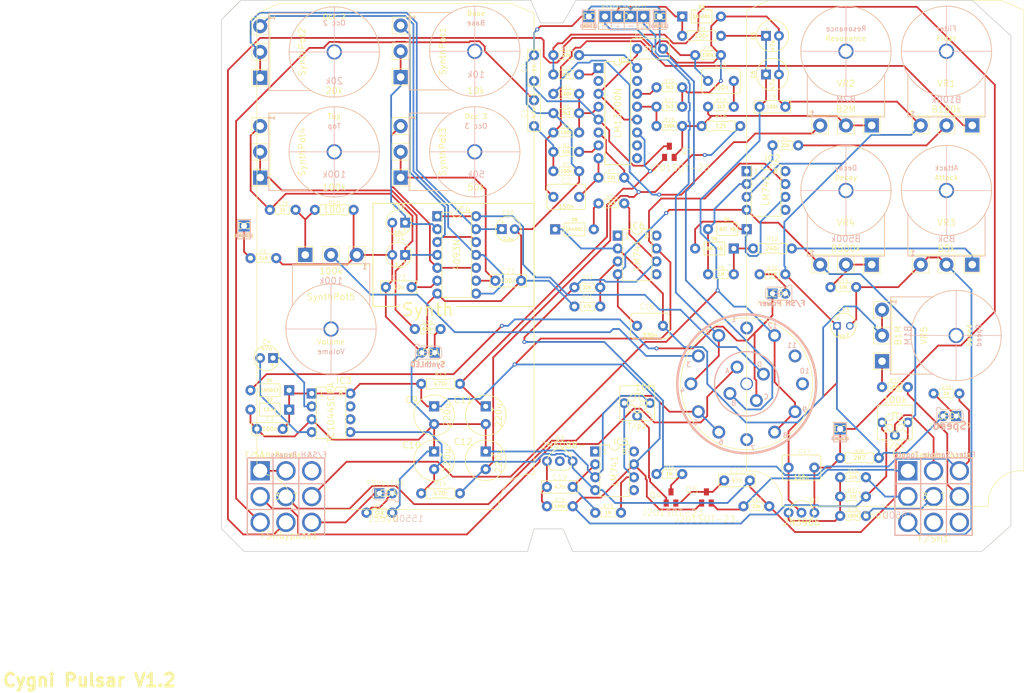
<source format=kicad_pcb>
(kicad_pcb (version 20171130) (host pcbnew "(5.0.0-rc2-dev-623-g26197c333)")
  (layers (0 F.Cu signal) (31 B.Cu signal) (34 B.Paste user) (35 F.Paste user) (36 B.SilkS user) (37 F.SilkS user) (38 B.Mask user) (39 F.Mask user) (44 Edge.Cuts user))
  (net 0 "")
  (module Enclosures:100x55Board1550D (layer F.Cu) (at 98.425 88.9)
    (fp_text reference "" (at 0 0) (layer F.SilkS) (effects (font (size 1.27 1.27))))
    (fp_text value "" (at 0 0) (layer F.SilkS) (effects (font (size 1.27 1.27))))
    (fp_text user 1550D (at 2.49936 54.49824) (layer B.SilkS) (effects (font (size 1.27 1.27) (thickness 0.1016)) (justify mirror)))
    (fp_text user 1550D (at -2.5019 54.49824) (layer F.SilkS) (effects (font (size 1.27 1.27) (thickness 0.1016))))
  )
  (module Resistors:R0207_2V (layer F.Cu) (at 140.97 81.28 180)
    (fp_text reference R34 (at 0 1.27 180) (layer F.SilkS) (effects (font (size 0.7 0.7) (thickness 0.0762))))
    (fp_text value 3k3 (at 0 0 180) (layer F.SilkS) (effects (font (size 0.6 0.6))))
    (pad 1 thru_hole circle (at -2.54 0 180) (size 1.99898 1.99898) (drill 0.99822) (layers *.Cu *.Paste *.Mask))
    (pad 2 thru_hole circle (at 2.54 0 180) (size 1.99898 1.99898) (drill 0.99822) (layers *.Cu *.Paste *.Mask))
  )
  (module Resistors:R0207_2V (layer F.Cu) (at 136.236599 97.825882)
    (fp_text reference R33 (at 0 -1.940882) (layer F.SilkS) (effects (font (size 0.7 0.7) (thickness 0.0762))))
    (fp_text value 22k (at 0 0) (layer F.SilkS) (effects (font (size 0.6 0.6))))
    (pad 1 thru_hole circle (at -2.54 0) (size 1.99898 1.99898) (drill 0.99822) (layers *.Cu *.Paste *.Mask))
    (pad 2 thru_hole circle (at 2.54 0) (size 1.99898 1.99898) (drill 0.99822) (layers *.Cu *.Paste *.Mask))
  )
  (module Potentiometers:2262_TRIM (layer F.Cu) (at 146.05 120.65 180)
    (fp_text reference T/p2 (at 0 -4.445 180) (layer F.SilkS) (effects (font (size 1.016 1.016) (thickness 0.127))))
    (fp_text value 10k (at -1.27 3.175 180) (layer F.SilkS) (effects (font (size 1.27 1.27))))
    (fp_text user 1 (at -2.794 -2.667 180) (layer F.SilkS) (effects (font (size 1.016 1.016) (thickness 0.0762))))
    (pad 3 thru_hole circle (at 2.54 0 180) (size 1.9304 1.9304) (drill 0.99822) (layers *.Cu *.Paste *.Mask))
    (pad 2 thru_hole circle (at 0 -2.54 180) (size 1.9304 1.9304) (drill 0.99822) (layers *.Cu *.Paste *.Mask))
    (pad 1 thru_hole circle (at -2.54 0 180) (size 1.9304 1.9304) (drill 0.99822) (layers *.Cu *.Paste *.Mask))
  )
  (module Resistors:R0207_2V (layer F.Cu) (at 152.4 134.62 180)
    (fp_text reference R35 (at 0 1.27 180) (layer F.SilkS) (effects (font (size 0.7 0.7) (thickness 0.0762))))
    (fp_text value 1M (at 0 0 180) (layer F.SilkS) (effects (font (size 0.6 0.6))))
    (pad 1 thru_hole circle (at -2.54 0 180) (size 1.99898 1.99898) (drill 0.99822) (layers *.Cu *.Paste *.Mask))
    (pad 2 thru_hole circle (at 2.54 0 180) (size 1.99898 1.99898) (drill 0.99822) (layers *.Cu *.Paste *.Mask))
  )
  (module Resistors:R0207_2V (layer F.Cu) (at 136.236599 101.6)
    (fp_text reference R31 (at 0 -1.905) (layer F.SilkS) (effects (font (size 0.7 0.7) (thickness 0.0762))))
    (fp_text value 47k (at 0 0) (layer F.SilkS) (effects (font (size 0.6 0.6))))
    (pad 1 thru_hole circle (at -2.54 0) (size 1.99898 1.99898) (drill 0.99822) (layers *.Cu *.Paste *.Mask))
    (pad 2 thru_hole circle (at 2.54 0) (size 1.99898 1.99898) (drill 0.99822) (layers *.Cu *.Paste *.Mask))
  )
  (module Resistors:R0207_2V (layer F.Cu) (at 152.4 62.23)
    (fp_text reference R21 (at 0 -1.27) (layer F.SilkS) (effects (font (size 0.7 0.7) (thickness 0.0762))))
    (fp_text value 3k3 (at 0 0) (layer F.SilkS) (effects (font (size 0.6 0.6))))
    (pad 1 thru_hole circle (at -2.54 0) (size 1.99898 1.99898) (drill 0.99822) (layers *.Cu *.Paste *.Mask))
    (pad 2 thru_hole circle (at 2.54 0) (size 1.99898 1.99898) (drill 0.99822) (layers *.Cu *.Paste *.Mask))
  )
  (module Resistors:R0207_2V (layer F.Cu) (at 152.4 58.42)
    (fp_text reference R20 (at 0 -1.27) (layer F.SilkS) (effects (font (size 0.7 0.7) (thickness 0.0762))))
    (fp_text value 3k3 (at 0 0) (layer F.SilkS) (effects (font (size 0.6 0.6))))
    (pad 1 thru_hole circle (at -2.54 0) (size 1.99898 1.99898) (drill 0.99822) (layers *.Cu *.Paste *.Mask))
    (pad 2 thru_hole circle (at 2.54 0) (size 1.99898 1.99898) (drill 0.99822) (layers *.Cu *.Paste *.Mask))
  )
  (module Resistors:R0207_2V (layer F.Cu) (at 140.335 142.24 180)
    (fp_text reference R29 (at 0 1.27 180) (layer F.SilkS) (effects (font (size 0.7 0.7) (thickness 0.0762))))
    (fp_text value 1M (at 0 0 180) (layer F.SilkS) (effects (font (size 0.6 0.6))))
    (pad 1 thru_hole circle (at -2.54 0 180) (size 1.99898 1.99898) (drill 0.99822) (layers *.Cu *.Paste *.Mask))
    (pad 2 thru_hole circle (at 2.54 0 180) (size 1.99898 1.99898) (drill 0.99822) (layers *.Cu *.Paste *.Mask))
  )
  (module Resistors:R0207_2V (layer F.Cu) (at 132.08 52.07)
    (fp_text reference R23 (at 0 -1.27) (layer F.SilkS) (effects (font (size 0.7 0.7) (thickness 0.0762))))
    (fp_text value 22k (at 0 0) (layer F.SilkS) (effects (font (size 0.6 0.6))))
    (pad 1 thru_hole circle (at -2.54 0) (size 1.99898 1.99898) (drill 0.99822) (layers *.Cu *.Paste *.Mask))
    (pad 2 thru_hole circle (at 2.54 0) (size 1.99898 1.99898) (drill 0.99822) (layers *.Cu *.Paste *.Mask))
  )
  (module Supply-Pins:BoardConnect4 (layer F.Cu) (at 143.51 44.45)
    (fp_text reference BoardConnect1 (at 0 -1.905) (layer F.SilkS) (effects (font (size 0.8128 0.8128) (thickness 0.0762))))
    (fp_text value IO (at 0 0) (layer F.SilkS) (effects (font (size 1.27 1.27))))
    (fp_text user - (at 1.27 1.778) (layer B.SilkS) (effects (font (size 1.4224 1.4224) (thickness 0.1016)) (justify mirror)))
    (fp_text user + (at -1.27 1.905) (layer B.SilkS) (effects (font (size 1.016 1.016) (thickness 0.0762)) (justify mirror)))
    (fp_text user In (at -3.81 1.905) (layer B.SilkS) (effects (font (size 1.016 1.016) (thickness 0.0762)) (justify mirror)))
    (fp_text user Out (at 3.81 1.905) (layer B.SilkS) (effects (font (size 1.016 1.016) (thickness 0.0762)) (justify mirror)))
    (fp_text user - (at 1.27 1.778) (layer F.SilkS) (effects (font (size 1.4224 1.4224) (thickness 0.1016))))
    (fp_text user + (at -1.27 1.905) (layer F.SilkS) (effects (font (size 1.016 1.016) (thickness 0.0762))))
    (fp_text user In (at -3.81 1.905) (layer F.SilkS) (effects (font (size 1.016 1.016) (thickness 0.0762))))
    (fp_text user Out (at 3.81 1.905) (layer F.SilkS) (effects (font (size 1.016 1.016) (thickness 0.0762))))
    (pad 1 thru_hole rect (at -3.81 0) (size 2.18186 2.18186) (drill 1.19888) (layers *.Cu *.Paste *.Mask))
    (pad 4 thru_hole rect (at 3.81 0) (size 2.18186 2.18186) (drill 1.19888) (layers *.Cu *.Paste *.Mask))
    (pad 3 thru_hole rect (at 1.27 0) (size 2.18186 2.18186) (drill 1.19888) (layers *.Cu *.Paste *.Mask))
    (pad 2 thru_hole rect (at -1.27 0) (size 2.18186 2.18186) (drill 1.19888) (layers *.Cu *.Paste *.Mask))
  )
  (module Film-Caps:BOX_BIG (layer F.Cu) (at 148.59 105.41 180)
    (fp_text reference C18 (at 0.635 3.81 180) (layer F.SilkS) (effects (font (size 1.016 1.016) (thickness 0.0762))))
    (fp_text value 330n (at 0 -1.905 180) (layer F.SilkS) (effects (font (size 0.8 0.8))))
    (pad 1 thru_hole circle (at -2.54 0 180) (size 1.99898 1.99898) (drill 0.99822) (layers *.Cu *.Paste *.Mask))
    (pad 2 thru_hole circle (at 2.54 0 180) (size 1.99898 1.99898) (drill 0.99822) (layers *.Cu *.Paste *.Mask))
  )
  (module Resistors:R0207_2V (layer F.Cu) (at 152.4 66.04 180)
    (fp_text reference R18 (at 0 1.27 180) (layer F.SilkS) (effects (font (size 0.7 0.7) (thickness 0.0762))))
    (fp_text value 100k (at 0 0 180) (layer F.SilkS) (effects (font (size 0.6 0.6))))
    (pad 1 thru_hole circle (at -2.54 0 180) (size 1.99898 1.99898) (drill 0.99822) (layers *.Cu *.Paste *.Mask))
    (pad 2 thru_hole circle (at 2.54 0 180) (size 1.99898 1.99898) (drill 0.99822) (layers *.Cu *.Paste *.Mask))
  )
  (module Resistors:R0207_2V (layer F.Cu) (at 140.97 76.2)
    (fp_text reference R7 (at 0 -1.27) (layer F.SilkS) (effects (font (size 0.7 0.7) (thickness 0.0762))))
    (fp_text value 22k (at 0 0) (layer F.SilkS) (effects (font (size 0.6 0.6))))
    (pad 1 thru_hole circle (at -2.54 0) (size 1.99898 1.99898) (drill 0.99822) (layers *.Cu *.Paste *.Mask))
    (pad 2 thru_hole circle (at 2.54 0) (size 1.99898 1.99898) (drill 0.99822) (layers *.Cu *.Paste *.Mask))
  )
  (module Resistors:R0207_2V (layer F.Cu) (at 132.08 59.69)
    (fp_text reference R11 (at 0 -1.27) (layer F.SilkS) (effects (font (size 0.7 0.7) (thickness 0.0762))))
    (fp_text value 100k (at 0 0) (layer F.SilkS) (effects (font (size 0.6 0.6))))
    (pad 1 thru_hole circle (at -2.54 0) (size 1.99898 1.99898) (drill 0.99822) (layers *.Cu *.Paste *.Mask))
    (pad 2 thru_hole circle (at 2.54 0) (size 1.99898 1.99898) (drill 0.99822) (layers *.Cu *.Paste *.Mask))
  )
  (module Transistors:SOT-23 (layer F.Cu) (at 152.72004 139.23518)
    (fp_text reference Q4 (at -3.048 -0.381 -180) (layer F.SilkS) (effects (font (size 1.27 1.27) (thickness 0.1016))))
    (fp_text value J201SOT-23 (at 0.31496 3.00482) (layer F.SilkS) (effects (font (size 1.27 1.27) (thickness 0.1016))))
    (pad S smd rect (at 0.94996 1.09982) (size 0.99822 1.39954) (layers F.Cu F.Paste F.Mask))
    (pad G smd rect (at 0 -1.09982) (size 0.99822 1.39954) (layers F.Cu F.Paste F.Mask))
    (pad D smd rect (at -0.94996 1.09982) (size 0.99822 1.39954) (layers F.Cu F.Paste F.Mask))
  )
  (module Resistors:R0207_2V (layer F.Cu) (at 132.08 71.12)
    (fp_text reference R2 (at 0 -1.27) (layer F.SilkS) (effects (font (size 0.7 0.7) (thickness 0.0762))))
    (fp_text value 10k (at 0 0) (layer F.SilkS) (effects (font (size 0.6 0.6))))
    (pad 1 thru_hole circle (at -2.54 0) (size 1.99898 1.99898) (drill 0.99822) (layers *.Cu *.Paste *.Mask))
    (pad 2 thru_hole circle (at 2.54 0) (size 1.99898 1.99898) (drill 0.99822) (layers *.Cu *.Paste *.Mask))
  )
  (module Resistors:R0207_2V (layer F.Cu) (at 132.08 74.93)
    (fp_text reference R1 (at 0 -1.27) (layer F.SilkS) (effects (font (size 0.7 0.7) (thickness 0.0762))))
    (fp_text value 100k (at 0 0) (layer F.SilkS) (effects (font (size 0.6 0.6))))
    (pad 1 thru_hole circle (at -2.54 0) (size 1.99898 1.99898) (drill 0.99822) (layers *.Cu *.Paste *.Mask))
    (pad 2 thru_hole circle (at 2.54 0) (size 1.99898 1.99898) (drill 0.99822) (layers *.Cu *.Paste *.Mask))
  )
  (module Resistors:R0207_2V (layer F.Cu) (at 132.08 63.5 180)
    (fp_text reference R5 (at 0 1.27 180) (layer F.SilkS) (effects (font (size 0.7 0.7) (thickness 0.0762))))
    (fp_text value 3k3 (at 0 0 180) (layer F.SilkS) (effects (font (size 0.6 0.6))))
    (pad 1 thru_hole circle (at -2.54 0 180) (size 1.99898 1.99898) (drill 0.99822) (layers *.Cu *.Paste *.Mask))
    (pad 2 thru_hole circle (at 2.54 0 180) (size 1.99898 1.99898) (drill 0.99822) (layers *.Cu *.Paste *.Mask))
  )
  (module Resistors:R0207_2V (layer F.Cu) (at 132.08 55.88)
    (fp_text reference R10 (at 0 -1.27) (layer F.SilkS) (effects (font (size 0.7 0.7) (thickness 0.0762))))
    (fp_text value 22k (at 0 0) (layer F.SilkS) (effects (font (size 0.6 0.6))))
    (pad 1 thru_hole circle (at -2.54 0) (size 1.99898 1.99898) (drill 0.99822) (layers *.Cu *.Paste *.Mask))
    (pad 2 thru_hole circle (at 2.54 0) (size 1.99898 1.99898) (drill 0.99822) (layers *.Cu *.Paste *.Mask))
  )
  (module Transistors:SOT-23 (layer F.Cu) (at 152.4 71.12)
    (fp_text reference Q1 (at 3.48996 -0.17018 180) (layer F.SilkS) (effects (font (size 1.27 1.27) (thickness 0.1016))))
    (fp_text value J201SOT-23 (at 1.905 3.175) (layer F.SilkS) (effects (font (size 1.27 1.27) (thickness 0.1016))))
    (pad S smd rect (at 0.94996 1.09982) (size 0.99822 1.39954) (layers F.Cu F.Paste F.Mask))
    (pad G smd rect (at 0 -1.09982) (size 0.99822 1.39954) (layers F.Cu F.Paste F.Mask))
    (pad D smd rect (at -0.94996 1.09982) (size 0.99822 1.39954) (layers F.Cu F.Paste F.Mask))
  )
  (module Supply-Pins:SQUARE (layer F.Cu) (at 136.525 44.45)
    (fp_text reference GND1 (at 0 1.905) (layer F.SilkS) (effects (font (size 0.6 0.6))))
    (fp_text value DC (at 0 0) (layer F.SilkS) (effects (font (size 1.27 1.27))))
    (fp_text user LEDGND (at 0 1.905) (layer B.SilkS) (effects (font (size 0.6 0.6)) (justify mirror)))
    (pad 1 thru_hole rect (at 0 0) (size 2.18186 2.18186) (drill 1.19888) (layers *.Cu *.Paste *.Mask))
  )
  (module Supply-Pins:SQUARE (layer F.Cu) (at 150.495 44.45)
    (fp_text reference GND2 (at 0 1.905) (layer F.SilkS) (effects (font (size 0.6 0.6))))
    (fp_text value DC (at 0 0) (layer F.SilkS) (effects (font (size 1.27 1.27))))
    (fp_text user LEDGND (at 0 1.905) (layer B.SilkS) (effects (font (size 0.6 0.6)) (justify mirror)))
    (pad 1 thru_hole rect (at 0 0) (size 2.18186 2.18186) (drill 1.19888) (layers *.Cu *.Paste *.Mask))
  )
  (module Diodes:DO41-3 (layer F.Cu) (at 133.696599 86.395882)
    (fp_text reference D8 (at 0 -1.905) (layer F.SilkS) (effects (font (size 0.6 0.6))))
    (fp_text value 1N4001 (at 0 0) (layer F.SilkS) (effects (font (size 0.6 0.6))))
    (pad C thru_hole rect (at -3.81 0) (size 1.99898 1.99898) (drill 0.99822) (layers *.Cu *.Paste *.Mask))
    (pad A thru_hole circle (at 3.81 0) (size 1.99898 1.99898) (drill 0.99822) (layers *.Cu *.Paste *.Mask))
  )
  (module Transistors:TO92- (layer F.Cu) (at 130.81 132.08)
    (fp_text reference Q3 (at 0 -4.445) (layer F.SilkS) (effects (font (size 0.9144 0.9144) (thickness 0.1016))))
    (fp_text value 2N5088- (at 0.635 -3.175) (layer F.SilkS) (effects (font (size 1.27 1.27))))
    (pad 3 thru_hole circle (at -2.54 0) (size 1.9304 1.9304) (drill 0.99822) (layers *.Cu *.Paste *.Mask))
    (pad 2 thru_hole circle (at 0 0) (size 1.9304 1.9304) (drill 0.99822) (layers *.Cu *.Paste *.Mask))
    (pad 1 thru_hole circle (at 2.54 0) (size 1.9304 1.9304) (drill 0.99822) (layers *.Cu *.Paste *.Mask))
  )
  (module Integrated-Circuits:DIL16 (layer F.Cu) (at 142.24 63.5 270)
    (fp_text reference IC1 (at -10.414 -1.27 180) (layer F.SilkS) (effects (font (size 1.016 1.016) (thickness 0.1778))))
    (fp_text value LM13700N (at 0 0 270) (layer F.SilkS) (effects (font (size 1.27 1.27))))
    (pad 16 thru_hole circle (at -8.89 -3.81 270) (size 1.9812 1.9812) (drill 0.99822) (layers *.Cu *.Paste *.Mask))
    (pad 15 thru_hole circle (at -6.35 -3.81 270) (size 1.9812 1.9812) (drill 0.99822) (layers *.Cu *.Paste *.Mask))
    (pad 14 thru_hole circle (at -3.81 -3.81 270) (size 1.9812 1.9812) (drill 0.99822) (layers *.Cu *.Paste *.Mask))
    (pad 13 thru_hole circle (at -1.27 -3.81 270) (size 1.9812 1.9812) (drill 0.99822) (layers *.Cu *.Paste *.Mask))
    (pad 12 thru_hole circle (at 1.27 -3.81 270) (size 1.9812 1.9812) (drill 0.99822) (layers *.Cu *.Paste *.Mask))
    (pad 11 thru_hole circle (at 3.81 -3.81 270) (size 1.9812 1.9812) (drill 0.99822) (layers *.Cu *.Paste *.Mask))
    (pad 10 thru_hole circle (at 6.35 -3.81 270) (size 1.9812 1.9812) (drill 0.99822) (layers *.Cu *.Paste *.Mask))
    (pad 9 thru_hole circle (at 8.89 -3.81 270) (size 1.9812 1.9812) (drill 0.99822) (layers *.Cu *.Paste *.Mask))
    (pad 8 thru_hole circle (at 8.89 3.81 270) (size 1.9812 1.9812) (drill 0.99822) (layers *.Cu *.Paste *.Mask))
    (pad 7 thru_hole circle (at 6.35 3.81 270) (size 1.9812 1.9812) (drill 0.99822) (layers *.Cu *.Paste *.Mask))
    (pad 6 thru_hole circle (at 3.81 3.81 270) (size 1.9812 1.9812) (drill 0.99822) (layers *.Cu *.Paste *.Mask))
    (pad 5 thru_hole circle (at 1.27 3.81 270) (size 1.9812 1.9812) (drill 0.99822) (layers *.Cu *.Paste *.Mask))
    (pad 4 thru_hole circle (at -1.27 3.81 270) (size 1.9812 1.9812) (drill 0.99822) (layers *.Cu *.Paste *.Mask))
    (pad 3 thru_hole circle (at -3.81 3.81 270) (size 1.9812 1.9812) (drill 0.99822) (layers *.Cu *.Paste *.Mask))
    (pad 2 thru_hole circle (at -6.35 3.81 270) (size 1.9812 1.9812) (drill 0.99822) (layers *.Cu *.Paste *.Mask))
    (pad 1 thru_hole rect (at -8.89 3.81 270) (size 1.9812 1.9812) (drill 0.99822) (layers *.Cu *.Paste *.Mask))
  )
  (module Integrated-Circuits:DIL08 (layer F.Cu) (at 141.605 133.985 270)
    (fp_text reference IC5 (at -5.715 -1.27) (layer F.SilkS) (effects (font (size 1.27 1.27) (thickness 0.1524))))
    (fp_text value LM741 (at 0 0 270) (layer F.SilkS) (effects (font (size 1.27 1.27))))
    (fp_text user 8 (at -3.81 -1.905) (layer F.SilkS))
    (fp_text user 1 (at -3.81 1.905) (layer F.SilkS))
    (pad 1 thru_hole rect (at -3.81 3.81 270) (size 1.99898 1.99898) (drill 0.99822) (layers *.Cu *.Paste *.Mask))
    (pad 2 thru_hole circle (at -1.27 3.81 270) (size 1.99898 1.99898) (drill 0.99822) (layers *.Cu *.Paste *.Mask))
    (pad 3 thru_hole circle (at 1.27 3.81 270) (size 1.99898 1.99898) (drill 0.99822) (layers *.Cu *.Paste *.Mask))
    (pad 4 thru_hole circle (at 3.81 3.81 270) (size 1.99898 1.99898) (drill 0.99822) (layers *.Cu *.Paste *.Mask))
    (pad 5 thru_hole circle (at 3.81 -3.81 270) (size 1.99898 1.99898) (drill 0.99822) (layers *.Cu *.Paste *.Mask))
    (pad 6 thru_hole circle (at 1.27 -3.81 270) (size 1.99898 1.99898) (drill 0.99822) (layers *.Cu *.Paste *.Mask))
    (pad 7 thru_hole circle (at -1.27 -3.81 270) (size 1.99898 1.99898) (drill 0.99822) (layers *.Cu *.Paste *.Mask))
    (pad 8 thru_hole circle (at -3.81 -3.81 270) (size 1.99898 1.99898) (drill 0.99822) (layers *.Cu *.Paste *.Mask))
  )
  (module Integrated-Circuits:DIL08 (layer F.Cu) (at 146.05 91.44 270)
    (fp_text reference IC6 (at -5.715 0) (layer F.SilkS) (effects (font (size 1.27 1.27) (thickness 0.1524))))
    (fp_text value LM741 (at 0 0 270) (layer F.SilkS) (effects (font (size 1.27 1.27))))
    (fp_text user 8 (at -3.81 -1.905) (layer F.SilkS))
    (fp_text user 1 (at -3.81 1.905) (layer F.SilkS))
    (pad 1 thru_hole rect (at -3.81 3.81 270) (size 1.99898 1.99898) (drill 0.99822) (layers *.Cu *.Paste *.Mask))
    (pad 2 thru_hole circle (at -1.27 3.81 270) (size 1.99898 1.99898) (drill 0.99822) (layers *.Cu *.Paste *.Mask))
    (pad 3 thru_hole circle (at 1.27 3.81 270) (size 1.99898 1.99898) (drill 0.99822) (layers *.Cu *.Paste *.Mask))
    (pad 4 thru_hole circle (at 3.81 3.81 270) (size 1.99898 1.99898) (drill 0.99822) (layers *.Cu *.Paste *.Mask))
    (pad 5 thru_hole circle (at 3.81 -3.81 270) (size 1.99898 1.99898) (drill 0.99822) (layers *.Cu *.Paste *.Mask))
    (pad 6 thru_hole circle (at 1.27 -3.81 270) (size 1.99898 1.99898) (drill 0.99822) (layers *.Cu *.Paste *.Mask))
    (pad 7 thru_hole circle (at -1.27 -3.81 270) (size 1.99898 1.99898) (drill 0.99822) (layers *.Cu *.Paste *.Mask))
    (pad 8 thru_hole circle (at -3.81 -3.81 270) (size 1.99898 1.99898) (drill 0.99822) (layers *.Cu *.Paste *.Mask))
  )
  (module Resistors:R0207_2V (layer F.Cu) (at 132.08 67.31)
    (fp_text reference R3 (at 0 -1.27) (layer F.SilkS) (effects (font (size 0.7 0.7) (thickness 0.0762))))
    (fp_text value 100k (at 0 0) (layer F.SilkS) (effects (font (size 0.6 0.6))))
    (pad 1 thru_hole circle (at -2.54 0) (size 1.99898 1.99898) (drill 0.99822) (layers *.Cu *.Paste *.Mask))
    (pad 2 thru_hole circle (at 2.54 0) (size 1.99898 1.99898) (drill 0.99822) (layers *.Cu *.Paste *.Mask))
  )
  (module Film-Caps:BOX_BIG (layer F.Cu) (at 132.08 80.01)
    (fp_text reference C2 (at 0 -3.175) (layer F.SilkS) (effects (font (size 1.016 1.016) (thickness 0.0762))))
    (fp_text value 150n (at 0 1.905) (layer F.SilkS) (effects (font (size 0.8 0.8))))
    (pad 1 thru_hole circle (at -2.54 0) (size 1.99898 1.99898) (drill 0.99822) (layers *.Cu *.Paste *.Mask))
    (pad 2 thru_hole circle (at 2.54 0) (size 1.99898 1.99898) (drill 0.99822) (layers *.Cu *.Paste *.Mask))
  )
  (module Film-Caps:BOX_MED (layer F.Cu) (at 148.59 50.8)
    (fp_text reference C15 (at -1.905 -2.54 180) (layer F.SilkS) (effects (font (size 0.8 0.8) (thickness 0.0762))))
    (fp_text value 27n (at 0 0 180) (layer F.SilkS) (effects (font (size 0.8 0.8))))
    (pad 2 thru_hole circle (at 2.54 0) (size 1.99898 1.99898) (drill 0.99822) (layers *.Cu *.Paste *.Mask))
    (pad 1 thru_hole circle (at -2.54 0) (size 1.99898 1.99898) (drill 0.99822) (layers *.Cu *.Paste *.Mask))
  )
  (module Resistors:R0207_2V (layer F.Cu) (at 188.595 139.065 180)
    (fp_text reference R27 (at 0 1.27 180) (layer F.SilkS) (effects (font (size 0.7 0.7) (thickness 0.0762))))
    (fp_text value 1M (at 0 0 180) (layer F.SilkS) (effects (font (size 0.6 0.6))))
    (pad 1 thru_hole circle (at -2.54 0 180) (size 1.99898 1.99898) (drill 0.99822) (layers *.Cu *.Paste *.Mask))
    (pad 2 thru_hole circle (at 2.54 0 180) (size 1.99898 1.99898) (drill 0.99822) (layers *.Cu *.Paste *.Mask))
  )
  (module Resistors:R0207_2V (layer F.Cu) (at 188.595 142.875)
    (fp_text reference R28 (at 0 -1.27) (layer F.SilkS) (effects (font (size 0.7 0.7) (thickness 0.0762))))
    (fp_text value 100k (at 0 0) (layer F.SilkS) (effects (font (size 0.6 0.6))))
    (pad 1 thru_hole circle (at -2.54 0) (size 1.99898 1.99898) (drill 0.99822) (layers *.Cu *.Paste *.Mask))
    (pad 2 thru_hole circle (at 2.54 0) (size 1.99898 1.99898) (drill 0.99822) (layers *.Cu *.Paste *.Mask))
  )
  (module Resistors:R0207_2V (layer F.Cu) (at 186.69 97.79)
    (fp_text reference R19 (at 0 -1.27) (layer F.SilkS) (effects (font (size 0.7 0.7) (thickness 0.0762))))
    (fp_text value 10k (at 0 0) (layer F.SilkS) (effects (font (size 0.6 0.6))))
    (pad 1 thru_hole circle (at -2.54 0) (size 1.99898 1.99898) (drill 0.99822) (layers *.Cu *.Paste *.Mask))
    (pad 2 thru_hole circle (at 2.54 0) (size 1.99898 1.99898) (drill 0.99822) (layers *.Cu *.Paste *.Mask))
  )
  (module Resistors:R0207_3 (layer F.Cu) (at 189.865 131.445)
    (fp_text reference R26 (at 0 -1.27) (layer F.SilkS) (effects (font (size 0.6 0.6) (thickness 0.1016))))
    (fp_text value 2M7 (at 0 0) (layer F.SilkS) (effects (font (size 0.8 0.8))))
    (pad 2 thru_hole circle (at 3.81 0) (size 1.99898 1.99898) (drill 0.99822) (layers *.Cu *.Paste *.Mask))
    (pad 1 thru_hole circle (at -3.81 0) (size 1.99898 1.99898) (drill 0.99822) (layers *.Cu *.Paste *.Mask))
  )
  (module Resistors:R0207_2V (layer F.Cu) (at 95.25 142.24 180)
    (fp_text reference R17 (at 0 1.27 180) (layer F.SilkS) (effects (font (size 0.7 0.7) (thickness 0.0762))))
    (fp_text value CLR (at 0 0 180) (layer F.SilkS) (effects (font (size 0.6 0.6))))
    (pad 1 thru_hole circle (at -2.54 0 180) (size 1.99898 1.99898) (drill 0.99822) (layers *.Cu *.Paste *.Mask))
    (pad 2 thru_hole circle (at 2.54 0 180) (size 1.99898 1.99898) (drill 0.99822) (layers *.Cu *.Paste *.Mask))
  )
  (module Resistors:R0207_3 (layer F.Cu) (at 162.56 66.04)
    (fp_text reference R16 (at 0 -1.905) (layer F.SilkS) (effects (font (size 0.8 0.8) (thickness 0.1016))))
    (fp_text value 12k (at 0 0) (layer F.SilkS) (effects (font (size 0.8 0.8))))
    (pad 2 thru_hole circle (at 3.81 0) (size 1.99898 1.99898) (drill 0.99822) (layers *.Cu *.Paste *.Mask))
    (pad 1 thru_hole circle (at -3.81 0) (size 1.99898 1.99898) (drill 0.99822) (layers *.Cu *.Paste *.Mask))
  )
  (module Resistors:R0207_2V (layer F.Cu) (at 160.02 52.07)
    (fp_text reference R22 (at 0 -1.27) (layer F.SilkS) (effects (font (size 0.7 0.7) (thickness 0.0762))))
    (fp_text value 100k (at 0 0) (layer F.SilkS) (effects (font (size 0.6 0.6))))
    (pad 1 thru_hole circle (at -2.54 0) (size 1.99898 1.99898) (drill 0.99822) (layers *.Cu *.Paste *.Mask))
    (pad 2 thru_hole circle (at 2.54 0) (size 1.99898 1.99898) (drill 0.99822) (layers *.Cu *.Paste *.Mask))
  )
  (module Resistors:R0207_2V (layer F.Cu) (at 172.72 95.25 180)
    (fp_text reference R30 (at 0 1.27 180) (layer F.SilkS) (effects (font (size 0.7 0.7) (thickness 0.0762))))
    (fp_text value CLR (at 0 0 180) (layer F.SilkS) (effects (font (size 0.6 0.6))))
    (pad 1 thru_hole circle (at -2.54 0 180) (size 1.99898 1.99898) (drill 0.99822) (layers *.Cu *.Paste *.Mask))
    (pad 2 thru_hole circle (at 2.54 0 180) (size 1.99898 1.99898) (drill 0.99822) (layers *.Cu *.Paste *.Mask))
  )
  (module Resistors:R0207_2V (layer F.Cu) (at 196.85 117.475 180)
    (fp_text reference R32 (at 0 1.27 180) (layer F.SilkS) (effects (font (size 0.7 0.7) (thickness 0.0762))))
    (fp_text value 180k (at 0 0 180) (layer F.SilkS) (effects (font (size 0.6 0.6))))
    (pad 1 thru_hole circle (at -2.54 0 180) (size 1.99898 1.99898) (drill 0.99822) (layers *.Cu *.Paste *.Mask))
    (pad 2 thru_hole circle (at 2.54 0 180) (size 1.99898 1.99898) (drill 0.99822) (layers *.Cu *.Paste *.Mask))
  )
  (module Resistors:R0207_2V (layer F.Cu) (at 188.595 135.255 180)
    (fp_text reference R24 (at 0 1.27 180) (layer F.SilkS) (effects (font (size 0.7 0.7) (thickness 0.0762))))
    (fp_text value 22k (at 0 0 180) (layer F.SilkS) (effects (font (size 0.6 0.6))))
    (pad 1 thru_hole circle (at -2.54 0 180) (size 1.99898 1.99898) (drill 0.99822) (layers *.Cu *.Paste *.Mask))
    (pad 2 thru_hole circle (at 2.54 0 180) (size 1.99898 1.99898) (drill 0.99822) (layers *.Cu *.Paste *.Mask))
  )
  (module Resistors:R0207_2V (layer F.Cu) (at 130.81 140.97 180)
    (fp_text reference R25 (at 0 1.27 180) (layer F.SilkS) (effects (font (size 0.7 0.7) (thickness 0.0762))))
    (fp_text value 100k (at 0 0 180) (layer F.SilkS) (effects (font (size 0.6 0.6))))
    (pad 1 thru_hole circle (at -2.54 0 180) (size 1.99898 1.99898) (drill 0.99822) (layers *.Cu *.Paste *.Mask))
    (pad 2 thru_hole circle (at 2.54 0 180) (size 1.99898 1.99898) (drill 0.99822) (layers *.Cu *.Paste *.Mask))
  )
  (module Resistors:R0207_2V (layer F.Cu) (at 162.56 62.23)
    (fp_text reference R15 (at 0 -1.27) (layer F.SilkS) (effects (font (size 0.7 0.7) (thickness 0.0762))))
    (fp_text value 3k3 (at 0 0) (layer F.SilkS) (effects (font (size 0.6 0.6))))
    (pad 1 thru_hole circle (at -2.54 0) (size 1.99898 1.99898) (drill 0.99822) (layers *.Cu *.Paste *.Mask))
    (pad 2 thru_hole circle (at 2.54 0) (size 1.99898 1.99898) (drill 0.99822) (layers *.Cu *.Paste *.Mask))
  )
  (module Integrated-Circuits:DIL14 (layer F.Cu) (at 110.49 91.44 270)
    (fp_text reference IC4 (at -8.89 -1.27) (layer F.SilkS) (effects (font (size 1.27 1.27) (thickness 0.1524))))
    (fp_text value 4093N (at 0 0 270) (layer F.SilkS) (effects (font (size 1.27 1.27))))
    (pad 14 thru_hole circle (at -7.62 -3.81 270) (size 1.99898 1.99898) (drill 0.99822) (layers *.Cu *.Paste *.Mask))
    (pad 13 thru_hole circle (at -5.08 -3.81 270) (size 1.99898 1.99898) (drill 0.99822) (layers *.Cu *.Paste *.Mask))
    (pad 12 thru_hole circle (at -2.54 -3.81 270) (size 1.99898 1.99898) (drill 0.99822) (layers *.Cu *.Paste *.Mask))
    (pad 11 thru_hole circle (at 0 -3.81 270) (size 1.99898 1.99898) (drill 0.99822) (layers *.Cu *.Paste *.Mask))
    (pad 10 thru_hole circle (at 2.54 -3.81 270) (size 1.99898 1.99898) (drill 0.99822) (layers *.Cu *.Paste *.Mask))
    (pad 9 thru_hole circle (at 5.08 -3.81 270) (size 1.99898 1.99898) (drill 0.99822) (layers *.Cu *.Paste *.Mask))
    (pad 8 thru_hole circle (at 7.62 -3.81 270) (size 1.99898 1.99898) (drill 0.99822) (layers *.Cu *.Paste *.Mask))
    (pad 7 thru_hole circle (at 7.62 3.81 270) (size 1.99898 1.99898) (drill 0.99822) (layers *.Cu *.Paste *.Mask))
    (pad 6 thru_hole circle (at 5.08 3.81 270) (size 1.99898 1.99898) (drill 0.99822) (layers *.Cu *.Paste *.Mask))
    (pad 5 thru_hole circle (at 2.54 3.81 270) (size 1.99898 1.99898) (drill 0.99822) (layers *.Cu *.Paste *.Mask))
    (pad 4 thru_hole circle (at 0 3.81 270) (size 1.99898 1.99898) (drill 0.99822) (layers *.Cu *.Paste *.Mask))
    (pad 3 thru_hole circle (at -2.54 3.81 270) (size 1.99898 1.99898) (drill 0.99822) (layers *.Cu *.Paste *.Mask))
    (pad 2 thru_hole circle (at -5.08 3.81 270) (size 1.99898 1.99898) (drill 0.99822) (layers *.Cu *.Paste *.Mask))
    (pad 1 thru_hole rect (at -7.62 3.81 270) (size 1.99898 1.99898) (drill 0.99822) (layers *.Cu *.Paste *.Mask))
  )
  (module Integrated-Circuits:DIL08 (layer F.Cu) (at 85.725 122.555 270)
    (fp_text reference IC3 (at -6.35 -2.54) (layer F.SilkS) (effects (font (size 1.27 1.27) (thickness 0.1524))))
    (fp_text value TC1044SCPA (at 0 0 270) (layer F.SilkS) (effects (font (size 1.27 1.27))))
    (fp_text user 8 (at -3.81 -1.905) (layer F.SilkS))
    (fp_text user 1 (at -3.81 1.905) (layer F.SilkS))
    (pad 1 thru_hole rect (at -3.81 3.81 270) (size 1.99898 1.99898) (drill 0.99822) (layers *.Cu *.Paste *.Mask))
    (pad 2 thru_hole circle (at -1.27 3.81 270) (size 1.99898 1.99898) (drill 0.99822) (layers *.Cu *.Paste *.Mask))
    (pad 3 thru_hole circle (at 1.27 3.81 270) (size 1.99898 1.99898) (drill 0.99822) (layers *.Cu *.Paste *.Mask))
    (pad 4 thru_hole circle (at 3.81 3.81 270) (size 1.99898 1.99898) (drill 0.99822) (layers *.Cu *.Paste *.Mask))
    (pad 5 thru_hole circle (at 3.81 -3.81 270) (size 1.99898 1.99898) (drill 0.99822) (layers *.Cu *.Paste *.Mask))
    (pad 6 thru_hole circle (at 1.27 -3.81 270) (size 1.99898 1.99898) (drill 0.99822) (layers *.Cu *.Paste *.Mask))
    (pad 7 thru_hole circle (at -1.27 -3.81 270) (size 1.99898 1.99898) (drill 0.99822) (layers *.Cu *.Paste *.Mask))
    (pad 8 thru_hole circle (at -3.81 -3.81 270) (size 1.99898 1.99898) (drill 0.99822) (layers *.Cu *.Paste *.Mask))
  )
  (module Diodes:DO41-3 (layer F.Cu) (at 73.66 118.11 180)
    (fp_text reference D1 (at 0 1.905 180) (layer F.SilkS) (effects (font (size 0.6 0.6))))
    (fp_text value 1N5817 (at 0 0 180) (layer F.SilkS) (effects (font (size 0.6 0.6))))
    (pad C thru_hole rect (at -3.81 0 180) (size 1.99898 1.99898) (drill 0.99822) (layers *.Cu *.Paste *.Mask))
    (pad A thru_hole circle (at 3.81 0 180) (size 1.99898 1.99898) (drill 0.99822) (layers *.Cu *.Paste *.Mask))
  )
  (module Diodes:DO41-3 (layer F.Cu) (at 163.83 86.36 180)
    (fp_text reference D4 (at 0 1.905 180) (layer F.SilkS) (effects (font (size 0.6 0.6))))
    (fp_text value "BAT 46" (at 0 0 180) (layer F.SilkS) (effects (font (size 0.6 0.6))))
    (pad C thru_hole rect (at -3.81 0 180) (size 1.99898 1.99898) (drill 0.99822) (layers *.Cu *.Paste *.Mask))
    (pad A thru_hole circle (at 3.81 0 180) (size 1.99898 1.99898) (drill 0.99822) (layers *.Cu *.Paste *.Mask))
  )
  (module Diodes:DO41-3 (layer F.Cu) (at 161.29 90.17 180)
    (fp_text reference D5 (at 0 1.905 180) (layer F.SilkS) (effects (font (size 0.6 0.6))))
    (fp_text value "BAT 46" (at 0 0 180) (layer F.SilkS) (effects (font (size 0.6 0.6))))
    (pad C thru_hole rect (at -3.81 0 180) (size 1.99898 1.99898) (drill 0.99822) (layers *.Cu *.Paste *.Mask))
    (pad A thru_hole circle (at 3.81 0 180) (size 1.99898 1.99898) (drill 0.99822) (layers *.Cu *.Paste *.Mask))
  )
  (module Diodes:3MM_B (layer F.Cu) (at 96.52 138.43)
    (fp_text reference FSHbLED6 (at 0 -2.032) (layer F.SilkS) (effects (font (size 1.016 1.016) (thickness 0.0762))))
    (fp_text value LEDA (at 0 0) (layer F.SilkS) (effects (font (size 1.27 1.27))))
    (pad K thru_hole circle (at 1.27 0) (size 1.99898 1.99898) (drill 0.99822) (layers *.Cu *.Paste *.Mask))
    (pad A thru_hole rect (at -1.27 0) (size 1.99898 1.99898) (drill 0.99822) (layers *.Cu *.Paste *.Mask))
  )
  (module Diodes:3MM_B (layer F.Cu) (at 173.99 99.06)
    (fp_text reference FSHpLED7 (at -0.635 1.905) (layer F.SilkS) (effects (font (size 1.016 1.016) (thickness 0.0762))))
    (fp_text value LEDA (at -0.254 0) (layer F.SilkS) (effects (font (size 1.27 1.27))))
    (pad K thru_hole circle (at 1.27 0) (size 1.99898 1.99898) (drill 0.99822) (layers *.Cu *.Paste *.Mask))
    (pad A thru_hole rect (at -1.27 0) (size 1.99898 1.99898) (drill 0.99822) (layers *.Cu *.Paste *.Mask))
  )
  (module Film-Caps:BOX_SMALL (layer F.Cu) (at 165.735 135.89)
    (fp_text reference C22 (at 0 -1.905) (layer F.SilkS) (effects (font (size 1.016 1.016) (thickness 0.0762))))
    (fp_text value 47n (at 0 0) (layer F.SilkS) (effects (font (size 0.8 0.8))))
    (pad 2 thru_hole circle (at 2.54 0) (size 1.99898 1.99898) (drill 0.99822) (layers *.Cu *.Paste *.Mask))
    (pad 1 thru_hole circle (at -2.54 0) (size 1.99898 1.99898) (drill 0.99822) (layers *.Cu *.Paste *.Mask))
  )
  (module Film-Caps:BOX_SMALL (layer F.Cu) (at 99.06 97.79 180)
    (fp_text reference C23 (at 0 1.905 180) (layer F.SilkS) (effects (font (size 1.016 1.016) (thickness 0.0762))))
    (fp_text value 10n (at 0 0 180) (layer F.SilkS) (effects (font (size 0.8 0.8))))
    (pad 2 thru_hole circle (at 2.54 0 180) (size 1.99898 1.99898) (drill 0.99822) (layers *.Cu *.Paste *.Mask))
    (pad 1 thru_hole circle (at -2.54 0 180) (size 1.99898 1.99898) (drill 0.99822) (layers *.Cu *.Paste *.Mask))
  )
  (module Supply-Pins:SQUARE (layer F.Cu) (at 186.055 125.73)
    (fp_text reference CVtest1 (at 0 1.905) (layer F.SilkS) (effects (font (size 0.6 0.6))))
    (fp_text value DC (at 0 0) (layer F.SilkS) (effects (font (size 1.27 1.27))))
    (fp_text user LEDGND (at 0 1.905) (layer B.SilkS) (effects (font (size 0.6 0.6)) (justify mirror)))
    (pad 1 thru_hole rect (at 0 0) (size 2.18186 2.18186) (drill 1.19888) (layers *.Cu *.Paste *.Mask))
  )
  (module Diodes:DO41-3 (layer F.Cu) (at 73.66 121.92 180)
    (fp_text reference D2 (at 0 1.905 180) (layer F.SilkS) (effects (font (size 0.6 0.6))))
    (fp_text value 12.1v (at 0 0 180) (layer F.SilkS) (effects (font (size 0.6 0.6))))
    (pad C thru_hole rect (at -3.81 0 180) (size 1.99898 1.99898) (drill 0.99822) (layers *.Cu *.Paste *.Mask))
    (pad A thru_hole circle (at 3.81 0 180) (size 1.99898 1.99898) (drill 0.99822) (layers *.Cu *.Paste *.Mask))
  )
  (module Integrated-Circuits:DIL08 (layer F.Cu) (at 171.45 78.74 270)
    (fp_text reference IC2 (at -6.35 -1.27) (layer F.SilkS) (effects (font (size 1.27 1.27) (thickness 0.1524))))
    (fp_text value LM741 (at 0 0 270) (layer F.SilkS) (effects (font (size 1.27 1.27))))
    (fp_text user 8 (at -3.81 -1.905) (layer F.SilkS))
    (fp_text user 1 (at -3.81 1.905) (layer F.SilkS))
    (pad 1 thru_hole rect (at -3.81 3.81 270) (size 1.99898 1.99898) (drill 0.99822) (layers *.Cu *.Paste *.Mask))
    (pad 2 thru_hole circle (at -1.27 3.81 270) (size 1.99898 1.99898) (drill 0.99822) (layers *.Cu *.Paste *.Mask))
    (pad 3 thru_hole circle (at 1.27 3.81 270) (size 1.99898 1.99898) (drill 0.99822) (layers *.Cu *.Paste *.Mask))
    (pad 4 thru_hole circle (at 3.81 3.81 270) (size 1.99898 1.99898) (drill 0.99822) (layers *.Cu *.Paste *.Mask))
    (pad 5 thru_hole circle (at 3.81 -3.81 270) (size 1.99898 1.99898) (drill 0.99822) (layers *.Cu *.Paste *.Mask))
    (pad 6 thru_hole circle (at 1.27 -3.81 270) (size 1.99898 1.99898) (drill 0.99822) (layers *.Cu *.Paste *.Mask))
    (pad 7 thru_hole circle (at -1.27 -3.81 270) (size 1.99898 1.99898) (drill 0.99822) (layers *.Cu *.Paste *.Mask))
    (pad 8 thru_hole circle (at -3.81 -3.81 270) (size 1.99898 1.99898) (drill 0.99822) (layers *.Cu *.Paste *.Mask))
  )
  (module Resistors:R0207_2V (layer F.Cu) (at 175.26 69.85)
    (fp_text reference R4 (at 0 -1.27) (layer F.SilkS) (effects (font (size 0.7 0.7) (thickness 0.0762))))
    (fp_text value 22k (at 0 0) (layer F.SilkS) (effects (font (size 0.6 0.6))))
    (pad 1 thru_hole circle (at -2.54 0) (size 1.99898 1.99898) (drill 0.99822) (layers *.Cu *.Paste *.Mask))
    (pad 2 thru_hole circle (at 2.54 0) (size 1.99898 1.99898) (drill 0.99822) (layers *.Cu *.Paste *.Mask))
  )
  (module Resistors:R0207_3 (layer F.Cu) (at 107.315 138.43 180)
    (fp_text reference R14 (at 0 1.905 180) (layer F.SilkS) (effects (font (size 0.8 0.8) (thickness 0.1016))))
    (fp_text value 470r (at 0 0 180) (layer F.SilkS) (effects (font (size 0.8 0.8))))
    (pad 2 thru_hole circle (at 3.81 0 180) (size 1.99898 1.99898) (drill 0.99822) (layers *.Cu *.Paste *.Mask))
    (pad 1 thru_hole circle (at -3.81 0 180) (size 1.99898 1.99898) (drill 0.99822) (layers *.Cu *.Paste *.Mask))
  )
  (module Resistors:R0207_3 (layer F.Cu) (at 172.72 90.17 180)
    (fp_text reference R12 (at 0 1.905 180) (layer F.SilkS) (effects (font (size 0.8 0.8) (thickness 0.1016))))
    (fp_text value 240r (at 0 0 180) (layer F.SilkS) (effects (font (size 0.8 0.8))))
    (pad 2 thru_hole circle (at 3.81 0 180) (size 1.99898 1.99898) (drill 0.99822) (layers *.Cu *.Paste *.Mask))
    (pad 1 thru_hole circle (at -3.81 0 180) (size 1.99898 1.99898) (drill 0.99822) (layers *.Cu *.Paste *.Mask))
  )
  (module Transistors:SOT-23 (layer F.Cu) (at 159.70504 139.23518)
    (fp_text reference Q5 (at -2.86004 -1.44018 180) (layer F.SilkS) (effects (font (size 1.27 1.27) (thickness 0.1016))))
    (fp_text value J201SOT-23 (at -0.32004 4.27482) (layer F.SilkS) (effects (font (size 1.27 1.27) (thickness 0.1016))))
    (pad S smd rect (at 0.94996 1.09982) (size 0.99822 1.39954) (layers F.Cu F.Paste F.Mask))
    (pad G smd rect (at 0 -1.09982) (size 0.99822 1.39954) (layers F.Cu F.Paste F.Mask))
    (pad D smd rect (at -0.94996 1.09982) (size 0.99822 1.39954) (layers F.Cu F.Paste F.Mask))
  )
  (module Resistors:R0207_3 (layer F.Cu) (at 107.315 116.84 180)
    (fp_text reference R13 (at 0 1.905 180) (layer F.SilkS) (effects (font (size 0.8 0.8) (thickness 0.1016))))
    (fp_text value 470r (at 0 0 180) (layer F.SilkS) (effects (font (size 0.8 0.8))))
    (pad 2 thru_hole circle (at 3.81 0 180) (size 1.99898 1.99898) (drill 0.99822) (layers *.Cu *.Paste *.Mask))
    (pad 1 thru_hole circle (at -3.81 0 180) (size 1.99898 1.99898) (drill 0.99822) (layers *.Cu *.Paste *.Mask))
  )
  (module Resistors:R0207_2V (layer F.Cu) (at 72.39 92.075 180)
    (fp_text reference R6 (at 0 1.27 180) (layer F.SilkS) (effects (font (size 0.7 0.7) (thickness 0.0762))))
    (fp_text value CLR (at 0 0 180) (layer F.SilkS) (effects (font (size 0.6 0.6))))
    (pad 1 thru_hole circle (at -2.54 0 180) (size 1.99898 1.99898) (drill 0.99822) (layers *.Cu *.Paste *.Mask))
    (pad 2 thru_hole circle (at 2.54 0 180) (size 1.99898 1.99898) (drill 0.99822) (layers *.Cu *.Paste *.Mask))
  )
  (module Resistors:R0207_2V (layer F.Cu) (at 162.56 95.25 180)
    (fp_text reference R8 (at 0 1.27 180) (layer F.SilkS) (effects (font (size 0.7 0.7) (thickness 0.0762))))
    (fp_text value 1M (at 0 0 180) (layer F.SilkS) (effects (font (size 0.6 0.6))))
    (pad 1 thru_hole circle (at -2.54 0 180) (size 1.99898 1.99898) (drill 0.99822) (layers *.Cu *.Paste *.Mask))
    (pad 2 thru_hole circle (at 2.54 0 180) (size 1.99898 1.99898) (drill 0.99822) (layers *.Cu *.Paste *.Mask))
  )
  (module Supply-Pins:SQUARE (layer F.Cu) (at 68.58 85.725)
    (fp_text reference LEDGND1 (at 0 1.905) (layer F.SilkS) (effects (font (size 0.6 0.6))))
    (fp_text value DC (at 0 0) (layer F.SilkS) (effects (font (size 1.27 1.27))))
    (fp_text user LEDGND (at 0 1.905) (layer B.SilkS) (effects (font (size 0.6 0.6)) (justify mirror)))
    (pad 1 thru_hole rect (at 0 0) (size 2.18186 2.18186) (drill 1.19888) (layers *.Cu *.Paste *.Mask))
  )
  (module Transistors:TO92- (layer F.Cu) (at 178.435 142.24)
    (fp_text reference Q2 (at 2.54 -2.54 180) (layer F.SilkS) (effects (font (size 0.9144 0.9144) (thickness 0.1016))))
    (fp_text value 2N3906 (at 0 1.905 180) (layer F.SilkS) (effects (font (size 1.27 1.27))))
    (pad 3 thru_hole circle (at -2.54 0) (size 1.9304 1.9304) (drill 0.99822) (layers *.Cu *.Paste *.Mask))
    (pad 2 thru_hole circle (at 0 0) (size 1.9304 1.9304) (drill 0.99822) (layers *.Cu *.Paste *.Mask))
    (pad 1 thru_hole circle (at 2.54 0) (size 1.9304 1.9304) (drill 0.99822) (layers *.Cu *.Paste *.Mask))
  )
  (module Diodes:3MM_B (layer F.Cu) (at 207.645 123.19 180)
    (fp_text reference SpeedLED9 (at 0 -1.905 180) (layer F.SilkS) (effects (font (size 1.016 1.016) (thickness 0.0762))))
    (fp_text value LEDA (at 0 0 180) (layer F.SilkS) (effects (font (size 1.27 1.27))))
    (pad K thru_hole circle (at 1.27 0 180) (size 1.99898 1.99898) (drill 0.99822) (layers *.Cu *.Paste *.Mask))
    (pad A thru_hole rect (at -1.27 0 180) (size 1.99898 1.99898) (drill 0.99822) (layers *.Cu *.Paste *.Mask))
  )
  (module Potentiometers:16MM_ReverseSide (layer F.Cu) (at 114.046 51.308 270)
    (fp_text reference SynthPot1 (at 0 6.35 270) (layer F.SilkS) (effects (font (size 1.27 1.27) (thickness 0.1524))))
    (fp_text value 10k (at 7.747 -0.254) (layer F.SilkS) (effects (font (size 1.27 1.27))))
    (fp_text user 1 (at -6.6167 12.3063 270) (layer B.SilkS) (effects (justify mirror)))
    (fp_text user 1 (at -6.8453 12.2301 270) (layer F.SilkS) (effects (font (size 1.016 1.016) (thickness 0.127))))
    (fp_text user Base (at -7.493 -0.254 180) (layer F.SilkS))
    (fp_text user Base (at -5.588 -0.254) (layer B.SilkS) (effects (justify mirror)))
    (fp_text user 10k (at 4.572 -0.254) (layer B.SilkS) (effects (font (size 1.27 1.27)) (justify mirror)))
    (pad 1 thru_hole circle (at -5.08 14.605 270) (size 2.794 2.794) (drill 1.4986) (layers *.Cu *.Paste *.Mask))
    (pad 2 thru_hole circle (at 0 14.605 270) (size 2.794 2.794) (drill 1.4986) (layers *.Cu *.Paste *.Mask))
    (pad 3 thru_hole rect (at 5.08 14.605 270) (size 2.794 2.794) (drill 1.4986) (layers *.Cu *.Paste *.Mask))
    (pad 4 thru_hole circle (at 0 0 270) (size 3 3) (drill 2.3) (layers *.Cu *.Mask))
  )
  (module Potentiometers:16MM_ReverseSide (layer F.Cu) (at 86.36 51.435 270)
    (fp_text reference SynthPot2 (at 0 6.35 270) (layer F.SilkS) (effects (font (size 1.27 1.27) (thickness 0.1524))))
    (fp_text value 20k (at 7.62 0) (layer F.SilkS) (effects (font (size 1.27 1.27))))
    (fp_text user 1 (at -6.6167 12.3063 270) (layer B.SilkS) (effects (justify mirror)))
    (fp_text user 1 (at -6.8453 12.2301 270) (layer F.SilkS) (effects (font (size 1.016 1.016) (thickness 0.127))))
    (fp_text user "Occ 2" (at -6.985 0) (layer F.SilkS))
    (fp_text user "Occ 2" (at -5.715 0) (layer B.SilkS) (effects (justify mirror)))
    (fp_text user 20k (at 5.715 0) (layer B.SilkS) (effects (font (size 1.27 1.27)) (justify mirror)))
    (pad 1 thru_hole circle (at -5.08 14.605 270) (size 2.794 2.794) (drill 1.4986) (layers *.Cu *.Paste *.Mask))
    (pad 2 thru_hole circle (at 0 14.605 270) (size 2.794 2.794) (drill 1.4986) (layers *.Cu *.Paste *.Mask))
    (pad 3 thru_hole rect (at 5.08 14.605 270) (size 2.794 2.794) (drill 1.4986) (layers *.Cu *.Paste *.Mask))
    (pad 4 thru_hole circle (at 0 0 270) (size 3 3) (drill 2.3) (layers *.Cu *.Mask))
  )
  (module Resistors:R0207_3 (layer F.Cu) (at 86.36 82.55)
    (fp_text reference R40 (at 0 -1.27) (layer F.SilkS) (effects (font (size 0.8 0.8) (thickness 0.1016))))
    (fp_text value 100r (at 0 0) (layer F.SilkS) (effects (font (size 1.27 1.27))))
    (pad 2 thru_hole circle (at 3.81 0) (size 1.99898 1.99898) (drill 0.99822) (layers *.Cu *.Paste *.Mask))
    (pad 1 thru_hole circle (at -3.81 0) (size 1.99898 1.99898) (drill 0.99822) (layers *.Cu *.Paste *.Mask))
  )
  (module Potentiometers:16MM_ReverseSide (layer F.Cu) (at 207.01 51.308)
    (fp_text reference VR1 (at 0 6.35) (layer F.SilkS) (effects (font (size 1.27 1.27) (thickness 0.1524))))
    (fp_text value B100k (at 0 11.43) (layer F.SilkS) (effects (font (size 1.27 1.27))))
    (fp_text user 1 (at -6.6167 12.3063) (layer B.SilkS) (effects (justify mirror)))
    (fp_text user 1 (at -6.8453 12.2301) (layer F.SilkS) (effects (font (size 1.016 1.016) (thickness 0.127))))
    (fp_text user Filter (at 0 -2.54) (layer F.SilkS))
    (fp_text user Filter (at 0 -4.445) (layer B.SilkS) (effects (justify mirror)))
    (fp_text user B100k (at 0 9.525) (layer B.SilkS) (effects (font (size 1.27 1.27)) (justify mirror)))
    (pad 1 thru_hole circle (at -5.08 14.605) (size 2.794 2.794) (drill 1.4986) (layers *.Cu *.Paste *.Mask))
    (pad 2 thru_hole circle (at 0 14.605) (size 2.794 2.794) (drill 1.4986) (layers *.Cu *.Paste *.Mask))
    (pad 3 thru_hole rect (at 5.08 14.605) (size 2.794 2.794) (drill 1.4986) (layers *.Cu *.Paste *.Mask))
    (pad 4 thru_hole circle (at 0 0) (size 3 3) (drill 2.3) (layers *.Cu *.Mask))
  )
  (module Resistors:R0207_2V (layer F.Cu) (at 104.775 106.045)
    (fp_text reference R38 (at 0 -1.27) (layer F.SilkS) (effects (font (size 0.7 0.7) (thickness 0.0762))))
    (fp_text value 600r (at 0 0) (layer F.SilkS) (effects (font (size 0.6 0.6))))
    (pad 1 thru_hole circle (at -2.54 0) (size 1.99898 1.99898) (drill 0.99822) (layers *.Cu *.Paste *.Mask))
    (pad 2 thru_hole circle (at 2.54 0) (size 1.99898 1.99898) (drill 0.99822) (layers *.Cu *.Paste *.Mask))
  )
  (module Diodes:3MM_B (layer F.Cu) (at 104.879764 110.687322 180)
    (fp_text reference SynthLED (at 0 -2.032 180) (layer F.SilkS) (effects (font (size 1.016 1.016) (thickness 0.0762))))
    (fp_text value LEDA (at 0 0 180) (layer F.SilkS) (effects (font (size 1.27 1.27))))
    (pad K thru_hole circle (at 1.27 0 180) (size 1.99898 1.99898) (drill 0.99822) (layers *.Cu *.Paste *.Mask))
    (pad A thru_hole rect (at -1.27 0 180) (size 1.99898 1.99898) (drill 0.99822) (layers *.Cu *.Paste *.Mask))
  )
  (module Resistors:R0207_2V (layer F.Cu) (at 76.2 82.55 180)
    (fp_text reference R39 (at 0 1.27) (layer F.SilkS) (effects (font (size 0.7 0.7) (thickness 0.0762))))
    (fp_text value 1k (at 0 0 180) (layer F.SilkS) (effects (font (size 0.6 0.6))))
    (pad 1 thru_hole circle (at -2.54 0 180) (size 1.99898 1.99898) (drill 0.99822) (layers *.Cu *.Paste *.Mask))
    (pad 2 thru_hole circle (at 2.54 0 180) (size 1.99898 1.99898) (drill 0.99822) (layers *.Cu *.Paste *.Mask))
  )
  (module Potentiometers:16MM_ReverseSide (layer F.Cu) (at 85.725 106.045 180)
    (fp_text reference SynthPot5 (at 0 6.35 180) (layer F.SilkS) (effects (font (size 1.27 1.27) (thickness 0.1524))))
    (fp_text value 100k (at 0 11.43 180) (layer F.SilkS) (effects (font (size 1.27 1.27))))
    (fp_text user 1 (at -6.6167 12.3063 180) (layer B.SilkS) (effects (justify mirror)))
    (fp_text user 1 (at -6.8453 12.2301 180) (layer F.SilkS) (effects (font (size 1.016 1.016) (thickness 0.127))))
    (fp_text user Volume (at 0 -2.54 180) (layer F.SilkS))
    (fp_text user Volume (at 0 -4.445 180) (layer B.SilkS) (effects (justify mirror)))
    (fp_text user 100k (at 0 9.525 180) (layer B.SilkS) (effects (font (size 1.27 1.27)) (justify mirror)))
    (pad 1 thru_hole circle (at -5.08 14.605 180) (size 2.794 2.794) (drill 1.4986) (layers *.Cu *.Paste *.Mask))
    (pad 2 thru_hole circle (at 0 14.605 180) (size 2.794 2.794) (drill 1.4986) (layers *.Cu *.Paste *.Mask))
    (pad 3 thru_hole rect (at 5.08 14.605 180) (size 2.794 2.794) (drill 1.4986) (layers *.Cu *.Paste *.Mask))
    (pad 4 thru_hole circle (at 0 0 180) (size 3 3) (drill 2.3) (layers *.Cu *.Mask))
  )
  (module Potentiometers:16MM_ReverseSide (layer F.Cu) (at 114.046 71.12 270)
    (fp_text reference SynthPot3 (at 0 6.35 270) (layer F.SilkS) (effects (font (size 1.27 1.27) (thickness 0.1524))))
    (fp_text value 50k (at 6.985 -0.254) (layer F.SilkS) (effects (font (size 1.27 1.27))))
    (fp_text user 1 (at -6.6167 12.3063 270) (layer B.SilkS) (effects (justify mirror)))
    (fp_text user 1 (at -6.8453 12.2301 270) (layer F.SilkS) (effects (font (size 1.016 1.016) (thickness 0.127))))
    (fp_text user "Occ 3" (at -6.985 -0.254) (layer F.SilkS))
    (fp_text user "Occ 3" (at -5.08 -0.254) (layer B.SilkS) (effects (justify mirror)))
    (fp_text user 50k (at 4.445 -0.254) (layer B.SilkS) (effects (font (size 1.27 1.27)) (justify mirror)))
    (pad 1 thru_hole circle (at -5.08 14.605 270) (size 2.794 2.794) (drill 1.4986) (layers *.Cu *.Paste *.Mask))
    (pad 2 thru_hole circle (at 0 14.605 270) (size 2.794 2.794) (drill 1.4986) (layers *.Cu *.Paste *.Mask))
    (pad 3 thru_hole rect (at 5.08 14.605 270) (size 2.794 2.794) (drill 1.4986) (layers *.Cu *.Paste *.Mask))
    (pad 4 thru_hole circle (at 0 0 270) (size 3 3) (drill 2.3) (layers *.Cu *.Mask))
  )
  (module Potentiometers:16MM_ReverseSide (layer F.Cu) (at 187.198 51.308)
    (fp_text reference VR2 (at 0 6.35) (layer F.SilkS) (effects (font (size 1.27 1.27) (thickness 0.1524))))
    (fp_text value B2M (at 0 11.43) (layer F.SilkS) (effects (font (size 1.27 1.27))))
    (fp_text user 1 (at -6.6167 12.3063) (layer B.SilkS) (effects (justify mirror)))
    (fp_text user 1 (at -6.8453 12.2301) (layer F.SilkS) (effects (font (size 1.016 1.016) (thickness 0.127))))
    (fp_text user Resonance (at 0 -2.54) (layer F.SilkS))
    (fp_text user Resonance (at 0 -4.445) (layer B.SilkS) (effects (justify mirror)))
    (fp_text user B2M (at 0 9.525) (layer B.SilkS) (effects (font (size 1.27 1.27)) (justify mirror)))
    (pad 1 thru_hole circle (at -5.08 14.605) (size 2.794 2.794) (drill 1.4986) (layers *.Cu *.Paste *.Mask))
    (pad 2 thru_hole circle (at 0 14.605) (size 2.794 2.794) (drill 1.4986) (layers *.Cu *.Paste *.Mask))
    (pad 3 thru_hole rect (at 5.08 14.605) (size 2.794 2.794) (drill 1.4986) (layers *.Cu *.Paste *.Mask))
    (pad 4 thru_hole circle (at 0 0) (size 3 3) (drill 2.3) (layers *.Cu *.Mask))
  )
  (module Resistors:R0207_2V (layer F.Cu) (at 207.01 118.745)
    (fp_text reference R36 (at 0 -1.27) (layer F.SilkS) (effects (font (size 0.7 0.7) (thickness 0.0762))))
    (fp_text value 1k (at 0 0) (layer F.SilkS) (effects (font (size 0.6 0.6))))
    (pad 1 thru_hole circle (at -2.54 0) (size 1.99898 1.99898) (drill 0.99822) (layers *.Cu *.Paste *.Mask))
    (pad 2 thru_hole circle (at 2.54 0) (size 1.99898 1.99898) (drill 0.99822) (layers *.Cu *.Paste *.Mask))
  )
  (module Potentiometers:16MM_ReverseSide (layer F.Cu) (at 86.36 71.12 270)
    (fp_text reference SynthPot4 (at 0 6.35 270) (layer F.SilkS) (effects (font (size 1.27 1.27) (thickness 0.1524))))
    (fp_text value 100k (at 6.985 0) (layer F.SilkS) (effects (font (size 1.27 1.27))))
    (fp_text user 1 (at -6.6167 12.3063 270) (layer B.SilkS) (effects (justify mirror)))
    (fp_text user 1 (at -6.8453 12.2301 270) (layer F.SilkS) (effects (font (size 1.016 1.016) (thickness 0.127))))
    (fp_text user Top (at -6.985 0) (layer F.SilkS))
    (fp_text user Top (at -5.08 0) (layer B.SilkS) (effects (justify mirror)))
    (fp_text user 100k (at 4.445 0) (layer B.SilkS) (effects (font (size 1.27 1.27)) (justify mirror)))
    (pad 1 thru_hole circle (at -5.08 14.605 270) (size 2.794 2.794) (drill 1.4986) (layers *.Cu *.Paste *.Mask))
    (pad 2 thru_hole circle (at 0 14.605 270) (size 2.794 2.794) (drill 1.4986) (layers *.Cu *.Paste *.Mask))
    (pad 3 thru_hole rect (at 5.08 14.605 270) (size 2.794 2.794) (drill 1.4986) (layers *.Cu *.Paste *.Mask))
    (pad 4 thru_hole circle (at 0 0 270) (size 3 3) (drill 2.3) (layers *.Cu *.Mask))
  )
  (module Resistors:R0207_2V (layer F.Cu) (at 169.545 140.97)
    (fp_text reference R37 (at 0 -1.27) (layer F.SilkS) (effects (font (size 0.7 0.7) (thickness 0.0762))))
    (fp_text value 22k (at 0 0) (layer F.SilkS) (effects (font (size 0.6 0.6))))
    (pad 1 thru_hole circle (at -2.54 0) (size 1.99898 1.99898) (drill 0.99822) (layers *.Cu *.Paste *.Mask))
    (pad 2 thru_hole circle (at 2.54 0) (size 1.99898 1.99898) (drill 0.99822) (layers *.Cu *.Paste *.Mask))
  )
  (module 050_020_1 (layer F.Cu) (at 120.65 86.36)
    (fp_text reference C20 (at 0 -3.175) (layer F.SilkS) (effects (font (size 0.8128 0.8128) (thickness 0.1016))))
    (fp_text value 2.2u (at 0 1.905) (layer F.SilkS) (effects (font (size 0.6 0.6))))
    (pad - thru_hole circle (at 1.27 0) (size 1.9304 1.9304) (drill 0.99822) (layers *.Cu *.Paste *.Mask))
    (pad + thru_hole rect (at -1.27 0) (size 1.9304 1.9304) (drill 0.99822) (layers *.Cu *.Paste *.Mask))
  )
  (module Potentiometers:16MM_ReverseSide (layer F.Cu) (at 207.01 78.74)
    (fp_text reference VR3 (at 0 6.35) (layer F.SilkS) (effects (font (size 1.27 1.27) (thickness 0.1524))))
    (fp_text value B5k (at 0 11.43) (layer F.SilkS) (effects (font (size 1.27 1.27))))
    (fp_text user 1 (at -6.6167 12.3063) (layer B.SilkS) (effects (justify mirror)))
    (fp_text user 1 (at -6.8453 12.2301) (layer F.SilkS) (effects (font (size 1.016 1.016) (thickness 0.127))))
    (fp_text user Attack (at 0 -2.54) (layer F.SilkS))
    (fp_text user Attack (at 0 -4.445) (layer B.SilkS) (effects (justify mirror)))
    (fp_text user B5k (at 0 9.525) (layer B.SilkS) (effects (font (size 1.27 1.27)) (justify mirror)))
    (pad 1 thru_hole circle (at -5.08 14.605) (size 2.794 2.794) (drill 1.4986) (layers *.Cu *.Paste *.Mask))
    (pad 2 thru_hole circle (at 0 14.605) (size 2.794 2.794) (drill 1.4986) (layers *.Cu *.Paste *.Mask))
    (pad 3 thru_hole rect (at 5.08 14.605) (size 2.794 2.794) (drill 1.4986) (layers *.Cu *.Paste *.Mask))
    (pad 4 thru_hole circle (at 0 0) (size 3 3) (drill 2.3) (layers *.Cu *.Mask))
  )
  (module 050_020_1 (layer F.Cu) (at 99.06 91.44 180)
    (fp_text reference C24 (at 0 3.175 180) (layer F.SilkS) (effects (font (size 0.8128 0.8128) (thickness 0.1016))))
    (fp_text value 1u (at 0 -1.905 180) (layer F.SilkS) (effects (font (size 0.8 0.8))))
    (pad - thru_hole circle (at 1.27 0 180) (size 1.9304 1.9304) (drill 0.99822) (layers *.Cu *.Paste *.Mask))
    (pad + thru_hole rect (at -1.27 0 180) (size 1.9304 1.9304) (drill 0.99822) (layers *.Cu *.Paste *.Mask))
  )
  (module Potentiometers:16MM_ReverseSide (layer F.Cu) (at 187.198 78.74)
    (fp_text reference VR4 (at 0 6.35) (layer F.SilkS) (effects (font (size 1.27 1.27) (thickness 0.1524))))
    (fp_text value B500k (at 0 11.43) (layer F.SilkS) (effects (font (size 1.27 1.27))))
    (fp_text user 1 (at -6.6167 12.3063) (layer B.SilkS) (effects (justify mirror)))
    (fp_text user 1 (at -6.8453 12.2301) (layer F.SilkS) (effects (font (size 1.016 1.016) (thickness 0.127))))
    (fp_text user Decay (at 0 -2.54) (layer F.SilkS))
    (fp_text user Decay (at 0 -4.445) (layer B.SilkS) (effects (justify mirror)))
    (fp_text user B500k (at 0 9.525) (layer B.SilkS) (effects (font (size 1.27 1.27)) (justify mirror)))
    (pad 1 thru_hole circle (at -5.08 14.605) (size 2.794 2.794) (drill 1.4986) (layers *.Cu *.Paste *.Mask))
    (pad 2 thru_hole circle (at 0 14.605) (size 2.794 2.794) (drill 1.4986) (layers *.Cu *.Paste *.Mask))
    (pad 3 thru_hole rect (at 5.08 14.605) (size 2.794 2.794) (drill 1.4986) (layers *.Cu *.Paste *.Mask))
    (pad 4 thru_hole circle (at 0 0) (size 3 3) (drill 2.3) (layers *.Cu *.Mask))
  )
  (module Diodes:DO41-3 (layer F.Cu) (at 158.75 44.45)
    (fp_text reference D3 (at 0 -1.905) (layer F.SilkS) (effects (font (size 0.6 0.6))))
    (fp_text value 1N4001 (at 0 0) (layer F.SilkS) (effects (font (size 0.6 0.6))))
    (pad C thru_hole rect (at -3.81 0) (size 1.99898 1.99898) (drill 0.99822) (layers *.Cu *.Paste *.Mask))
    (pad A thru_hole circle (at 3.81 0) (size 1.99898 1.99898) (drill 0.99822) (layers *.Cu *.Paste *.Mask))
  )
  (module Film-Caps:BOX_SMALL (layer F.Cu) (at 125.73 54.61 90)
    (fp_text reference C7 (at 0 -1.905 90) (layer F.SilkS) (effects (font (size 1.016 1.016) (thickness 0.0762))))
    (fp_text value 1n (at 0 0 90) (layer F.SilkS) (effects (font (size 0.8 0.8))))
    (pad 2 thru_hole circle (at 2.54 0 90) (size 1.99898 1.99898) (drill 0.99822) (layers *.Cu *.Paste *.Mask))
    (pad 1 thru_hole circle (at -2.54 0 90) (size 1.99898 1.99898) (drill 0.99822) (layers *.Cu *.Paste *.Mask))
  )
  (module Switches:3PDT (layer F.Cu) (at 76.835 139.065)
    (fp_text reference FSHbypass1 (at 0.635 7.62) (layer F.SilkS) (effects (font (size 1.27 1.27) (thickness 0.1524))))
    (fp_text value 3PDT (at 0 0) (layer F.SilkS) (effects (font (size 1.27 1.27))))
    (fp_text user "F/S&H Bypass" (at 2.54 -8.255) (layer B.SilkS) (effects (justify mirror)))
    (fp_text user "F/S&H Bypass" (at -2.54 -8.255) (layer F.SilkS))
    (pad C3 thru_hole circle (at 5.08 5.08) (size 3.81508 3.81508) (drill 2.79908) (layers *.Cu *.Paste *.Mask))
    (pad C2 thru_hole circle (at 5.08 0) (size 3.81508 3.81508) (drill 2.79908) (layers *.Cu *.Paste *.Mask))
    (pad C1 thru_hole circle (at 5.08 -5.08) (size 3.81508 3.81508) (drill 2.79908) (layers *.Cu *.Paste *.Mask))
    (pad B3 thru_hole circle (at 0 5.08) (size 3.81508 3.81508) (drill 2.79908) (layers *.Cu *.Paste *.Mask))
    (pad B2 thru_hole circle (at 0 0) (size 3.81508 3.81508) (drill 2.79908) (layers *.Cu *.Paste *.Mask))
    (pad B1 thru_hole circle (at 0 -5.08) (size 3.81508 3.81508) (drill 2.79908) (layers *.Cu *.Paste *.Mask))
    (pad A3 thru_hole circle (at -5.08 5.08) (size 3.81508 3.81508) (drill 2.79908) (layers *.Cu *.Paste *.Mask))
    (pad A2 thru_hole circle (at -5.08 0) (size 3.81508 3.81508) (drill 2.79908) (layers *.Cu *.Paste *.Mask))
    (pad A1 thru_hole rect (at -5.08 -5.08) (size 3.81508 3.81508) (drill 2.79908) (layers *.Cu *.Paste *.Mask))
  )
  (module Switches:4P3TNoFSilk (layer F.Cu) (at 167.64 116.84)
    (fp_text reference SW2 hide)
    (fp_text value 4P3T hide)
    (fp_text user A (at -3.81 -2.54) (layer B.SilkS) (effects (justify mirror)))
    (fp_text user B (at -2.54 3.81) (layer B.SilkS) (effects (justify mirror)))
    (fp_text user C (at 3.81 2.54) (layer B.SilkS) (effects (justify mirror)))
    (fp_text user D (at 2.54 -3.81) (layer B.SilkS) (effects (justify mirror)))
    (fp_text user 1 (at -2.54 -12.7) (layer B.SilkS) (effects (justify mirror)))
    (fp_text user 2 (at -7.62 -10.16) (layer B.SilkS) (effects (justify mirror)))
    (fp_text user 3 (at -11.43 -3.81) (layer B.SilkS) (effects (justify mirror)))
    (fp_text user 4 (at -12.7 1.27) (layer B.SilkS) (effects (justify mirror)))
    (fp_text user 5 (at -10.16 7.62) (layer B.SilkS) (effects (justify mirror)))
    (fp_text user 6 (at -5.08 11.43) (layer B.SilkS) (effects (justify mirror)))
    (fp_text user 7 (at 1.27 12.7) (layer B.SilkS) (effects (justify mirror)))
    (fp_text user 8 (at 7.62 10.16) (layer B.SilkS) (effects (justify mirror)))
    (fp_text user 9 (at 11.43 5.08) (layer B.SilkS) (effects (justify mirror)))
    (fp_text user 10 (at 11.43 -2.54) (layer B.SilkS) (effects (justify mirror)))
    (fp_text user 11 (at 8.89 -7.62) (layer B.SilkS) (effects (justify mirror)))
    (fp_text user 12 (at 5.08 -11.43) (layer B.SilkS) (effects (justify mirror)))
    (pad 13 thru_hole circle (at 0 0) (size 2.5 2.5) (drill 2) (layers *.Cu *.Mask))
    (pad 1 thru_hole circle (at 0 -10.9982) (size 2.54 2.54) (drill 1.59766) (layers *.Cu *.Paste *.Mask))
    (pad 2 thru_hole circle (at -5.4991 -9.525) (size 2.54 2.54) (drill 1.59766) (layers *.Cu *.Paste *.Mask))
    (pad 3 thru_hole circle (at -9.525 -5.4991) (size 2.54 2.54) (drill 1.59766) (layers *.Cu *.Paste *.Mask))
    (pad 4 thru_hole circle (at -10.9982 0) (size 2.54 2.54) (drill 1.59766) (layers *.Cu *.Paste *.Mask))
    (pad 5 thru_hole circle (at -9.525 5.4991) (size 2.54 2.54) (drill 1.59766) (layers *.Cu *.Paste *.Mask))
    (pad 6 thru_hole circle (at -5.4991 9.525) (size 2.54 2.54) (drill 1.59766) (layers *.Cu *.Paste *.Mask))
    (pad 7 thru_hole circle (at 0 10.9982) (size 2.54 2.54) (drill 1.59766) (layers *.Cu *.Paste *.Mask))
    (pad 8 thru_hole circle (at 5.4991 9.525) (size 2.54 2.54) (drill 1.59766) (layers *.Cu *.Paste *.Mask))
    (pad 9 thru_hole circle (at 9.525 5.4991) (size 2.54 2.54) (drill 1.59766) (layers *.Cu *.Paste *.Mask))
    (pad 10 thru_hole circle (at 10.9982 0) (size 2.54 2.54) (drill 1.59766) (layers *.Cu *.Paste *.Mask))
    (pad 11 thru_hole circle (at 9.525 -5.4991) (size 2.54 2.54) (drill 1.59766) (layers *.Cu *.Paste *.Mask))
    (pad 12 thru_hole circle (at 5.4991 -9.525) (size 2.54 2.54) (drill 1.59766) (layers *.Cu *.Paste *.Mask))
    (pad A thru_hole circle (at -1.90246 -3.29946) (size 2.54 2.54) (drill 1.59766) (layers *.Cu *.Paste *.Mask))
    (pad B thru_hole circle (at -3.29946 1.90246) (size 2.54 2.54) (drill 1.59766) (layers *.Cu *.Paste *.Mask))
    (pad C thru_hole circle (at 1.90246 3.29946) (size 2.54 2.54) (drill 1.59766) (layers *.Cu *.Paste *.Mask))
    (pad D thru_hole circle (at 3.29946 -1.90246) (size 2.54 2.54) (drill 1.59766) (layers *.Cu *.Paste *.Mask))
  )
  (module Resistors:R0207_3 (layer F.Cu) (at 158.75 48.26 180)
    (fp_text reference R9 (at 0 1.27 180) (layer F.SilkS) (effects (font (size 0.8 0.8) (thickness 0.1016))))
    (fp_text value 100r (at 0 0 180) (layer F.SilkS) (effects (font (size 0.8 0.8))))
    (pad 2 thru_hole circle (at 3.81 0 180) (size 1.99898 1.99898) (drill 0.99822) (layers *.Cu *.Paste *.Mask))
    (pad 1 thru_hole circle (at -3.81 0 180) (size 1.99898 1.99898) (drill 0.99822) (layers *.Cu *.Paste *.Mask))
  )
  (module BOX_BIG (layer F.Cu) (at 178.435 133.35)
    (fp_text reference C17 (at 0.635 -3.175) (layer F.SilkS) (effects (font (size 0.8 0.8) (thickness 0.0762))))
    (fp_text value 150n (at 0 1.905 -180) (layer F.SilkS) (effects (font (size 0.8 0.8))))
    (pad 1 thru_hole circle (at -2.54 0) (size 1.99898 1.99898) (drill 0.99822) (layers *.Cu *.Paste *.Mask))
    (pad 2 thru_hole circle (at 2.54 0) (size 1.99898 1.99898) (drill 0.99822) (layers *.Cu *.Paste *.Mask))
  )
  (module Potentiometers:16MM_ReverseSide (layer F.Cu) (at 208.915 107.315 270)
    (fp_text reference VR5 (at 0 6.35 270) (layer F.SilkS) (effects (font (size 1.27 1.27) (thickness 0.1524))))
    (fp_text value B1M (at 0 11.43 270) (layer F.SilkS) (effects (font (size 1.27 1.27))))
    (fp_text user 1 (at -6.6167 12.3063 270) (layer B.SilkS) (effects (justify mirror)))
    (fp_text user 1 (at -6.8453 12.2301 270) (layer F.SilkS) (effects (font (size 1.016 1.016) (thickness 0.127))))
    (fp_text user Speed (at 0 -2.54 270) (layer F.SilkS))
    (fp_text user Speed (at 0 -4.445 270) (layer B.SilkS) (effects (justify mirror)))
    (fp_text user B1M (at 0 9.525 270) (layer B.SilkS) (effects (font (size 1.27 1.27)) (justify mirror)))
    (pad 1 thru_hole circle (at -5.08 14.605 270) (size 2.794 2.794) (drill 1.4986) (layers *.Cu *.Paste *.Mask))
    (pad 2 thru_hole circle (at 0 14.605 270) (size 2.794 2.794) (drill 1.4986) (layers *.Cu *.Paste *.Mask))
    (pad 3 thru_hole rect (at 5.08 14.605 270) (size 2.794 2.794) (drill 1.4986) (layers *.Cu *.Paste *.Mask))
    (pad 4 thru_hole circle (at 0 0 270) (size 3 3) (drill 2.3) (layers *.Cu *.Mask))
  )
  (module Electro-Caps:080_035 (layer F.Cu) (at 116.205 131.92252 270)
    (fp_text reference C12 (at -3.65252 4.445) (layer F.SilkS) (effects (font (size 1.27 1.27) (thickness 0.1524))))
    (fp_text value 220u (at 0.15748 -2.54 270) (layer F.SilkS) (effects (font (size 1.27 1.27))))
    (pad - thru_hole circle (at 1.74752 0 270) (size 1.99898 1.99898) (drill 0.99822) (layers *.Cu *.Paste *.Mask))
    (pad + thru_hole rect (at -1.74752 0 270) (size 1.99898 1.99898) (drill 0.99822) (layers *.Cu *.Paste *.Mask))
  )
  (module Film-Caps:BOX_SMALL (layer F.Cu) (at 130.81 137.16)
    (fp_text reference C19 (at 0 -1.905) (layer F.SilkS) (effects (font (size 1.016 1.016) (thickness 0.0762))))
    (fp_text value 47n (at 0 0) (layer F.SilkS) (effects (font (size 0.8 0.8))))
    (pad 2 thru_hole circle (at 2.54 0) (size 1.99898 1.99898) (drill 0.99822) (layers *.Cu *.Paste *.Mask))
    (pad 1 thru_hole circle (at -2.54 0) (size 1.99898 1.99898) (drill 0.99822) (layers *.Cu *.Paste *.Mask))
  )
  (module Film-Caps:BOX_SMALL (layer F.Cu) (at 125.73 63.5 270)
    (fp_text reference C1 (at 0 1.905 270) (layer F.SilkS) (effects (font (size 1.016 1.016) (thickness 0.0762))))
    (fp_text value 47n (at 0 0 270) (layer F.SilkS) (effects (font (size 0.8 0.8))))
    (pad 2 thru_hole circle (at 2.54 0 270) (size 1.99898 1.99898) (drill 0.99822) (layers *.Cu *.Paste *.Mask))
    (pad 1 thru_hole circle (at -2.54 0 270) (size 1.99898 1.99898) (drill 0.99822) (layers *.Cu *.Paste *.Mask))
  )
  (module Film-Caps:BOX_SMALL (layer F.Cu) (at 172.72 62.23 180)
    (fp_text reference C8 (at 0 1.905) (layer F.SilkS) (effects (font (size 0.8 0.8) (thickness 0.0762))))
    (fp_text value 100n (at 0 0) (layer F.SilkS) (effects (font (size 0.6 0.6))))
    (pad 2 thru_hole circle (at 2.54 0 180) (size 1.99898 1.99898) (drill 0.99822) (layers *.Cu *.Paste *.Mask))
    (pad 1 thru_hole circle (at -2.54 0 180) (size 1.99898 1.99898) (drill 0.99822) (layers *.Cu *.Paste *.Mask))
  )
  (module Film-Caps:BOX_SMALL (layer F.Cu) (at 120.65 96.52)
    (fp_text reference C21 (at 0 -1.905) (layer F.SilkS) (effects (font (size 1.016 1.016) (thickness 0.0762))))
    (fp_text value 100n (at 0 0) (layer F.SilkS) (effects (font (size 0.8 0.8))))
    (pad 2 thru_hole circle (at 2.54 0) (size 1.99898 1.99898) (drill 0.99822) (layers *.Cu *.Paste *.Mask))
    (pad 1 thru_hole circle (at -2.54 0) (size 1.99898 1.99898) (drill 0.99822) (layers *.Cu *.Paste *.Mask))
  )
  (module Electro-Caps:063_025 (layer F.Cu) (at 172.72 48.26)
    (fp_text reference C5 (at -3.81 0 -270) (layer F.SilkS) (effects (font (size 0.8 0.8) (thickness 0.1524))))
    (fp_text value 47u (at 0 1.905 -270) (layer F.SilkS) (effects (font (size 0.8 0.8))))
    (pad - thru_hole circle (at 1.27 0) (size 1.9304 1.9304) (drill 0.99822) (layers *.Cu *.Paste *.Mask))
    (pad + thru_hole rect (at -1.27 0) (size 1.9304 1.9304) (drill 0.99822) (layers *.Cu *.Paste *.Mask))
  )
  (module Film-Caps:BOX_BIG (layer F.Cu) (at 162.56 57.15)
    (fp_text reference C14 (at 0 -3.175) (layer F.SilkS) (effects (font (size 0.8 0.8) (thickness 0.0762))))
    (fp_text value 150n (at 0 1.27) (layer F.SilkS) (effects (font (size 0.8 0.8))))
    (pad 1 thru_hole circle (at -2.54 0) (size 1.99898 1.99898) (drill 0.99822) (layers *.Cu *.Paste *.Mask))
    (pad 2 thru_hole circle (at 2.54 0) (size 1.99898 1.99898) (drill 0.99822) (layers *.Cu *.Paste *.Mask))
  )
  (module Electro-Caps:063_025 (layer F.Cu) (at 172.72 55.88)
    (fp_text reference C6 (at -3.81 0 -270) (layer F.SilkS) (effects (font (size 0.8 0.8) (thickness 0.1524))))
    (fp_text value 47u (at 0 1.905 -90) (layer F.SilkS) (effects (font (size 0.8 0.8))))
    (pad - thru_hole circle (at 1.27 0) (size 1.9304 1.9304) (drill 0.99822) (layers *.Cu *.Paste *.Mask))
    (pad + thru_hole rect (at -1.27 0) (size 1.9304 1.9304) (drill 0.99822) (layers *.Cu *.Paste *.Mask))
  )
  (module Electro-Caps:080_035 (layer F.Cu) (at 106.045 131.92252 270)
    (fp_text reference C10 (at -3.01752 4.445) (layer F.SilkS) (effects (font (size 1.27 1.27) (thickness 0.1524))))
    (fp_text value 220u (at 0 -2.54 270) (layer F.SilkS) (effects (font (size 1.27 1.27))))
    (pad - thru_hole circle (at 1.74752 0 270) (size 1.99898 1.99898) (drill 0.99822) (layers *.Cu *.Paste *.Mask))
    (pad + thru_hole rect (at -1.74752 0 270) (size 1.99898 1.99898) (drill 0.99822) (layers *.Cu *.Paste *.Mask))
  )
  (module Electro-Caps:080_035 (layer F.Cu) (at 116.205 123.03252 270)
    (fp_text reference C11 (at -3.01752 4.445) (layer F.SilkS) (effects (font (size 1.27 1.27) (thickness 0.1524))))
    (fp_text value 220u (at 0 -2.54 90) (layer F.SilkS) (effects (font (size 1.27 1.27))))
    (pad - thru_hole circle (at 1.74752 0 270) (size 1.99898 1.99898) (drill 0.99822) (layers *.Cu *.Paste *.Mask))
    (pad + thru_hole rect (at -1.74752 0 270) (size 1.99898 1.99898) (drill 0.99822) (layers *.Cu *.Paste *.Mask))
  )
  (module Electro-Caps:050_020_1B (layer F.Cu) (at 186.69 105.41)
    (fp_text reference C13 (at 0 -3.175) (layer F.SilkS) (effects (font (size 0.8128 0.8128) (thickness 0.1016))))
    (fp_text value 4u7 (at 0 1.905) (layer F.SilkS) (effects (font (size 0.8 0.8))))
    (pad - thru_hole circle (at 1.27 0) (size 1.50622 1.50622) (drill 0.99822) (layers *.Cu *.Paste *.Mask))
    (pad + thru_hole rect (at -1.27 0) (size 1.50622 1.50622) (drill 0.99822) (layers *.Cu *.Paste *.Mask))
  )
  (module Electro-Caps:050_020_1 (layer F.Cu) (at 99.06 85.09 180)
    (fp_text reference C16 (at 0 3.175 180) (layer F.SilkS) (effects (font (size 0.8128 0.8128) (thickness 0.1016))))
    (fp_text value 10u (at 0 -1.905 180) (layer F.SilkS) (effects (font (size 0.6 0.6))))
    (pad - thru_hole circle (at 1.27 0 180) (size 1.9304 1.9304) (drill 0.99822) (layers *.Cu *.Paste *.Mask))
    (pad + thru_hole rect (at -1.27 0 180) (size 1.9304 1.9304) (drill 0.99822) (layers *.Cu *.Paste *.Mask))
  )
  (module Potentiometers:2262_TRIM (layer F.Cu) (at 196.85 124.46 180)
    (fp_text reference T/p1 (at 0 -4.445 180) (layer F.SilkS) (effects (font (size 1.016 1.016) (thickness 0.127))))
    (fp_text value 100k (at 0 4.445 180) (layer F.SilkS) (effects (font (size 1.27 1.27))))
    (fp_text user 1 (at -2.794 -2.667 180) (layer F.SilkS) (effects (font (size 1.016 1.016) (thickness 0.0762))))
    (pad 3 thru_hole circle (at 2.54 0 180) (size 1.9304 1.9304) (drill 0.99822) (layers *.Cu *.Paste *.Mask))
    (pad 2 thru_hole circle (at 0 -2.54 180) (size 1.9304 1.9304) (drill 0.99822) (layers *.Cu *.Paste *.Mask))
    (pad 1 thru_hole circle (at -2.54 0 180) (size 1.9304 1.9304) (drill 0.99822) (layers *.Cu *.Paste *.Mask))
  )
  (module Switches:3PDT (layer F.Cu) (at 204.47 139.065)
    (fp_text reference F/SH1 (at 0 8.255) (layer F.SilkS) (effects (font (size 1.27 1.27) (thickness 0.1524))))
    (fp_text value 3PDT (at 0 0) (layer F.SilkS) (effects (font (size 1.27 1.27))))
    (fp_text user "Filter/Sample Toggle" (at 0.254 -8.255) (layer B.SilkS) (effects (justify mirror)))
    (fp_text user "Filer/Sample Toggle" (at -0.381 -8.255) (layer F.SilkS))
    (pad C3 thru_hole circle (at 5.08 5.08) (size 3.81508 3.81508) (drill 2.79908) (layers *.Cu *.Paste *.Mask))
    (pad C2 thru_hole circle (at 5.08 0) (size 3.81508 3.81508) (drill 2.79908) (layers *.Cu *.Paste *.Mask))
    (pad C1 thru_hole circle (at 5.08 -5.08) (size 3.81508 3.81508) (drill 2.79908) (layers *.Cu *.Paste *.Mask))
    (pad B3 thru_hole circle (at 0 5.08) (size 3.81508 3.81508) (drill 2.79908) (layers *.Cu *.Paste *.Mask))
    (pad B2 thru_hole circle (at 0 0) (size 3.81508 3.81508) (drill 2.79908) (layers *.Cu *.Paste *.Mask))
    (pad B1 thru_hole circle (at 0 -5.08) (size 3.81508 3.81508) (drill 2.79908) (layers *.Cu *.Paste *.Mask))
    (pad A3 thru_hole circle (at -5.08 5.08) (size 3.81508 3.81508) (drill 2.79908) (layers *.Cu *.Paste *.Mask))
    (pad A2 thru_hole circle (at -5.08 0) (size 3.81508 3.81508) (drill 2.79908) (layers *.Cu *.Paste *.Mask))
    (pad A1 thru_hole rect (at -5.08 -5.08) (size 3.81508 3.81508) (drill 2.79908) (layers *.Cu *.Paste *.Mask))
  )
  (module Film-Caps:BOX_SMALL (layer F.Cu) (at 73.66 125.73 180)
    (fp_text reference C3 (at 0 1.905 180) (layer F.SilkS) (effects (font (size 0.8 0.8) (thickness 0.0762))))
    (fp_text value 100n (at 0 0 180) (layer F.SilkS) (effects (font (size 0.8 0.8))))
    (pad 2 thru_hole circle (at 2.54 0 180) (size 1.99898 1.99898) (drill 0.99822) (layers *.Cu *.Paste *.Mask))
    (pad 1 thru_hole circle (at -2.54 0 180) (size 1.99898 1.99898) (drill 0.99822) (layers *.Cu *.Paste *.Mask))
  )
  (module Electro-Caps:050_020_1 (layer F.Cu) (at 73.025 111.76 180)
    (fp_text reference C4 (at 0 3.175) (layer F.SilkS) (effects (font (size 0.8128 0.8128) (thickness 0.1016))))
    (fp_text value 47u (at 0 1.905) (layer F.SilkS) (effects (font (size 0.8 0.8))))
    (pad - thru_hole circle (at 1.27 0 180) (size 1.9304 1.9304) (drill 0.99822) (layers *.Cu *.Paste *.Mask))
    (pad + thru_hole rect (at -1.27 0 180) (size 1.9304 1.9304) (drill 0.99822) (layers *.Cu *.Paste *.Mask))
  )
  (module Electro-Caps:080_035 (layer F.Cu) (at 106.045 123.03252 270)
    (fp_text reference C9 (at -3.01752 4.445) (layer F.SilkS) (effects (font (size 1.27 1.27) (thickness 0.1524))))
    (fp_text value 220u (at 0 -2.54 270) (layer F.SilkS) (effects (font (size 1.27 1.27))))
    (pad - thru_hole circle (at 1.74752 0 270) (size 1.99898 1.99898) (drill 0.99822) (layers *.Cu *.Paste *.Mask))
    (pad + thru_hole rect (at -1.74752 0 270) (size 1.99898 1.99898) (drill 0.99822) (layers *.Cu *.Paste *.Mask))
  )
  (module Enclosures:100x55Board1550D (layer F.Cu) (at 194.945 88.265)
    (fp_text reference "" (at 0 0) (layer F.SilkS) (effects (font (size 1.27 1.27))))
    (fp_text value "" (at 0 0) (layer F.SilkS) (effects (font (size 1.27 1.27))))
    (fp_text user 1550D (at -2.5019 54.49824) (layer F.SilkS) (effects (font (size 1.27 1.27) (thickness 0.1016))))
    (fp_text user 1550D (at 2.49936 54.49824) (layer B.SilkS) (effects (font (size 1.27 1.27) (thickness 0.1016)) (justify mirror)))
  )
  (gr_line (start 133.985 41.275) (end 131.445 45.72) (layer Edge.Cuts) (width 0.15))
  (gr_text "Cygni Pulsar V1.2" (at 38.1 175.26) (layer F.SilkS) (effects (font (size 2.5 2.5) (thickness 0.6))))
  (gr_text Synth (at 104.775 102.235) (layer F.SilkS) (effects (font (size 2.5 2.5) (thickness 0.3))))
  (gr_text Speed (at 207.645 125.095) (layer B.SilkS) (effects (font (size 1.5 1.5) (thickness 0.3)) (justify mirror)))
  (gr_text "F/SH Power" (at 174.625 100.965) (layer B.SilkS) (effects (font (size 1 1) (thickness 0.25)) (justify mirror)))
  (gr_text SynthLED (at 104.775 113.03) (layer B.SilkS) (effects (font (size 1 1) (thickness 0.25)) (justify mirror)))
  (gr_line (start 212.09 41.275) (end 133.985 41.275) (layer Edge.Cuts) (width 0.15))
  (gr_line (start 219.71 144.78) (end 219.71 48.26) (layer Edge.Cuts) (width 0.15))
  (gr_line (start 213.995 149.86) (end 219.71 144.78) (layer Edge.Cuts) (width 0.15))
  (gr_line (start 64.135 45.085) (end 67.945 41.275) (layer Edge.Cuts) (width 0.15))
  (gr_line (start 64.135 45.085) (end 64.135 145.415) (layer Edge.Cuts) (width 0.15))
  (gr_line (start 64.135 145.415) (end 68.58 149.86) (layer Edge.Cuts) (width 0.15))
  (gr_line (start 125.73 145.415) (end 131.445 145.415) (layer Edge.Cuts) (width 0.15))
  (gr_line (start 124.46 149.86) (end 125.73 145.415) (layer Edge.Cuts) (width 0.15))
  (gr_line (start 131.445 145.415) (end 133.35 149.86) (layer Edge.Cuts) (width 0.15))
  (gr_line (start 212.09 41.275) (end 219.71 48.26) (layer Edge.Cuts) (width 0.15))
  (gr_line (start 125.73 81.28) (end 93.98 81.28) (layer F.SilkS) (width 0.2))
  (gr_line (start 133.35 149.86) (end 213.995 149.86) (layer Edge.Cuts) (width 0.15))
  (gr_line (start 131.445 45.72) (end 127 45.72) (layer Edge.Cuts) (width 0.15))
  (gr_line (start 127 45.72) (end 125.095 41.275) (layer Edge.Cuts) (width 0.15))
  (gr_line (start 93.98 81.28) (end 93.98 101.6) (layer F.SilkS) (width 0.2))
  (gr_line (start 125.73 101.6) (end 125.73 81.28) (layer F.SilkS) (width 0.2))
  (gr_line (start 125.095 41.275) (end 67.945 41.275) (layer Edge.Cuts) (width 0.15))
  (gr_line (start 110.49 101.6) (end 125.73 101.6) (layer F.SilkS) (width 0.2))
  (gr_line (start 93.98 101.6) (end 99.06 101.6) (layer F.SilkS) (width 0.2))
  (gr_line (start 124.46 149.86) (end 68.58 149.86) (layer Edge.Cuts) (width 0.15))
  (segment (start 153.67 98.8441) (end 162.1409 107.315) (width 0.35) (layer B.Cu) (net 0))
  (segment (start 162.1409 111.3409) (end 162.1409 107.315) (width 0.35) (layer F.Cu) (net 0))
  (segment (start 156.6418 116.84) (end 162.1409 111.3409) (width 0.35) (layer F.Cu) (net 0))
  (segment (start 172.684461 113.468863) (end 172.684461 119.580061) (width 0.35) (layer B.Cu) (net 0))
  (segment (start 170.380061 121.884461) (end 167.482541 121.884461) (width 0.35) (layer B.Cu) (net 0))
  (segment (start 172.684461 119.580061) (end 170.380061 121.884461) (width 0.35) (layer B.Cu) (net 0))
  (segment (start 167.482541 121.884461) (end 164.34054 118.74246) (width 0.35) (layer B.Cu) (net 0))
  (segment (start 155.647757 96.432159) (end 172.684461 113.468863) (width 0.35) (layer B.Cu) (net 0))
  (segment (start 69.85 121.92) (end 69.85 124.46) (width 0.35) (layer F.Cu) (net 0))
  (segment (start 101.6 120.33504) (end 106.045 124.78004) (width 0.35) (layer B.Cu) (net 0))
  (segment (start 103.609764 110.687322) (end 101.6 112.697086) (width 0.35) (layer B.Cu) (net 0))
  (segment (start 103.609764 110.687322) (end 96.52 103.597558) (width 0.35) (layer F.Cu) (net 0))
  (segment (start 127.124248 130.175) (end 117.55449 130.175) (width 0.35) (layer B.Cu) (net 0))
  (segment (start 101.6 112.697086) (end 101.6 120.33504) (width 0.35) (layer B.Cu) (net 0))
  (segment (start 127.30946 129.989788) (end 127.124248 130.175) (width 0.35) (layer B.Cu) (net 0))
  (segment (start 133.391286 129.989788) (end 127.30946 129.989788) (width 0.35) (layer B.Cu) (net 0))
  (segment (start 117.55449 130.175) (end 116.205 130.175) (width 0.35) (layer B.Cu) (net 0))
  (segment (start 193.675 131.445) (end 194.674489 130.445511) (width 0.35) (layer B.Cu) (net 0))
  (segment (start 199.119489 130.445511) (end 205.375511 124.189489) (width 0.35) (layer B.Cu) (net 0))
  (segment (start 99.264491 140.765509) (end 98.789489 141.240511) (width 0.35) (layer B.Cu) (net 0))
  (segment (start 98.789489 141.240511) (end 97.79 142.24) (width 0.35) (layer B.Cu) (net 0))
  (segment (start 104.609253 109.687833) (end 103.609764 110.687322) (width 0.35) (layer F.Cu) (net 0))
  (segment (start 106.045 130.175) (end 104.69551 130.175) (width 0.35) (layer B.Cu) (net 0))
  (segment (start 99.264491 135.606019) (end 99.264491 140.765509) (width 0.35) (layer B.Cu) (net 0))
  (segment (start 81.915 123.825) (end 85.929491 127.839491) (width 0.35) (layer F.Cu) (net 0))
  (segment (start 85.929491 127.839491) (end 102.985549 127.839491) (width 0.35) (layer F.Cu) (net 0))
  (segment (start 71.12 125.73) (end 72.594491 127.204491) (width 0.35) (layer F.Cu) (net 0))
  (segment (start 72.594491 127.204491) (end 78.535509 127.204491) (width 0.35) (layer F.Cu) (net 0))
  (segment (start 90.17 90.805) (end 90.805 91.44) (width 0.35) (layer F.Cu) (net 0))
  (segment (start 78.535509 127.204491) (end 80.915511 124.824489) (width 0.35) (layer F.Cu) (net 0))
  (segment (start 80.915511 124.824489) (end 81.915 123.825) (width 0.35) (layer F.Cu) (net 0))
  (segment (start 106.68 99.06) (end 104.675273 101.064727) (width 0.35) (layer F.Cu) (net 0))
  (segment (start 123.19 96.52) (end 119.175509 100.534491) (width 0.35) (layer F.Cu) (net 0))
  (segment (start 104.675273 101.064727) (end 104.675273 109.621813) (width 0.35) (layer F.Cu) (net 0))
  (segment (start 119.175509 100.534491) (end 108.154491 100.534491) (width 0.35) (layer F.Cu) (net 0))
  (segment (start 88.932999 93.312001) (end 76.167001 93.312001) (width 0.35) (layer F.Cu) (net 0))
  (segment (start 97.79 96.52) (end 96.52 97.79) (width 0.35) (layer F.Cu) (net 0))
  (segment (start 194.674489 130.445511) (end 199.119489 130.445511) (width 0.35) (layer B.Cu) (net 0))
  (segment (start 90.805 91.44) (end 88.932999 93.312001) (width 0.35) (layer F.Cu) (net 0))
  (segment (start 106.045 124.78004) (end 106.045 130.175) (width 0.35) (layer F.Cu) (net 0))
  (segment (start 96.52 103.597558) (end 96.52 97.79) (width 0.35) (layer F.Cu) (net 0))
  (segment (start 102.985549 127.839491) (end 105.045511 125.779529) (width 0.35) (layer F.Cu) (net 0))
  (segment (start 105.045511 125.779529) (end 106.045 124.78004) (width 0.35) (layer F.Cu) (net 0))
  (segment (start 175.055509 93.632017) (end 175.055509 84.936739) (width 0.35) (layer B.Cu) (net 0))
  (segment (start 97.79 91.44) (end 97.79 96.52) (width 0.35) (layer F.Cu) (net 0))
  (segment (start 175.055509 84.936739) (end 186.69 73.302248) (width 0.35) (layer B.Cu) (net 0))
  (segment (start 186.69 73.302248) (end 192.207247 67.785001) (width 0.35) (layer B.Cu) (net 0))
  (segment (start 90.805 91.44) (end 97.79 91.44) (width 0.35) (layer F.Cu) (net 0))
  (segment (start 90.17 82.55) (end 90.17 90.805) (width 0.35) (layer F.Cu) (net 0))
  (segment (start 193.675 130.031508) (end 185.42 121.776508) (width 0.35) (layer B.Cu) (net 0))
  (segment (start 205.375511 124.189489) (end 206.375 123.19) (width 0.35) (layer B.Cu) (net 0))
  (segment (start 104.69551 130.175) (end 99.264491 135.606019) (width 0.35) (layer B.Cu) (net 0))
  (segment (start 107.679489 100.059489) (end 106.68 99.06) (width 0.35) (layer F.Cu) (net 0))
  (segment (start 116.205 124.78004) (end 116.205 130.175) (width 0.35) (layer F.Cu) (net 0))
  (segment (start 106.045 124.78004) (end 116.205 124.78004) (width 0.35) (layer F.Cu) (net 0))
  (segment (start 104.675273 109.621813) (end 104.609253 109.687833) (width 0.35) (layer F.Cu) (net 0))
  (segment (start 185.42 106.51311) (end 185.42 105.41) (width 0.35) (layer B.Cu) (net 0))
  (segment (start 76.167001 93.312001) (end 75.929489 93.074489) (width 0.35) (layer F.Cu) (net 0))
  (segment (start 186.536739 73.455509) (end 186.69 73.302248) (width 0.35) (layer B.Cu) (net 0))
  (segment (start 175.26 95.25) (end 175.26 93.836508) (width 0.35) (layer B.Cu) (net 0))
  (segment (start 185.42 121.776508) (end 185.42 106.51311) (width 0.35) (layer B.Cu) (net 0))
  (segment (start 97.79 85.09) (end 97.79 91.44) (width 0.35) (layer F.Cu) (net 0))
  (segment (start 75.929489 93.074489) (end 74.93 92.075) (width 0.35) (layer F.Cu) (net 0))
  (segment (start 108.154491 100.534491) (end 107.679489 100.059489) (width 0.35) (layer F.Cu) (net 0))
  (segment (start 175.26 93.836508) (end 175.055509 93.632017) (width 0.35) (layer B.Cu) (net 0))
  (segment (start 193.675 131.445) (end 193.675 130.031508) (width 0.35) (layer B.Cu) (net 0))
  (segment (start 200.057999 67.785001) (end 201.93 65.913) (width 0.35) (layer B.Cu) (net 0))
  (segment (start 173.99 48.26) (end 173.99 55.88) (width 0.35) (layer B.Cu) (net 0))
  (segment (start 160.655 50.165) (end 162.56 52.07) (width 0.35) (layer F.Cu) (net 0))
  (segment (start 121.92 86.36) (end 125.372248 86.36) (width 0.35) (layer F.Cu) (net 0))
  (segment (start 185.42 116.666702) (end 175.895 126.191702) (width 0.35) (layer F.Cu) (net 0))
  (segment (start 162.56 57.15) (end 162.56 52.07) (width 0.35) (layer B.Cu) (net 0))
  (segment (start 162.56 52.07) (end 161.085509 53.544491) (width 0.35) (layer F.Cu) (net 0))
  (segment (start 125.372248 86.36) (end 134.62 77.112248) (width 0.35) (layer F.Cu) (net 0))
  (segment (start 174.194491 73.455509) (end 186.536739 73.455509) (width 0.35) (layer B.Cu) (net 0))
  (segment (start 175.895 133.35) (end 175.895 139.7) (width 0.35) (layer F.Cu) (net 0))
  (segment (start 167.64 80.01) (end 174.194491 73.455509) (width 0.35) (layer B.Cu) (net 0))
  (segment (start 123.19 96.52) (end 123.19 87.63) (width 0.35) (layer F.Cu) (net 0))
  (segment (start 123.19 87.63) (end 121.92 86.36) (width 0.35) (layer F.Cu) (net 0))
  (segment (start 123.19 96.52) (end 128.616599 96.52) (width 0.35) (layer B.Cu) (net 0))
  (segment (start 175.895 139.7) (end 178.435 142.24) (width 0.35) (layer F.Cu) (net 0))
  (segment (start 175.895 126.191702) (end 175.895 131.936508) (width 0.35) (layer F.Cu) (net 0))
  (segment (start 197.247511 61.230511) (end 201.93 65.913) (width 0.35) (layer F.Cu) (net 0))
  (segment (start 175.26 95.25) (end 185.42 105.41) (width 0.35) (layer F.Cu) (net 0))
  (segment (start 173.99 60.96) (end 175.26 62.23) (width 0.35) (layer F.Cu) (net 0))
  (segment (start 125.73 47.625) (end 126.365 46.99) (width 0.35) (layer B.Cu) (net 0))
  (segment (start 160.290511 59.419489) (end 162.56 57.15) (width 0.35) (layer F.Cu) (net 0))
  (segment (start 175.26 62.23) (end 176.259489 61.230511) (width 0.35) (layer F.Cu) (net 0))
  (segment (start 171.544998 44.45) (end 162.56 44.45) (width 0.35) (layer F.Cu) (net 0))
  (segment (start 69.85 124.46) (end 71.12 125.73) (width 0.35) (layer F.Cu) (net 0))
  (segment (start 127.01501 46.33999) (end 126.764999 46.590001) (width 0.35) (layer F.Cu) (net 0))
  (segment (start 161.085509 53.544491) (end 153.874491 53.544491) (width 0.35) (layer F.Cu) (net 0))
  (segment (start 173.99 55.88) (end 173.99 60.96) (width 0.35) (layer F.Cu) (net 0))
  (segment (start 176.259489 61.230511) (end 197.247511 61.230511) (width 0.35) (layer F.Cu) (net 0))
  (segment (start 125.73 52.07) (end 125.73 47.625) (width 0.35) (layer B.Cu) (net 0))
  (segment (start 173.99 48.26) (end 173.99 46.895002) (width 0.35) (layer F.Cu) (net 0))
  (segment (start 162.56 44.45) (end 160.655 46.355) (width 0.35) (layer F.Cu) (net 0))
  (segment (start 185.42 105.41) (end 185.42 116.666702) (width 0.35) (layer F.Cu) (net 0))
  (segment (start 175.895 131.936508) (end 175.895 133.35) (width 0.35) (layer F.Cu) (net 0))
  (segment (start 192.207247 67.785001) (end 200.057999 67.785001) (width 0.35) (layer B.Cu) (net 0))
  (segment (start 173.99 46.895002) (end 171.544998 44.45) (width 0.35) (layer F.Cu) (net 0))
  (segment (start 126.764999 46.590001) (end 126.365 46.99) (width 0.35) (layer F.Cu) (net 0))
  (segment (start 129.54 63.5) (end 126.087752 63.5) (width 0.35) (layer B.Cu) (net 0))
  (segment (start 126.087752 63.5) (end 124.255509 61.667757) (width 0.35) (layer B.Cu) (net 0))
  (segment (start 133.19408 46.33999) (end 127.01501 46.33999) (width 0.35) (layer F.Cu) (net 0))
  (segment (start 124.255509 61.667757) (end 124.255509 53.544491) (width 0.35) (layer B.Cu) (net 0))
  (segment (start 124.255509 53.544491) (end 125.73 52.07) (width 0.35) (layer B.Cu) (net 0))
  (via (at 162.56 57.15) (size 0.8) (drill 0.4) (layers F.Cu B.Cu) (net 0))
  (via (at 126.365 46.99) (size 0.8) (drill 0.4) (layers F.Cu B.Cu) (net 0))
  (segment (start 125.73 66.04) (end 129.54 69.85) (width 0.35) (layer B.Cu) (net 0))
  (segment (start 67.014069 139.404069) (end 69.847461 142.237461) (width 0.35) (layer F.Cu) (net 0))
  (segment (start 100.433562 49.53) (end 112.900998 49.53) (width 0.35) (layer F.Cu) (net 0))
  (segment (start 112.900998 49.53) (end 113.097999 49.332999) (width 0.35) (layer F.Cu) (net 0))
  (segment (start 84.384999 50.639439) (end 84.384999 50.486999) (width 0.35) (layer F.Cu) (net 0))
  (segment (start 85.411999 49.459999) (end 87.308001 49.459999) (width 0.35) (layer F.Cu) (net 0))
  (segment (start 114.994001 49.332999) (end 116.021001 50.359999) (width 0.35) (layer F.Cu) (net 0))
  (segment (start 98.448438 49.53) (end 98.542439 49.435999) (width 0.35) (layer F.Cu) (net 0))
  (segment (start 116.021001 51.251001) (end 125.73 60.96) (width 0.35) (layer F.Cu) (net 0))
  (segment (start 87.378002 49.53) (end 98.448438 49.53) (width 0.35) (layer F.Cu) (net 0))
  (segment (start 100.339561 49.435999) (end 100.433562 49.53) (width 0.35) (layer F.Cu) (net 0))
  (segment (start 113.097999 49.332999) (end 114.994001 49.332999) (width 0.35) (layer F.Cu) (net 0))
  (segment (start 81.440561 50.639439) (end 67.014069 65.065931) (width 0.35) (layer F.Cu) (net 0))
  (segment (start 87.308001 49.459999) (end 87.378002 49.53) (width 0.35) (layer F.Cu) (net 0))
  (segment (start 84.384999 50.486999) (end 85.411999 49.459999) (width 0.35) (layer F.Cu) (net 0))
  (segment (start 69.847461 142.237461) (end 71.755 144.145) (width 0.35) (layer F.Cu) (net 0))
  (segment (start 98.542439 49.435999) (end 100.339561 49.435999) (width 0.35) (layer F.Cu) (net 0))
  (segment (start 67.014069 65.065931) (end 67.014069 139.404069) (width 0.35) (layer F.Cu) (net 0))
  (segment (start 84.384999 50.639439) (end 81.440561 50.639439) (width 0.35) (layer F.Cu) (net 0))
  (segment (start 116.021001 50.359999) (end 116.021001 51.251001) (width 0.35) (layer F.Cu) (net 0))
  (segment (start 210.343 65.913) (end 212.09 65.913) (width 0.35) (layer F.Cu) (net 0))
  (segment (start 151.62675 54.194502) (end 198.624502 54.194502) (width 0.35) (layer F.Cu) (net 0))
  (segment (start 198.624502 54.194502) (end 210.343 65.913) (width 0.35) (layer F.Cu) (net 0))
  (segment (start 136.744502 144.364502) (end 166.50825 144.364502) (width 0.35) (layer B.Cu) (net 0))
  (segment (start 181.836498 140.97) (end 189.23 140.97) (width 0.35) (layer B.Cu) (net 0))
  (via (at 121.92 113.03) (size 0.8) (drill 0.4) (layers F.Cu B.Cu) (net 0))
  (segment (start 78.105 118.745) (end 77.47 118.11) (width 0.35) (layer F.Cu) (net 0))
  (segment (start 115.139491 119.810509) (end 121.520001 113.429999) (width 0.35) (layer B.Cu) (net 0))
  (segment (start 104.69551 121.285) (end 106.045 121.285) (width 0.35) (layer F.Cu) (net 0))
  (segment (start 191.135 139.065) (end 195.149491 135.050509) (width 0.35) (layer F.Cu) (net 0))
  (segment (start 195.149491 126.664489) (end 194.31 125.824998) (width 0.35) (layer F.Cu) (net 0))
  (segment (start 166.260509 73.455509) (end 171.245509 73.455509) (width 0.35) (layer F.Cu) (net 0))
  (segment (start 166.50825 144.364502) (end 168.275 142.597752) (width 0.35) (layer B.Cu) (net 0))
  (segment (start 106.045 121.285) (end 107.39449 121.285) (width 0.35) (layer B.Cu) (net 0))
  (segment (start 181.61 140.743502) (end 181.836498 140.97) (width 0.35) (layer B.Cu) (net 0))
  (segment (start 91.44 116.84) (end 89.535 118.745) (width 0.35) (layer F.Cu) (net 0))
  (segment (start 89.535 118.745) (end 81.915 118.745) (width 0.35) (layer F.Cu) (net 0))
  (segment (start 108.868981 119.810509) (end 115.139491 119.810509) (width 0.35) (layer B.Cu) (net 0))
  (segment (start 171.245509 73.455509) (end 175.26 77.47) (width 0.35) (layer F.Cu) (net 0))
  (segment (start 150.80227 107.919978) (end 127.030022 107.919978) (width 0.35) (layer F.Cu) (net 0))
  (segment (start 77.47 124.46) (end 76.2 125.73) (width 0.35) (layer F.Cu) (net 0))
  (segment (start 77.47 121.92) (end 77.47 124.46) (width 0.35) (layer F.Cu) (net 0))
  (segment (start 103.505 116.84) (end 103.505 120.09449) (width 0.35) (layer F.Cu) (net 0))
  (segment (start 122.319999 112.630001) (end 121.92 113.03) (width 0.35) (layer F.Cu) (net 0))
  (segment (start 143.101498 113.03) (end 122.485685 113.03) (width 0.35) (layer B.Cu) (net 0))
  (segment (start 103.505 120.09449) (end 104.69551 121.285) (width 0.35) (layer F.Cu) (net 0))
  (segment (start 189.23 140.97) (end 191.135 139.065) (width 0.35) (layer B.Cu) (net 0))
  (segment (start 175.26 140.743502) (end 181.61 140.743502) (width 0.35) (layer B.Cu) (net 0))
  (segment (start 195.149491 135.050509) (end 195.149491 126.664489) (width 0.35) (layer F.Cu) (net 0))
  (segment (start 121.520001 113.429999) (end 121.92 113.03) (width 0.35) (layer B.Cu) (net 0))
  (segment (start 103.505 116.84) (end 91.44 116.84) (width 0.35) (layer F.Cu) (net 0))
  (segment (start 77.47 118.11) (end 77.47 121.92) (width 0.35) (layer F.Cu) (net 0))
  (segment (start 159.385 80.331018) (end 166.260509 73.455509) (width 0.35) (layer F.Cu) (net 0))
  (segment (start 122.485685 113.03) (end 121.92 113.03) (width 0.35) (layer B.Cu) (net 0))
  (segment (start 107.39449 121.285) (end 108.868981 119.810509) (width 0.35) (layer B.Cu) (net 0))
  (segment (start 168.275 142.597752) (end 173.40575 142.597752) (width 0.35) (layer B.Cu) (net 0))
  (segment (start 194.31 125.824998) (end 194.31 124.46) (width 0.35) (layer F.Cu) (net 0))
  (segment (start 173.40575 142.597752) (end 175.26 140.743502) (width 0.35) (layer B.Cu) (net 0))
  (segment (start 127.030022 107.919978) (end 122.319999 112.630001) (width 0.35) (layer F.Cu) (net 0))
  (segment (start 81.915 118.745) (end 78.105 118.745) (width 0.35) (layer F.Cu) (net 0))
  (segment (start 71.755 111.76) (end 71.755 119.058982) (width 0.35) (layer B.Cu) (net 0))
  (segment (start 79.061018 126.365) (end 80.501508 126.365) (width 0.35) (layer B.Cu) (net 0))
  (segment (start 80.501508 126.365) (end 81.915 126.365) (width 0.35) (layer B.Cu) (net 0))
  (segment (start 71.755 119.058982) (end 79.061018 126.365) (width 0.35) (layer B.Cu) (net 0))
  (segment (start 74.295 111.76) (end 75.6102 111.76) (width 0.35) (layer B.Cu) (net 0))
  (segment (start 75.6102 111.76) (end 80.440509 116.590309) (width 0.35) (layer B.Cu) (net 0))
  (segment (start 80.440509 116.590309) (end 80.440509 121.224001) (width 0.35) (layer B.Cu) (net 0))
  (segment (start 80.440509 121.224001) (end 80.501508 121.285) (width 0.35) (layer B.Cu) (net 0))
  (segment (start 80.501508 121.285) (end 81.915 121.285) (width 0.35) (layer B.Cu) (net 0))
  (via (at 161.925 98.425) (size 0.8) (drill 0.4) (layers F.Cu B.Cu) (net 0))
  (segment (start 171.45 48.26) (end 171.45 55.88) (width 0.35) (layer B.Cu) (net 0))
  (segment (start 162.324999 98.824999) (end 161.925 98.425) (width 0.35) (layer B.Cu) (net 0))
  (segment (start 161.525001 98.824999) (end 161.925 98.425) (width 0.35) (layer F.Cu) (net 0))
  (segment (start 165.130021 101.630021) (end 162.324999 98.824999) (width 0.35) (layer B.Cu) (net 0))
  (segment (start 171.45 60.96) (end 170.18 62.23) (width 0.35) (layer F.Cu) (net 0))
  (segment (start 171.45 55.88) (end 171.45 60.96) (width 0.35) (layer F.Cu) (net 0))
  (segment (start 106.752757 132.195549) (end 109.701739 135.144531) (width 0.35) (layer F.Cu) (net 0))
  (segment (start 151.780011 108.569989) (end 161.525001 98.824999) (width 0.35) (layer F.Cu) (net 0))
  (segment (start 81.915 139.065) (end 88.784451 132.195549) (width 0.35) (layer F.Cu) (net 0))
  (segment (start 162.56 48.26) (end 171.45 48.26) (width 0.35) (layer F.Cu) (net 0))
  (segment (start 88.784451 132.195549) (end 106.752757 132.195549) (width 0.35) (layer F.Cu) (net 0))
  (segment (start 177.165 120.543049) (end 173.1391 116.517149) (width 0.35) (layer F.Cu) (net 0))
  (segment (start 173.1391 107.315) (end 167.454121 101.630021) (width 0.35) (layer B.Cu) (net 0))
  (segment (start 109.701739 135.144531) (end 121.111215 135.144531) (width 0.35) (layer F.Cu) (net 0))
  (segment (start 161.925 96.1009) (end 161.925 98.425) (width 0.35) (layer B.Cu) (net 0))
  (segment (start 161.655757 90.178005) (end 158.545509 87.067757) (width 0.35) (layer B.Cu) (net 0))
  (segment (start 158.545509 80.565237) (end 170.18 68.930746) (width 0.35) (layer B.Cu) (net 0))
  (segment (start 121.111215 135.144531) (end 147.685757 108.569989) (width 0.35) (layer F.Cu) (net 0))
  (segment (start 177.165 122.3391) (end 173.1391 126.365) (width 0.35) (layer F.Cu) (net 0))
  (segment (start 177.165 122.3391) (end 177.165 120.543049) (width 0.35) (layer F.Cu) (net 0))
  (segment (start 173.1391 109.111051) (end 173.1391 107.315) (width 0.35) (layer F.Cu) (net 0))
  (segment (start 167.454121 101.630021) (end 165.130021 101.630021) (width 0.35) (layer B.Cu) (net 0))
  (segment (start 161.655757 95.831657) (end 161.655757 90.178005) (width 0.35) (layer B.Cu) (net 0))
  (segment (start 173.1391 116.517149) (end 173.1391 109.111051) (width 0.35) (layer F.Cu) (net 0))
  (segment (start 170.18 68.930746) (end 170.18 62.23) (width 0.35) (layer B.Cu) (net 0))
  (segment (start 161.655757 95.831657) (end 161.925 96.1009) (width 0.35) (layer B.Cu) (net 0))
  (segment (start 125.73 58.563492) (end 128.330999 61.164491) (width 0.35) (layer B.Cu) (net 0))
  (segment (start 125.73 57.15) (end 125.73 58.563492) (width 0.35) (layer B.Cu) (net 0))
  (segment (start 126.022953 132.195549) (end 127.578703 130.639799) (width 0.35) (layer B.Cu) (net 0))
  (segment (start 107.519491 132.195549) (end 126.022953 132.195549) (width 0.35) (layer B.Cu) (net 0))
  (segment (start 127.578703 130.639799) (end 128.961297 130.639799) (width 0.35) (layer B.Cu) (net 0))
  (segment (start 168.275 137.16) (end 168.275 135.89) (width 0.35) (layer F.Cu) (net 0))
  (segment (start 172.085 140.97) (end 168.275 137.16) (width 0.35) (layer F.Cu) (net 0))
  (segment (start 172.085 140.97) (end 177.165 146.05) (width 0.35) (layer F.Cu) (net 0))
  (segment (start 106.045 135.89) (end 106.045 133.67004) (width 0.35) (layer F.Cu) (net 0))
  (segment (start 163.845011 140.319989) (end 168.275 135.89) (width 0.35) (layer B.Cu) (net 0))
  (segment (start 177.165 146.05) (end 190.142248 146.05) (width 0.35) (layer F.Cu) (net 0))
  (segment (start 105.088982 126.365) (end 90.948492 126.365) (width 0.35) (layer B.Cu) (net 0))
  (segment (start 90.948492 126.365) (end 89.535 126.365) (width 0.35) (layer B.Cu) (net 0))
  (segment (start 199.39 124.46) (end 200.864491 122.985509) (width 0.35) (layer B.Cu) (net 0))
  (segment (start 173.863 85.09) (end 171.45 85.09) (width 0.35) (layer F.Cu) (net 0))
  (segment (start 170.18 85.09) (end 171.45 85.09) (width 0.35) (layer F.Cu) (net 0))
  (segment (start 182.118 93.345) (end 173.863 85.09) (width 0.35) (layer F.Cu) (net 0))
  (segment (start 167.64 82.55) (end 152.4 82.55) (width 0.35) (layer F.Cu) (net 0))
  (segment (start 197.007459 130.017541) (end 199.39 127.635) (width 0.35) (layer F.Cu) (net 0))
  (segment (start 107.519491 128.795509) (end 105.088982 126.365) (width 0.35) (layer B.Cu) (net 0))
  (segment (start 200.864491 122.985509) (end 200.864491 106.018929) (width 0.35) (layer B.Cu) (net 0))
  (segment (start 200.864491 106.018929) (end 190.062563 95.217001) (width 0.35) (layer B.Cu) (net 0))
  (segment (start 141.721723 140.319989) (end 163.845011 140.319989) (width 0.35) (layer B.Cu) (net 0))
  (segment (start 190.062563 95.217001) (end 183.990001 95.217001) (width 0.35) (layer B.Cu) (net 0))
  (segment (start 106.045 133.67004) (end 107.519491 132.195549) (width 0.35) (layer B.Cu) (net 0))
  (segment (start 103.505 138.43) (end 106.045 135.89) (width 0.35) (layer F.Cu) (net 0))
  (segment (start 199.39 127.635) (end 199.39 124.46) (width 0.35) (layer F.Cu) (net 0))
  (segment (start 171.45 85.09) (end 170.815 85.09) (width 0.35) (layer F.Cu) (net 0))
  (segment (start 183.514999 94.741999) (end 182.118 93.345) (width 0.35) (layer B.Cu) (net 0))
  (segment (start 167.64 82.55) (end 170.18 85.09) (width 0.35) (layer F.Cu) (net 0))
  (segment (start 107.519491 132.195549) (end 107.519491 128.795509) (width 0.35) (layer B.Cu) (net 0))
  (segment (start 190.142248 146.05) (end 197.007459 139.184789) (width 0.35) (layer F.Cu) (net 0))
  (segment (start 197.007459 139.184789) (end 197.007459 130.017541) (width 0.35) (layer F.Cu) (net 0))
  (segment (start 183.990001 95.217001) (end 183.514999 94.741999) (width 0.35) (layer B.Cu) (net 0))
  (segment (start 115.57 121.285) (end 116.205 121.285) (width 0.35) (layer F.Cu) (net 0))
  (segment (start 140.115498 87.849502) (end 112.124489 115.840511) (width 0.35) (layer F.Cu) (net 0))
  (segment (start 111.125 116.84) (end 115.57 121.285) (width 0.35) (layer F.Cu) (net 0))
  (segment (start 112.124489 115.840511) (end 111.125 116.84) (width 0.35) (layer F.Cu) (net 0))
  (segment (start 111.125 138.43) (end 115.88496 133.67004) (width 0.35) (layer B.Cu) (net 0))
  (segment (start 117.204489 132.670551) (end 116.205 133.67004) (width 0.35) (layer F.Cu) (net 0))
  (segment (start 115.88496 133.67004) (end 116.205 133.67004) (width 0.35) (layer B.Cu) (net 0))
  (segment (start 166.37 66.04) (end 160.655 71.755) (width 0.35) (layer B.Cu) (net 0))
  (segment (start 117.679491 111.660742) (end 117.679491 132.195549) (width 0.35) (layer F.Cu) (net 0))
  (segment (start 140.765509 88.574724) (end 117.679491 111.660742) (width 0.35) (layer F.Cu) (net 0))
  (segment (start 117.679491 132.195549) (end 117.204489 132.670551) (width 0.35) (layer F.Cu) (net 0))
  (segment (start 203.326999 91.948001) (end 205.613001 91.948001) (width 0.35) (layer F.Cu) (net 0))
  (segment (start 205.613001 91.948001) (end 207.01 93.345) (width 0.35) (layer F.Cu) (net 0))
  (segment (start 197.485 97.79) (end 201.93 93.345) (width 0.35) (layer F.Cu) (net 0))
  (segment (start 189.23 104.14) (end 187.96 105.41) (width 0.35) (layer F.Cu) (net 0))
  (segment (start 210.693621 146.527541) (end 211.932541 145.288621) (width 0.35) (layer B.Cu) (net 0))
  (segment (start 199.39 144.145) (end 201.772541 146.527541) (width 0.35) (layer B.Cu) (net 0))
  (segment (start 189.23 97.79) (end 197.485 97.79) (width 0.35) (layer F.Cu) (net 0))
  (segment (start 201.772541 146.527541) (end 210.693621 146.527541) (width 0.35) (layer B.Cu) (net 0))
  (segment (start 211.932541 145.288621) (end 211.932541 98.267541) (width 0.35) (layer B.Cu) (net 0))
  (segment (start 211.932541 98.267541) (end 208.406999 94.741999) (width 0.35) (layer B.Cu) (net 0))
  (segment (start 208.406999 94.741999) (end 207.01 93.345) (width 0.35) (layer B.Cu) (net 0))
  (segment (start 189.23 97.79) (end 189.23 104.14) (width 0.35) (layer F.Cu) (net 0))
  (segment (start 201.93 93.345) (end 203.326999 91.948001) (width 0.35) (layer F.Cu) (net 0))
  (segment (start 165.1 62.23) (end 165.1 57.15) (width 0.35) (layer F.Cu) (net 0))
  (segment (start 127.635 49.179254) (end 127.131247 48.675501) (width 0.35) (layer F.Cu) (net 0))
  (segment (start 74.927461 146.052539) (end 76.835 144.145) (width 0.35) (layer F.Cu) (net 0))
  (segment (start 127.131247 48.675501) (end 71.743937 48.675501) (width 0.35) (layer F.Cu) (net 0))
  (segment (start 128.832243 53.544491) (end 127.635 52.347248) (width 0.35) (layer F.Cu) (net 0))
  (segment (start 127.635 52.347248) (end 127.635 49.179254) (width 0.35) (layer F.Cu) (net 0))
  (segment (start 65.405 55.014438) (end 65.405 143.51) (width 0.35) (layer F.Cu) (net 0))
  (segment (start 68.422541 146.527541) (end 74.452459 146.527541) (width 0.35) (layer F.Cu) (net 0))
  (segment (start 71.743937 48.675501) (end 65.405 55.014438) (width 0.35) (layer F.Cu) (net 0))
  (segment (start 65.405 143.51) (end 68.422541 146.527541) (width 0.35) (layer F.Cu) (net 0))
  (segment (start 74.452459 146.527541) (end 74.927461 146.052539) (width 0.35) (layer F.Cu) (net 0))
  (segment (start 106.68 86.36) (end 105.680511 85.360511) (width 0.35) (layer B.Cu) (net 0))
  (segment (start 101.6452 85.09) (end 100.33 85.09) (width 0.35) (layer B.Cu) (net 0))
  (segment (start 97.568999 60.007001) (end 99.441 58.135) (width 0.35) (layer B.Cu) (net 0))
  (segment (start 105.680511 85.360511) (end 101.915711 85.360511) (width 0.35) (layer B.Cu) (net 0))
  (segment (start 101.915711 85.360511) (end 101.6452 85.09) (width 0.35) (layer B.Cu) (net 0))
  (segment (start 100.33 83.7748) (end 97.568999 81.013799) (width 0.35) (layer B.Cu) (net 0))
  (segment (start 97.568999 81.013799) (end 97.568999 60.007001) (width 0.35) (layer B.Cu) (net 0))
  (segment (start 99.441 51.308) (end 99.441 56.388) (width 0.35) (layer F.Cu) (net 0))
  (segment (start 100.33 85.09) (end 100.33 83.7748) (width 0.35) (layer B.Cu) (net 0))
  (segment (start 99.441 58.135) (end 99.441 56.388) (width 0.35) (layer B.Cu) (net 0))
  (segment (start 188.952752 125.73) (end 205.392751 109.290001) (width 0.35) (layer F.Cu) (net 0))
  (segment (start 201.170002 42.545) (end 159.385 42.545) (width 0.35) (layer F.Cu) (net 0))
  (segment (start 180.975 133.35) (end 180.975 134.763492) (width 0.35) (layer F.Cu) (net 0))
  (segment (start 209.863001 109.290001) (end 216.535 102.618002) (width 0.35) (layer F.Cu) (net 0))
  (segment (start 180.975 134.763492) (end 180.975 142.24) (width 0.35) (layer F.Cu) (net 0))
  (segment (start 205.392751 109.290001) (end 209.863001 109.290001) (width 0.35) (layer F.Cu) (net 0))
  (segment (start 186.055 125.73) (end 188.952752 125.73) (width 0.35) (layer F.Cu) (net 0))
  (segment (start 184.15 133.35) (end 186.055 131.445) (width 0.35) (layer F.Cu) (net 0))
  (segment (start 216.535 57.909998) (end 201.170002 42.545) (width 0.35) (layer F.Cu) (net 0))
  (segment (start 180.975 133.35) (end 184.15 133.35) (width 0.35) (layer F.Cu) (net 0))
  (segment (start 216.535 102.618002) (end 216.535 57.909998) (width 0.35) (layer F.Cu) (net 0))
  (segment (start 186.055 131.445) (end 186.055 125.73) (width 0.35) (layer F.Cu) (net 0))
  (segment (start 182.706702 105.762076) (end 182.706702 119.38) (width 0.35) (layer B.Cu) (net 0))
  (segment (start 192.913001 105.918001) (end 192.913001 105.283001) (width 0.35) (layer B.Cu) (net 0))
  (segment (start 186.868778 101.6) (end 182.706702 105.762076) (width 0.35) (layer B.Cu) (net 0))
  (segment (start 189.23 101.6) (end 186.868778 101.6) (width 0.35) (layer B.Cu) (net 0))
  (segment (start 192.913001 105.283001) (end 189.23 101.6) (width 0.35) (layer B.Cu) (net 0))
  (segment (start 194.31 107.315) (end 192.913001 105.918001) (width 0.35) (layer B.Cu) (net 0))
  (segment (start 182.706702 119.38) (end 177.626702 124.46) (width 0.35) (layer B.Cu) (net 0))
  (segment (start 167.475478 124.46) (end 159.860001 116.844523) (width 0.35) (layer B.Cu) (net 0))
  (segment (start 177.626702 124.46) (end 167.475478 124.46) (width 0.35) (layer B.Cu) (net 0))
  (segment (start 194.31 107.315) (end 194.31 102.235) (width 0.35) (layer F.Cu) (net 0))
  (segment (start 127.270511 138.159489) (end 127.270511 139.970511) (width 0.35) (layer F.Cu) (net 0))
  (segment (start 127.270511 139.970511) (end 128.27 140.97) (width 0.35) (layer F.Cu) (net 0))
  (segment (start 128.27 137.16) (end 127.270511 138.159489) (width 0.35) (layer F.Cu) (net 0))
  (segment (start 102.613011 45.710197) (end 100.608803 43.705989) (width 0.35) (layer B.Cu) (net 0))
  (segment (start 71.755 51.435) (end 71.755 56.515) (width 0.35) (layer F.Cu) (net 0))
  (segment (start 71.645989 43.705989) (end 69.882999 45.468979) (width 0.35) (layer B.Cu) (net 0))
  (segment (start 119.38 86.36) (end 114.3 86.36) (width 0.35) (layer B.Cu) (net 0))
  (segment (start 114.3 86.36) (end 102.613011 74.673011) (width 0.35) (layer B.Cu) (net 0))
  (segment (start 69.882999 49.562999) (end 71.755 51.435) (width 0.35) (layer B.Cu) (net 0))
  (segment (start 102.613011 74.673011) (end 102.613011 45.710197) (width 0.35) (layer B.Cu) (net 0))
  (segment (start 100.608803 43.705989) (end 71.645989 43.705989) (width 0.35) (layer B.Cu) (net 0))
  (segment (start 69.882999 45.468979) (end 69.882999 49.562999) (width 0.35) (layer B.Cu) (net 0))
  (segment (start 101.188 76.2) (end 99.441 76.2) (width 0.35) (layer F.Cu) (net 0))
  (segment (start 113.891498 76.2) (end 101.188 76.2) (width 0.35) (layer F.Cu) (net 0))
  (segment (start 116.205 94.615) (end 116.205 78.513502) (width 0.35) (layer F.Cu) (net 0))
  (segment (start 116.205 78.513502) (end 113.891498 76.2) (width 0.35) (layer F.Cu) (net 0))
  (segment (start 99.441 76.2) (end 99.441 71.12) (width 0.35) (layer F.Cu) (net 0))
  (segment (start 118.11 96.52) (end 114.3 96.52) (width 0.35) (layer F.Cu) (net 0))
  (segment (start 118.11 96.52) (end 116.205 94.615) (width 0.35) (layer F.Cu) (net 0))
  (segment (start 159.70504 138.13536) (end 160.94964 138.13536) (width 0.35) (layer F.Cu) (net 0))
  (segment (start 160.94964 138.13536) (end 163.195 135.89) (width 0.35) (layer F.Cu) (net 0))
  (segment (start 105.41 97.79) (end 106.68 96.52) (width 0.35) (layer F.Cu) (net 0))
  (segment (start 76.026989 78.724989) (end 73.502 76.2) (width 0.35) (layer F.Cu) (net 0))
  (segment (start 102.599489 83.654833) (end 97.669645 78.724989) (width 0.35) (layer F.Cu) (net 0))
  (segment (start 73.502 76.2) (end 71.755 76.2) (width 0.35) (layer F.Cu) (net 0))
  (segment (start 97.669645 78.724989) (end 76.026989 78.724989) (width 0.35) (layer F.Cu) (net 0))
  (segment (start 101.6 97.79) (end 105.41 97.79) (width 0.35) (layer F.Cu) (net 0))
  (segment (start 71.755 71.12) (end 71.755 76.2) (width 0.35) (layer F.Cu) (net 0))
  (segment (start 101.6 97.79) (end 102.599489 96.790511) (width 0.35) (layer F.Cu) (net 0))
  (segment (start 102.599489 96.790511) (end 102.599489 83.654833) (width 0.35) (layer F.Cu) (net 0))
  (segment (start 69.882999 78.772999) (end 73.66 82.55) (width 0.35) (layer F.Cu) (net 0))
  (segment (start 100.33 91.44) (end 106.68 91.44) (width 0.35) (layer B.Cu) (net 0))
  (segment (start 100.33 91.44) (end 100.33 90.1248) (width 0.35) (layer F.Cu) (net 0))
  (segment (start 100.33 92.7552) (end 100.33 91.44) (width 0.35) (layer F.Cu) (net 0))
  (segment (start 101.770201 88.684599) (end 101.770201 83.744799) (width 0.35) (layer F.Cu) (net 0))
  (segment (start 101.770201 83.744799) (end 97.400402 79.375) (width 0.35) (layer F.Cu) (net 0))
  (segment (start 97.400402 79.375) (end 76.835 79.375) (width 0.35) (layer F.Cu) (net 0))
  (segment (start 76.835 79.375) (end 73.66 82.55) (width 0.35) (layer F.Cu) (net 0))
  (segment (start 98.440011 102.250011) (end 98.440011 94.645189) (width 0.35) (layer F.Cu) (net 0))
  (segment (start 102.235 106.045) (end 98.440011 102.250011) (width 0.35) (layer F.Cu) (net 0))
  (segment (start 71.755 66.04) (end 69.882999 67.912001) (width 0.35) (layer F.Cu) (net 0))
  (segment (start 69.882999 67.912001) (end 69.882999 78.772999) (width 0.35) (layer F.Cu) (net 0))
  (segment (start 100.33 90.1248) (end 101.770201 88.684599) (width 0.35) (layer F.Cu) (net 0))
  (segment (start 98.440011 94.645189) (end 100.33 92.7552) (width 0.35) (layer F.Cu) (net 0))
  (via (at 119.38 105.41) (size 0.8) (drill 0.4) (layers F.Cu B.Cu) (net 0))
  (segment (start 169.54246 118.343409) (end 169.54246 120.13946) (width 0.35) (layer F.Cu) (net 0))
  (segment (start 172.72 100.40949) (end 172.72 99.06) (width 0.35) (layer F.Cu) (net 0))
  (segment (start 169.194459 106.869943) (end 169.194459 115.841457) (width 0.35) (layer F.Cu) (net 0))
  (segment (start 165.735 108.326498) (end 167.737904 108.326498) (width 0.35) (layer F.Cu) (net 0))
  (segment (start 162.978501 105.569999) (end 165.735 108.326498) (width 0.35) (layer F.Cu) (net 0))
  (segment (start 162.978501 105.569999) (end 161.303299 105.569999) (width 0.35) (layer F.Cu) (net 0))
  (segment (start 142.597752 104.14) (end 121.92 104.14) (width 0.35) (layer B.Cu) (net 0))
  (segment (start 119.38 105.41) (end 120.65 105.41) (width 0.35) (layer B.Cu) (net 0))
  (segment (start 172.72 103.344402) (end 169.194459 106.869943) (width 0.35) (layer F.Cu) (net 0))
  (segment (start 109.855 114.935) (end 119.38 105.41) (width 0.35) (layer F.Cu) (net 0))
  (segment (start 169.54246 116.189458) (end 169.54246 118.343409) (width 0.35) (layer F.Cu) (net 0))
  (segment (start 120.65 105.41) (end 121.92 104.14) (width 0.35) (layer B.Cu) (net 0))
  (segment (start 167.737904 108.326498) (end 172.72 103.344402) (width 0.35) (layer F.Cu) (net 0))
  (segment (start 172.72 103.344402) (end 172.72 100.40949) (width 0.35) (layer F.Cu) (net 0))
  (segment (start 161.303299 105.569999) (end 157.018298 109.855) (width 0.35) (layer F.Cu) (net 0))
  (segment (start 73.025 114.935) (end 109.855 114.935) (width 0.35) (layer F.Cu) (net 0))
  (segment (start 69.85 118.11) (end 73.025 114.935) (width 0.35) (layer F.Cu) (net 0))
  (segment (start 169.194459 115.841457) (end 169.54246 116.189458) (width 0.35) (layer F.Cu) (net 0))
  (segment (start 166.226508 77.47) (end 161.29 82.406508) (width 0.35) (layer B.Cu) (net 0))
  (segment (start 172.72 72.703982) (end 168.953471 76.470511) (width 0.35) (layer B.Cu) (net 0))
  (segment (start 167.64 77.47) (end 166.226508 77.47) (width 0.35) (layer B.Cu) (net 0))
  (segment (start 161.29 82.406508) (end 161.29 85.09) (width 0.35) (layer B.Cu) (net 0))
  (segment (start 172.72 69.85) (end 172.72 72.703982) (width 0.35) (layer B.Cu) (net 0))
  (segment (start 168.639489 76.470511) (end 167.64 77.47) (width 0.35) (layer B.Cu) (net 0))
  (segment (start 161.29 85.09) (end 160.02 86.36) (width 0.35) (layer B.Cu) (net 0))
  (segment (start 168.953471 76.470511) (end 168.639489 76.470511) (width 0.35) (layer B.Cu) (net 0))
  (segment (start 170.384491 90.877757) (end 169.617757 91.644491) (width 0.35) (layer B.Cu) (net 0))
  (segment (start 164.816019 84.885509) (end 166.29051 86.36) (width 0.35) (layer F.Cu) (net 0))
  (segment (start 167.435509 87.913981) (end 167.64 87.70949) (width 0.35) (layer B.Cu) (net 0))
  (segment (start 169.617757 91.644491) (end 168.202243 91.644491) (width 0.35) (layer B.Cu) (net 0))
  (segment (start 168.202243 91.644491) (end 167.435509 90.877757) (width 0.35) (layer B.Cu) (net 0))
  (segment (start 167.435509 90.877757) (end 167.435509 87.913981) (width 0.35) (layer B.Cu) (net 0))
  (segment (start 175.26 80.01) (end 170.384491 84.885509) (width 0.35) (layer B.Cu) (net 0))
  (segment (start 158.954491 84.885509) (end 164.816019 84.885509) (width 0.35) (layer F.Cu) (net 0))
  (segment (start 170.384491 84.885509) (end 170.384491 90.877757) (width 0.35) (layer B.Cu) (net 0))
  (segment (start 166.29051 86.36) (end 167.64 86.36) (width 0.35) (layer F.Cu) (net 0))
  (segment (start 167.64 87.70949) (end 167.64 86.36) (width 0.35) (layer B.Cu) (net 0))
  (segment (start 165.1 90.17) (end 168.91 90.17) (width 0.35) (layer F.Cu) (net 0))
  (segment (start 165.1 95.25) (end 165.1 90.17) (width 0.35) (layer F.Cu) (net 0))
  (segment (start 199.39 133.985) (end 197.13246 133.985) (width 0.35) (layer B.Cu) (net 0))
  (segment (start 167.005 140.97) (end 166.37 141.605) (width 0.35) (layer F.Cu) (net 0))
  (segment (start 183.573236 133.780509) (end 181.879243 135.474502) (width 0.35) (layer B.Cu) (net 0))
  (segment (start 161.925 141.605) (end 160.655 140.335) (width 0.35) (layer F.Cu) (net 0))
  (segment (start 168.004489 139.970511) (end 167.005 140.97) (width 0.35) (layer B.Cu) (net 0))
  (segment (start 181.879243 135.474502) (end 172.500498 135.474502) (width 0.35) (layer B.Cu) (net 0))
  (segment (start 166.37 141.605) (end 161.925 141.605) (width 0.35) (layer F.Cu) (net 0))
  (segment (start 196.927969 133.780509) (end 183.573236 133.780509) (width 0.35) (layer B.Cu) (net 0))
  (segment (start 197.13246 133.985) (end 196.927969 133.780509) (width 0.35) (layer B.Cu) (net 0))
  (segment (start 172.500498 135.474502) (end 168.004489 139.970511) (width 0.35) (layer B.Cu) (net 0))
  (segment (start 191.135 135.255) (end 194.945 139.065) (width 0.35) (layer B.Cu) (net 0))
  (segment (start 194.945 139.065) (end 199.39 139.065) (width 0.35) (layer B.Cu) (net 0))
  (segment (start 198.698703 123.019799) (end 200.081297 123.019799) (width 0.35) (layer F.Cu) (net 0))
  (segment (start 200.081297 123.019799) (end 204.47 127.408502) (width 0.35) (layer F.Cu) (net 0))
  (segment (start 204.47 127.408502) (end 204.47 134.62) (width 0.35) (layer F.Cu) (net 0))
  (segment (start 196.85 124.868502) (end 198.698703 123.019799) (width 0.35) (layer F.Cu) (net 0))
  (segment (start 196.85 127) (end 196.85 124.868502) (width 0.35) (layer F.Cu) (net 0))
  (segment (start 192.562459 141.447541) (end 192.134489 141.875511) (width 0.35) (layer B.Cu) (net 0))
  (segment (start 204.47 139.065) (end 202.087459 141.447541) (width 0.35) (layer B.Cu) (net 0))
  (segment (start 202.087459 141.447541) (end 192.562459 141.447541) (width 0.35) (layer B.Cu) (net 0))
  (segment (start 192.134489 141.875511) (end 191.135 142.875) (width 0.35) (layer B.Cu) (net 0))
  (via (at 123.825 108.585) (size 0.8) (drill 0.4) (layers F.Cu B.Cu) (net 0))
  (segment (start 139.575752 108.585) (end 124.390685 108.585) (width 0.35) (layer B.Cu) (net 0))
  (segment (start 195.574424 133.130494) (end 183.303991 133.1305) (width 0.35) (layer B.Cu) (net 0))
  (segment (start 207.167459 131.602459) (end 197.102459 131.602459) (width 0.35) (layer B.Cu) (net 0))
  (segment (start 211.457539 122.066031) (end 211.457539 132.077461) (width 0.35) (layer F.Cu) (net 0))
  (segment (start 183.303991 133.1305) (end 181.61 134.824491) (width 0.35) (layer B.Cu) (net 0))
  (segment (start 181.61 134.824491) (end 175.187243 134.824491) (width 0.35) (layer B.Cu) (net 0))
  (segment (start 173.508261 133.145509) (end 151.334491 133.145509) (width 0.35) (layer B.Cu) (net 0))
  (segment (start 197.102459 131.602459) (end 195.574424 133.130494) (width 0.35) (layer B.Cu) (net 0))
  (segment (start 211.457539 132.077461) (end 209.55 133.985) (width 0.35) (layer F.Cu) (net 0))
  (segment (start 209.55 120.158492) (end 211.457539 122.066031) (width 0.35) (layer F.Cu) (net 0))
  (segment (start 209.55 133.985) (end 207.167459 131.602459) (width 0.35) (layer B.Cu) (net 0))
  (segment (start 175.187243 134.824491) (end 173.508261 133.145509) (width 0.35) (layer B.Cu) (net 0))
  (segment (start 123.825 108.585) (end 123.825 107.697481) (width 0.35) (layer F.Cu) (net 0))
  (segment (start 209.55 135.732332) (end 209.754491 135.527841) (width 0.35) (layer F.Cu) (net 0))
  (segment (start 124.390685 108.585) (end 123.825 108.585) (width 0.35) (layer B.Cu) (net 0))
  (segment (start 123.825 107.697481) (end 133.696599 97.825882) (width 0.35) (layer F.Cu) (net 0))
  (segment (start 209.55 118.745) (end 209.55 120.158492) (width 0.35) (layer F.Cu) (net 0))
  (segment (start 207.642461 137.157461) (end 209.55 139.065) (width 0.35) (layer F.Cu) (net 0))
  (segment (start 199.39 118.888492) (end 207.167459 126.665951) (width 0.35) (layer F.Cu) (net 0))
  (segment (start 199.39 117.475) (end 199.39 118.888492) (width 0.35) (layer F.Cu) (net 0))
  (segment (start 207.167459 136.682459) (end 207.642461 137.157461) (width 0.35) (layer F.Cu) (net 0))
  (segment (start 207.167459 126.665951) (end 207.167459 136.682459) (width 0.35) (layer F.Cu) (net 0))
  (segment (start 123.579598 93.345) (end 126.104587 95.869989) (width 0.35) (layer B.Cu) (net 0))
  (segment (start 121.511498 83.82) (end 123.579598 85.8881) (width 0.35) (layer B.Cu) (net 0))
  (segment (start 123.579598 85.8881) (end 123.579598 93.345) (width 0.35) (layer B.Cu) (net 0))
  (segment (start 126.104587 95.869989) (end 128.885842 95.869989) (width 0.35) (layer B.Cu) (net 0))
  (segment (start 114.3 83.82) (end 121.511498 83.82) (width 0.35) (layer B.Cu) (net 0))
  (segment (start 165.597819 109.595899) (end 170.93946 114.93754) (width 0.35) (layer B.Cu) (net 0))
  (segment (start 114.3 83.82) (end 106.68 83.82) (width 0.35) (layer F.Cu) (net 0))
  (segment (start 154.589254 102.235) (end 161.950153 109.595899) (width 0.35) (layer B.Cu) (net 0))
  (segment (start 161.950153 109.595899) (end 165.597819 109.595899) (width 0.35) (layer B.Cu) (net 0))
  (segment (start 106.68 88.9) (end 108.154491 87.425509) (width 0.35) (layer B.Cu) (net 0))
  (segment (start 101.313001 48.100001) (end 99.441 46.228) (width 0.35) (layer B.Cu) (net 0))
  (segment (start 108.154491 87.425509) (end 108.154491 82.053017) (width 0.35) (layer B.Cu) (net 0))
  (segment (start 101.313001 75.211527) (end 101.313001 48.100001) (width 0.35) (layer B.Cu) (net 0))
  (segment (start 113.300511 87.900511) (end 107.679489 87.900511) (width 0.35) (layer F.Cu) (net 0))
  (segment (start 114.3 88.9) (end 113.300511 87.900511) (width 0.35) (layer F.Cu) (net 0))
  (segment (start 108.154491 82.053017) (end 101.313001 75.211527) (width 0.35) (layer B.Cu) (net 0))
  (segment (start 107.679489 87.900511) (end 106.68 88.9) (width 0.35) (layer F.Cu) (net 0))
  (segment (start 105.205509 92.505509) (end 105.205509 85.341599) (width 0.35) (layer F.Cu) (net 0))
  (segment (start 106.68 93.98) (end 105.205509 92.505509) (width 0.35) (layer F.Cu) (net 0))
  (segment (start 97.568999 77.977001) (end 97.568999 67.912001) (width 0.35) (layer F.Cu) (net 0))
  (segment (start 105.205509 85.341599) (end 97.938888 78.074978) (width 0.35) (layer F.Cu) (net 0))
  (segment (start 97.938888 78.074978) (end 97.666976 78.074978) (width 0.35) (layer F.Cu) (net 0))
  (segment (start 97.666976 78.074978) (end 97.568999 77.977001) (width 0.35) (layer F.Cu) (net 0))
  (segment (start 97.568999 67.912001) (end 98.044001 67.436999) (width 0.35) (layer F.Cu) (net 0))
  (segment (start 98.044001 67.436999) (end 99.441 66.04) (width 0.35) (layer F.Cu) (net 0))
  (segment (start 114.3 93.98) (end 106.68 93.98) (width 0.35) (layer F.Cu) (net 0))
  (segment (start 114.3 91.44) (end 108.804502 85.944502) (width 0.35) (layer B.Cu) (net 0))
  (segment (start 108.804502 81.783772) (end 101.963001 74.942271) (width 0.35) (layer B.Cu) (net 0))
  (segment (start 119.584491 97.227757) (end 117.752248 99.06) (width 0.35) (layer B.Cu) (net 0))
  (segment (start 101.963001 45.979439) (end 100.339561 44.355999) (width 0.35) (layer B.Cu) (net 0))
  (segment (start 73.754001 44.355999) (end 71.755 46.355) (width 0.35) (layer B.Cu) (net 0))
  (segment (start 101.963001 74.942271) (end 101.963001 45.979439) (width 0.35) (layer B.Cu) (net 0))
  (segment (start 114.3 91.44) (end 115.713492 91.44) (width 0.35) (layer B.Cu) (net 0))
  (segment (start 119.584491 95.310999) (end 119.584491 97.227757) (width 0.35) (layer B.Cu) (net 0))
  (segment (start 100.339561 44.355999) (end 73.754001 44.355999) (width 0.35) (layer B.Cu) (net 0))
  (segment (start 108.804502 85.944502) (end 108.804502 81.783772) (width 0.35) (layer B.Cu) (net 0))
  (segment (start 117.752248 99.06) (end 114.3 99.06) (width 0.35) (layer B.Cu) (net 0))
  (segment (start 115.713492 91.44) (end 119.584491 95.310999) (width 0.35) (layer B.Cu) (net 0))
  (segment (start 160.749001 64.040999) (end 158.75 66.04) (width 0.35) (layer F.Cu) (net 0))
  (segment (start 160.417507 64.040999) (end 160.749001 64.040999) (width 0.35) (layer F.Cu) (net 0))
  (segment (start 187.198 65.913) (end 185.325999 64.040999) (width 0.35) (layer F.Cu) (net 0))
  (segment (start 185.325999 64.040999) (end 160.749001 64.040999) (width 0.35) (layer F.Cu) (net 0))
  (segment (start 192.278 65.913) (end 187.198 65.913) (width 0.35) (layer F.Cu) (net 0))
  (segment (start 186.055 135.255) (end 186.055 139.065) (width 0.35) (layer F.Cu) (net 0))
  (segment (start 186.055 139.065) (end 186.055 142.875) (width 0.35) (layer F.Cu) (net 0))
  (segment (start 175.895 143.604998) (end 176.164491 143.874489) (width 0.35) (layer F.Cu) (net 0))
  (segment (start 176.164491 143.874489) (end 185.055511 143.874489) (width 0.35) (layer F.Cu) (net 0))
  (segment (start 185.055511 143.874489) (end 186.055 142.875) (width 0.35) (layer F.Cu) (net 0))
  (segment (start 175.895 142.24) (end 175.895 143.604998) (width 0.35) (layer F.Cu) (net 0))
  (segment (start 203.073 69.85) (end 207.01 65.913) (width 0.35) (layer F.Cu) (net 0))
  (segment (start 177.8 69.85) (end 203.073 69.85) (width 0.35) (layer F.Cu) (net 0))
  (segment (start 182.118 65.913) (end 180.516509 67.514491) (width 0.35) (layer F.Cu) (net 0))
  (segment (start 180.516509 67.514491) (end 169.340509 67.514491) (width 0.35) (layer F.Cu) (net 0))
  (segment (start 165.1 69.215) (end 154.747546 79.567454) (width 0.35) (layer F.Cu) (net 0))
  (segment (start 169.340509 67.514491) (end 167.64 69.215) (width 0.35) (layer F.Cu) (net 0))
  (segment (start 167.64 69.215) (end 165.1 69.215) (width 0.35) (layer F.Cu) (net 0))
  (segment (start 210.662 90.17) (end 176.53 90.17) (width 0.35) (layer B.Cu) (net 0))
  (segment (start 212.09 91.598) (end 210.662 90.17) (width 0.35) (layer B.Cu) (net 0))
  (segment (start 212.09 93.345) (end 212.09 91.598) (width 0.35) (layer B.Cu) (net 0))
  (segment (start 187.198 94.742) (end 187.198 93.345) (width 0.35) (layer F.Cu) (net 0))
  (segment (start 187.198 93.345) (end 192.278 93.345) (width 0.35) (layer F.Cu) (net 0))
  (segment (start 184.15 97.79) (end 187.198 94.742) (width 0.35) (layer F.Cu) (net 0))
  (segment (start 194.31 112.395) (end 194.31 117.475) (width 0.35) (layer F.Cu) (net 0))
  (segment (start 80.645 84.455) (end 82.55 82.55) (width 0.35) (layer F.Cu) (net 0))
  (segment (start 80.645 91.44) (end 80.645 84.455) (width 0.35) (layer F.Cu) (net 0))
  (segment (start 80.645 84.455) (end 78.74 82.55) (width 0.35) (layer F.Cu) (net 0))
  (segment (start 93.870509 136.955509) (end 98.497757 136.955509) (width 0.35) (layer F.Cu) (net 0))
  (segment (start 98.497757 136.955509) (end 102.09675 140.554502) (width 0.35) (layer F.Cu) (net 0))
  (segment (start 89.378477 141.447541) (end 93.870509 136.955509) (width 0.35) (layer F.Cu) (net 0))
  (segment (start 76.835 139.065) (end 79.217541 141.447541) (width 0.35) (layer F.Cu) (net 0))
  (segment (start 160.870901 125.095001) (end 158.115 122.3391) (width 0.35) (layer B.Cu) (net 0))
  (segment (start 102.09675 140.554502) (end 116.744748 140.554502) (width 0.35) (layer F.Cu) (net 0))
  (segment (start 116.744748 140.554502) (end 129.248751 128.050499) (width 0.35) (layer F.Cu) (net 0))
  (segment (start 79.217541 141.447541) (end 89.378477 141.447541) (width 0.35) (layer F.Cu) (net 0))
  (segment (start 162.1409 126.365) (end 160.870901 125.095001) (width 0.35) (layer B.Cu) (net 0))
  (segment (start 129.517993 128.700509) (end 126.829799 131.388703) (width 0.35) (layer F.Cu) (net 0))
  (segment (start 79.217541 143.001379) (end 77.663703 141.447541) (width 0.35) (layer F.Cu) (net 0))
  (segment (start 79.217541 146.527541) (end 79.217541 143.001379) (width 0.35) (layer F.Cu) (net 0))
  (segment (start 74.137541 141.447541) (end 71.755 139.065) (width 0.35) (layer F.Cu) (net 0))
  (segment (start 112.486125 146.527541) (end 79.217541 146.527541) (width 0.35) (layer F.Cu) (net 0))
  (segment (start 165.73754 113.54054) (end 159.860001 119.418079) (width 0.35) (layer F.Cu) (net 0))
  (segment (start 77.663703 141.447541) (end 74.137541 141.447541) (width 0.35) (layer F.Cu) (net 0))
  (segment (start 126.829799 131.388703) (end 126.829799 132.183867) (width 0.35) (layer F.Cu) (net 0))
  (segment (start 126.829799 132.183867) (end 112.486125 146.527541) (width 0.35) (layer F.Cu) (net 0))
  (segment (start 102.716739 99.264491) (end 93.549491 99.264491) (width 0.35) (layer B.Cu) (net 0))
  (segment (start 110.117237 106.664989) (end 102.716739 99.264491) (width 0.35) (layer B.Cu) (net 0))
  (segment (start 87.121999 92.836999) (end 85.725 91.44) (width 0.35) (layer B.Cu) (net 0))
  (segment (start 93.549491 99.264491) (end 87.121999 92.836999) (width 0.35) (layer B.Cu) (net 0))
  (segment (start 140.700757 106.664989) (end 110.117237 106.664989) (width 0.35) (layer B.Cu) (net 0))
  (segment (start 93.709489 141.240511) (end 95.293471 141.240511) (width 0.35) (layer F.Cu) (net 0))
  (segment (start 95.293471 141.240511) (end 96.790511 139.743471) (width 0.35) (layer F.Cu) (net 0))
  (segment (start 96.790511 139.743471) (end 96.790511 139.429489) (width 0.35) (layer F.Cu) (net 0))
  (segment (start 96.790511 139.429489) (end 97.79 138.43) (width 0.35) (layer F.Cu) (net 0))
  (segment (start 92.71 142.24) (end 93.709489 141.240511) (width 0.35) (layer F.Cu) (net 0))
  (segment (start 88.622752 144.145) (end 94.337752 138.43) (width 0.35) (layer F.Cu) (net 0))
  (segment (start 94.337752 138.43) (end 95.25 138.43) (width 0.35) (layer F.Cu) (net 0))
  (segment (start 81.915 144.145) (end 88.622752 144.145) (width 0.35) (layer F.Cu) (net 0))
  (segment (start 71.755 133.985) (end 76.835 133.985) (width 0.35) (layer F.Cu) (net 0))
  (segment (start 175.26 99.06) (end 175.26 97.646508) (width 0.35) (layer F.Cu) (net 0))
  (segment (start 172.863492 95.25) (end 171.593492 95.25) (width 0.35) (layer F.Cu) (net 0))
  (segment (start 175.26 97.646508) (end 172.863492 95.25) (width 0.35) (layer F.Cu) (net 0))
  (segment (start 171.593492 95.25) (end 170.18 95.25) (width 0.35) (layer F.Cu) (net 0))
  (segment (start 68.58 85.725) (end 68.58 90.805) (width 0.35) (layer F.Cu) (net 0))
  (segment (start 68.58 90.805) (end 69.85 92.075) (width 0.35) (layer F.Cu) (net 0))
  (segment (start 208.915 123.19) (end 204.47 118.745) (width 0.35) (layer F.Cu) (net 0))
  (segment (start 107.315 106.045) (end 106.149764 107.210236) (width 0.35) (layer F.Cu) (net 0))
  (segment (start 106.149764 107.210236) (end 106.149764 110.687322) (width 0.35) (layer F.Cu) (net 0))
  (segment (start 142.24 44.45) (end 142.24 43.18) (width 0.35) (layer F.Cu) (net 0))
  (segment (start 134.62 80.01) (end 138.43 76.2) (width 0.35) (layer F.Cu) (net 0))
  (segment (start 154.94 44.45) (end 154.94 48.26) (width 0.35) (layer F.Cu) (net 0))
  (segment (start 129.54 67.31) (end 131.014491 65.835509) (width 0.35) (layer F.Cu) (net 0))
  (segment (start 133.145509 67.105509) (end 129.54 63.5) (width 0.35) (layer B.Cu) (net 0))
  (segment (start 142.24 44.45) (end 142.24 43.00907) (width 0.35) (layer F.Cu) (net 0))
  (segment (start 129.54 69.85) (end 129.54 71.12) (width 0.35) (layer B.Cu) (net 0))
  (segment (start 128.065509 68.784491) (end 129.54 67.31) (width 0.35) (layer F.Cu) (net 0))
  (segment (start 129.54 71.12) (end 129.54 74.93) (width 0.35) (layer F.Cu) (net 0))
  (segment (start 136.094491 49.325509) (end 146.757757 49.325509) (width 0.35) (layer F.Cu) (net 0))
  (segment (start 133.145509 52.274491) (end 133.145509 51.362243) (width 0.35) (layer F.Cu) (net 0))
  (segment (start 133.145509 73.455509) (end 133.145509 67.105509) (width 0.35) (layer B.Cu) (net 0))
  (segment (start 146.757757 49.325509) (end 151.62675 54.194502) (width 0.35) (layer F.Cu) (net 0))
  (segment (start 142.70407 42.545) (end 151.68551 42.545) (width 0.35) (layer F.Cu) (net 0))
  (segment (start 151.68551 42.545) (end 153.59051 44.45) (width 0.35) (layer F.Cu) (net 0))
  (segment (start 134.824491 50.595509) (end 136.094491 49.325509) (width 0.35) (layer F.Cu) (net 0))
  (segment (start 142.24 43.00907) (end 142.70407 42.545) (width 0.35) (layer F.Cu) (net 0))
  (segment (start 128.065509 78.535509) (end 128.065509 68.784491) (width 0.35) (layer F.Cu) (net 0))
  (segment (start 133.35 140.97) (end 136.744502 144.364502) (width 0.35) (layer B.Cu) (net 0))
  (segment (start 129.54 80.01) (end 128.065509 78.535509) (width 0.35) (layer F.Cu) (net 0))
  (segment (start 133.145509 51.362243) (end 133.912243 50.595509) (width 0.35) (layer F.Cu) (net 0))
  (segment (start 131.014491 54.405509) (end 133.145509 52.274491) (width 0.35) (layer F.Cu) (net 0))
  (segment (start 131.014491 65.835509) (end 131.014491 54.405509) (width 0.35) (layer F.Cu) (net 0))
  (segment (start 153.59051 44.45) (end 154.94 44.45) (width 0.35) (layer F.Cu) (net 0))
  (segment (start 133.912243 50.595509) (end 134.824491 50.595509) (width 0.35) (layer F.Cu) (net 0))
  (segment (start 138.43 76.2) (end 138.43 72.39) (width 0.35) (layer F.Cu) (net 0))
  (segment (start 151.334491 133.145509) (end 150.859489 133.620511) (width 0.35) (layer B.Cu) (net 0))
  (segment (start 134.62 63.5) (end 134.62 59.69) (width 0.35) (layer F.Cu) (net 0))
  (segment (start 137.16 55.88) (end 138.43 54.61) (width 0.35) (layer F.Cu) (net 0))
  (segment (start 148.59 59.69) (end 149.86 58.42) (width 0.35) (layer F.Cu) (net 0))
  (segment (start 128.885842 95.869989) (end 132.316226 99.300373) (width 0.35) (layer B.Cu) (net 0))
  (segment (start 144.509489 82.279489) (end 144.509489 87.359489) (width 0.35) (layer F.Cu) (net 0))
  (segment (start 157.48 90.17) (end 157.48 86.36) (width 0.35) (layer F.Cu) (net 0))
  (segment (start 134.62 71.12) (end 137.16 71.12) (width 0.35) (layer F.Cu) (net 0))
  (segment (start 149.86 66.04) (end 149.86 62.23) (width 0.35) (layer F.Cu) (net 0))
  (segment (start 143.51 81.28) (end 144.509489 82.279489) (width 0.35) (layer F.Cu) (net 0))
  (segment (start 148.312752 109.855) (end 142.597752 104.14) (width 0.35) (layer B.Cu) (net 0))
  (segment (start 157.48 86.36) (end 158.954491 84.885509) (width 0.35) (layer F.Cu) (net 0))
  (segment (start 139.484356 96.351391) (end 135.17109 96.351391) (width 0.35) (layer B.Cu) (net 0))
  (segment (start 137.16 71.12) (end 138.43 69.85) (width 0.35) (layer F.Cu) (net 0))
  (segment (start 147.560373 99.300373) (end 150.495 102.235) (width 0.35) (layer B.Cu) (net 0))
  (segment (start 143.51 52.07) (end 134.62 52.07) (width 0.35) (layer B.Cu) (net 0))
  (segment (start 149.86 62.23) (end 146.05 62.23) (width 0.35) (layer F.Cu) (net 0))
  (segment (start 134.62 63.5) (end 137.16 63.5) (width 0.35) (layer F.Cu) (net 0))
  (segment (start 146.05 59.69) (end 148.59 59.69) (width 0.35) (layer F.Cu) (net 0))
  (segment (start 137.16 63.5) (end 138.43 62.23) (width 0.35) (layer F.Cu) (net 0))
  (segment (start 132.316226 99.300373) (end 147.560373 99.300373) (width 0.35) (layer B.Cu) (net 0))
  (segment (start 160.02 95.25) (end 160.02 86.36) (width 0.35) (layer F.Cu) (net 0))
  (segment (start 137.506599 82.203401) (end 138.43 81.28) (width 0.35) (layer F.Cu) (net 0))
  (segment (start 137.506599 86.395882) (end 137.506599 82.203401) (width 0.35) (layer F.Cu) (net 0))
  (segment (start 149.86 109.855) (end 148.312752 109.855) (width 0.35) (layer B.Cu) (net 0))
  (segment (start 157.018298 109.855) (end 149.86 109.855) (width 0.35) (layer F.Cu) (net 0))
  (segment (start 147.685757 108.569989) (end 151.780011 108.569989) (width 0.35) (layer F.Cu) (net 0))
  (segment (start 129.933491 130.825011) (end 130.118703 130.639799) (width 0.35) (layer B.Cu) (net 0))
  (segment (start 148.385509 88.695509) (end 148.385509 82.754491) (width 0.35) (layer F.Cu) (net 0))
  (segment (start 130.118703 130.639799) (end 131.501297 130.639799) (width 0.35) (layer B.Cu) (net 0))
  (segment (start 157.48508 141.605) (end 150.495 141.605) (width 0.35) (layer F.Cu) (net 0))
  (segment (start 147.735498 135.035498) (end 146.414489 133.714489) (width 0.35) (layer F.Cu) (net 0))
  (segment (start 147.955 135.816502) (end 147.735498 135.597) (width 0.35) (layer F.Cu) (net 0))
  (segment (start 134.824491 61.164491) (end 138.43 64.77) (width 0.35) (layer B.Cu) (net 0))
  (segment (start 145.415 132.715) (end 150.495 127.635) (width 0.35) (layer B.Cu) (net 0))
  (segment (start 131.501297 130.639799) (end 131.976299 131.114801) (width 0.35) (layer B.Cu) (net 0))
  (segment (start 158.545509 87.067757) (end 158.545509 80.565237) (width 0.35) (layer B.Cu) (net 0))
  (segment (start 131.976299 131.114801) (end 132.384801 131.114801) (width 0.35) (layer B.Cu) (net 0))
  (segment (start 150.495 127.635) (end 150.495 120.423502) (width 0.35) (layer B.Cu) (net 0))
  (segment (start 140.545612 66.885612) (end 138.43 64.77) (width 0.35) (layer F.Cu) (net 0))
  (segment (start 150.495 120.423502) (end 143.101498 113.03) (width 0.35) (layer B.Cu) (net 0))
  (segment (start 147.475145 73.855601) (end 145.346511 73.855601) (width 0.35) (layer F.Cu) (net 0))
  (segment (start 148.385509 82.754491) (end 150.808982 80.331018) (width 0.35) (layer F.Cu) (net 0))
  (segment (start 147.955 139.065) (end 147.955 135.816502) (width 0.35) (layer F.Cu) (net 0))
  (segment (start 150.495 141.605) (end 147.955 139.065) (width 0.35) (layer F.Cu) (net 0))
  (segment (start 138.860509 139.269491) (end 135.050509 139.269491) (width 0.35) (layer F.Cu) (net 0))
  (segment (start 152.604491 92.914491) (end 152.604491 106.117757) (width 0.35) (layer F.Cu) (net 0))
  (segment (start 128.330999 61.164491) (end 134.824491 61.164491) (width 0.35) (layer B.Cu) (net 0))
  (segment (start 152.4 70.02018) (end 151.310566 70.02018) (width 0.35) (layer F.Cu) (net 0))
  (segment (start 146.414489 133.714489) (end 145.415 132.715) (width 0.35) (layer F.Cu) (net 0))
  (segment (start 142.24 101.6) (end 146.05 105.41) (width 0.35) (layer F.Cu) (net 0))
  (segment (start 142.24 95.25) (end 142.24 101.6) (width 0.35) (layer F.Cu) (net 0))
  (segment (start 133.35 133.444998) (end 137.700002 137.795) (width 0.35) (layer B.Cu) (net 0))
  (segment (start 151.13 99.06) (end 142.24 90.17) (width 0.35) (layer F.Cu) (net 0))
  (segment (start 137.700002 137.795) (end 137.795 137.795) (width 0.35) (layer B.Cu) (net 0))
  (segment (start 137.795 137.795) (end 139.196734 137.795) (width 0.35) (layer B.Cu) (net 0))
  (segment (start 133.35 132.08) (end 133.35 133.444998) (width 0.35) (layer B.Cu) (net 0))
  (segment (start 154.51911 140.335) (end 156.71875 138.13536) (width 0.35) (layer F.Cu) (net 0))
  (segment (start 139.196734 137.795) (end 141.721723 140.319989) (width 0.35) (layer B.Cu) (net 0))
  (segment (start 152.129489 106.409489) (end 151.13 105.41) (width 0.35) (layer B.Cu) (net 0))
  (segment (start 155.315899 109.595899) (end 152.129489 106.409489) (width 0.35) (layer B.Cu) (net 0))
  (segment (start 158.952601 109.595899) (end 155.315899 109.595899) (width 0.35) (layer B.Cu) (net 0))
  (segment (start 159.860001 110.503299) (end 158.952601 109.595899) (width 0.35) (layer B.Cu) (net 0))
  (segment (start 146.05 64.77) (end 143.51 64.77) (width 0.35) (layer F.Cu) (net 0))
  (segment (start 137.795 141.605) (end 137.795 142.24) (width 0.35) (layer B.Cu) (net 0))
  (segment (start 146.05 52.07) (end 146.05 50.8) (width 0.35) (layer F.Cu) (net 0))
  (segment (start 137.795 132.715) (end 133.35 137.16) (width 0.35) (layer F.Cu) (net 0))
  (segment (start 128.27 132.08) (end 128.27 137.16) (width 0.35) (layer F.Cu) (net 0))
  (segment (start 158.85593 138.13536) (end 159.70504 138.13536) (width 0.35) (layer F.Cu) (net 0))
  (segment (start 131.236089 86.395882) (end 135.010207 90.17) (width 0.35) (layer B.Cu) (net 0))
  (segment (start 133.35 137.16) (end 137.795 141.605) (width 0.35) (layer B.Cu) (net 0))
  (segment (start 159.860001 116.844523) (end 159.860001 110.503299) (width 0.35) (layer B.Cu) (net 0))
  (segment (start 135.010207 90.17) (end 142.24 90.17) (width 0.35) (layer B.Cu) (net 0))
  (segment (start 158.115 47.267248) (end 155.647757 49.734491) (width 0.35) (layer F.Cu) (net 0))
  (segment (start 150.422243 49.325509) (end 149.363251 50.384501) (width 0.35) (layer F.Cu) (net 0))
  (segment (start 129.886599 86.395882) (end 131.236089 86.395882) (width 0.35) (layer B.Cu) (net 0))
  (segment (start 156.71875 138.13536) (end 158.85593 138.13536) (width 0.35) (layer F.Cu) (net 0))
  (segment (start 129.54 55.88) (end 129.54 52.07) (width 0.35) (layer B.Cu) (net 0))
  (segment (start 153.67 140.335) (end 154.51911 140.335) (width 0.35) (layer F.Cu) (net 0))
  (segment (start 151.13 105.41) (end 151.13 99.06) (width 0.35) (layer F.Cu) (net 0))
  (segment (start 133.016005 48.025489) (end 131.307003 49.734491) (width 0.35) (layer F.Cu) (net 0))
  (segment (start 130.379491 49.734491) (end 130.379491 49.817017) (width 0.35) (layer F.Cu) (net 0))
  (segment (start 156.899102 71.755) (end 159.385 71.755) (width 0.35) (layer F.Cu) (net 0))
  (segment (start 151.45004 72.21982) (end 151.45004 72.42048) (width 0.35) (layer F.Cu) (net 0))
  (segment (start 155.647757 49.734491) (end 153.165993 49.734491) (width 0.35) (layer F.Cu) (net 0))
  (segment (start 158.115 43.815) (end 158.115 47.267248) (width 0.35) (layer F.Cu) (net 0))
  (segment (start 153.165993 49.734491) (end 151.456989 48.025488) (width 0.35) (layer F.Cu) (net 0))
  (segment (start 147.026999 48.675499) (end 133.285249 48.675499) (width 0.35) (layer F.Cu) (net 0))
  (segment (start 151.456989 48.025488) (end 133.016005 48.025489) (width 0.35) (layer F.Cu) (net 0))
  (segment (start 154.582248 52.07) (end 151.837757 49.325509) (width 0.35) (layer F.Cu) (net 0))
  (segment (start 157.48 52.07) (end 157.48 54.61) (width 0.35) (layer B.Cu) (net 0))
  (segment (start 130.379491 49.817017) (end 129.54 50.656508) (width 0.35) (layer F.Cu) (net 0))
  (segment (start 143.51 64.77) (end 138.43 59.69) (width 0.35) (layer F.Cu) (net 0))
  (segment (start 149.363251 50.384501) (end 148.736001 50.384501) (width 0.35) (layer F.Cu) (net 0))
  (segment (start 148.59 74.93) (end 145.128785 78.391215) (width 0.35) (layer F.Cu) (net 0))
  (segment (start 157.48 54.61) (end 160.02 57.15) (width 0.35) (layer B.Cu) (net 0))
  (segment (start 131.307003 49.734491) (end 130.379491 49.734491) (width 0.35) (layer F.Cu) (net 0))
  (segment (start 143.51 76.2) (end 146.351226 79.041226) (width 0.35) (layer B.Cu) (net 0))
  (segment (start 138.43 59.69) (end 146.05 52.07) (width 0.35) (layer F.Cu) (net 0))
  (segment (start 148.736001 50.384501) (end 147.026999 48.675499) (width 0.35) (layer F.Cu) (net 0))
  (segment (start 157.48 52.07) (end 154.582248 52.07) (width 0.35) (layer F.Cu) (net 0))
  (segment (start 151.837757 49.325509) (end 150.422243 49.325509) (width 0.35) (layer F.Cu) (net 0))
  (segment (start 160.655 71.755) (end 159.385 71.755) (width 0.35) (layer B.Cu) (net 0))
  (segment (start 147.515601 73.855601) (end 148.59 74.93) (width 0.35) (layer B.Cu) (net 0))
  (segment (start 129.54 50.656508) (end 129.54 52.07) (width 0.35) (layer F.Cu) (net 0))
  (segment (start 133.285249 48.675499) (end 131.576246 50.384502) (width 0.35) (layer F.Cu) (net 0))
  (segment (start 158.115 43.815) (end 159.385 42.545) (width 0.35) (layer F.Cu) (net 0))
  (segment (start 143.714491 93.775509) (end 143.714491 91.235509) (width 0.35) (layer B.Cu) (net 0))
  (segment (start 130.247757 53.544491) (end 128.832243 53.544491) (width 0.35) (layer F.Cu) (net 0))
  (segment (start 146.351226 79.041226) (end 146.351226 79.073774) (width 0.35) (layer F.Cu) (net 0))
  (segment (start 132.384801 131.114801) (end 133.35 132.08) (width 0.35) (layer B.Cu) (net 0))
  (segment (start 143.51 76.2) (end 144.509489 77.199489) (width 0.35) (layer B.Cu) (net 0))
  (segment (start 146.05 67.31) (end 147.515601 68.775601) (width 0.35) (layer B.Cu) (net 0))
  (segment (start 144.217757 79.805509) (end 142.802243 79.805509) (width 0.35) (layer F.Cu) (net 0))
  (segment (start 131.576246 52.216002) (end 130.247757 53.544491) (width 0.35) (layer F.Cu) (net 0))
  (segment (start 131.576246 50.384502) (end 131.576246 52.216002) (width 0.35) (layer F.Cu) (net 0))
  (segment (start 146.351226 79.073774) (end 145.415 80.01) (width 0.35) (layer F.Cu) (net 0))
  (segment (start 148.94052 74.93) (end 148.59 74.93) (width 0.35) (layer F.Cu) (net 0))
  (segment (start 139.895601 68.775601) (end 138.43 67.31) (width 0.35) (layer F.Cu) (net 0))
  (segment (start 152.4 82.55) (end 151.765 83.185) (width 0.35) (layer F.Cu) (net 0))
  (segment (start 147.515601 68.775601) (end 147.515601 73.855601) (width 0.35) (layer B.Cu) (net 0))
  (segment (start 145.415 80.01) (end 144.422248 80.01) (width 0.35) (layer F.Cu) (net 0))
  (segment (start 139.895601 71.172109) (end 139.895601 68.775601) (width 0.35) (layer F.Cu) (net 0))
  (segment (start 151.45004 72.42048) (end 148.94052 74.93) (width 0.35) (layer F.Cu) (net 0))
  (segment (start 140.545612 69.054702) (end 140.545612 66.885612) (width 0.35) (layer F.Cu) (net 0))
  (segment (start 151.45004 72.21982) (end 151.30018 72.21982) (width 0.35) (layer F.Cu) (net 0))
  (segment (start 145.346511 73.855601) (end 140.545612 69.054702) (width 0.35) (layer F.Cu) (net 0))
  (segment (start 144.422248 80.01) (end 144.217757 79.805509) (width 0.35) (layer F.Cu) (net 0))
  (segment (start 142.802243 79.805509) (end 140.765509 81.842243) (width 0.35) (layer F.Cu) (net 0))
  (segment (start 140.115498 81.573) (end 140.115498 87.849502) (width 0.35) (layer F.Cu) (net 0))
  (segment (start 151.310566 70.02018) (end 147.475145 73.855601) (width 0.35) (layer F.Cu) (net 0))
  (segment (start 149.612876 79.041226) (end 156.899102 71.755) (width 0.35) (layer F.Cu) (net 0))
  (segment (start 140.765509 81.842243) (end 140.765509 88.574724) (width 0.35) (layer F.Cu) (net 0))
  (segment (start 129.146509 130.825011) (end 129.933491 130.825011) (width 0.35) (layer B.Cu) (net 0))
  (segment (start 145.128785 78.391215) (end 143.297283 78.391215) (width 0.35) (layer F.Cu) (net 0))
  (segment (start 143.297283 78.391215) (end 140.115498 81.573) (width 0.35) (layer F.Cu) (net 0))
  (segment (start 142.24 95.25) (end 143.714491 93.775509) (width 0.35) (layer B.Cu) (net 0))
  (segment (start 128.961297 130.639799) (end 129.146509 130.825011) (width 0.35) (layer B.Cu) (net 0))
  (segment (start 143.51 76.2) (end 143.51 74.786508) (width 0.35) (layer F.Cu) (net 0))
  (segment (start 146.351226 79.041226) (end 149.612876 79.041226) (width 0.35) (layer F.Cu) (net 0))
  (segment (start 143.714491 91.235509) (end 151.765 83.185) (width 0.35) (layer B.Cu) (net 0))
  (segment (start 143.51 74.786508) (end 139.895601 71.172109) (width 0.35) (layer F.Cu) (net 0))
  (segment (start 142.875 140.826508) (end 142.875 142.24) (width 0.35) (layer F.Cu) (net 0))
  (segment (start 145.415 135.255) (end 144.001508 135.255) (width 0.35) (layer F.Cu) (net 0))
  (segment (start 144.001508 135.255) (end 142.875 136.381508) (width 0.35) (layer F.Cu) (net 0))
  (segment (start 160.02 62.23) (end 160.02 63.643492) (width 0.35) (layer F.Cu) (net 0))
  (segment (start 136.659307 53.544491) (end 137.059399 53.144399) (width 0.35) (layer B.Cu) (net 0))
  (segment (start 152.72004 136.83996) (end 154.94 134.62) (width 0.35) (layer F.Cu) (net 0))
  (segment (start 148.385509 125.525509) (end 147.015199 124.155199) (width 0.35) (layer F.Cu) (net 0))
  (segment (start 153.34996 72.21982) (end 153.34996 72.01916) (width 0.35) (layer F.Cu) (net 0))
  (segment (start 144.509489 87.359489) (end 149.86 92.71) (width 0.35) (layer F.Cu) (net 0))
  (segment (start 153.34996 72.01916) (end 154.94 70.42912) (width 0.35) (layer F.Cu) (net 0))
  (segment (start 151.14501 133.33499) (end 151.14501 120.154258) (width 0.35) (layer B.Cu) (net 0))
  (segment (start 139.857456 96.724491) (end 139.484356 96.351391) (width 0.35) (layer B.Cu) (net 0))
  (segment (start 142.875 136.381508) (end 142.875 140.826508) (width 0.35) (layer F.Cu) (net 0))
  (segment (start 143.51 133.35) (end 145.415 135.255) (width 0.35) (layer B.Cu) (net 0))
  (segment (start 138.776599 96.173401) (end 142.24 92.71) (width 0.35) (layer F.Cu) (net 0))
  (segment (start 148.60501 136.12016) (end 148.60501 135.547258) (width 0.35) (layer F.Cu) (net 0))
  (segment (start 147.015199 124.155199) (end 146.05 123.19) (width 0.35) (layer F.Cu) (net 0))
  (segment (start 158.75 66.04) (end 154.94 66.04) (width 0.35) (layer F.Cu) (net 0))
  (segment (start 143.51 120.65) (end 143.51 133.35) (width 0.35) (layer B.Cu) (net 0))
  (segment (start 154.94 70.42912) (end 154.94 66.04) (width 0.35) (layer F.Cu) (net 0))
  (segment (start 138.776599 97.825882) (end 138.776599 96.173401) (width 0.35) (layer F.Cu) (net 0))
  (segment (start 151.14501 120.154258) (end 139.575752 108.585) (width 0.35) (layer B.Cu) (net 0))
  (segment (start 134.62 63.5) (end 134.62 67.31) (width 0.35) (layer F.Cu) (net 0))
  (segment (start 149.86 134.62) (end 151.14501 133.33499) (width 0.35) (layer B.Cu) (net 0))
  (segment (start 146.05 54.61) (end 143.51 52.07) (width 0.35) (layer B.Cu) (net 0))
  (segment (start 135.17109 96.351391) (end 133.696599 97.825882) (width 0.35) (layer B.Cu) (net 0))
  (segment (start 148.60501 135.547258) (end 148.385509 135.327757) (width 0.35) (layer F.Cu) (net 0))
  (segment (start 134.62 55.88) (end 137.16 55.88) (width 0.35) (layer F.Cu) (net 0))
  (segment (start 160.02 63.643492) (end 160.417507 64.040999) (width 0.35) (layer F.Cu) (net 0))
  (segment (start 138.776599 101.6) (end 138.776599 97.825882) (width 0.35) (layer F.Cu) (net 0))
  (segment (start 145.845509 96.724491) (end 139.857456 96.724491) (width 0.35) (layer B.Cu) (net 0))
  (segment (start 149.86 92.71) (end 145.845509 96.724491) (width 0.35) (layer B.Cu) (net 0))
  (segment (start 150.859489 133.620511) (end 149.86 134.62) (width 0.35) (layer B.Cu) (net 0))
  (segment (start 150.495 102.235) (end 154.589254 102.235) (width 0.35) (layer B.Cu) (net 0))
  (segment (start 148.385509 135.327757) (end 148.385509 125.525509) (width 0.35) (layer F.Cu) (net 0))
  (segment (start 151.77008 139.28523) (end 148.60501 136.12016) (width 0.35) (layer F.Cu) (net 0))
  (segment (start 141.335756 106.02999) (end 140.700757 106.664989) (width 0.35) (layer B.Cu) (net 0))
  (segment (start 129.248751 128.050499) (end 133.978003 128.050499) (width 0.35) (layer F.Cu) (net 0))
  (segment (start 134.349489 139.970511) (end 133.35 140.97) (width 0.35) (layer F.Cu) (net 0))
  (segment (start 145.358703 121.749799) (end 138.407993 128.700509) (width 0.35) (layer F.Cu) (net 0))
  (segment (start 142.818703 119.209799) (end 149.281297 119.209799) (width 0.35) (layer F.Cu) (net 0))
  (segment (start 147.735498 135.597) (end 147.735498 135.035498) (width 0.35) (layer F.Cu) (net 0))
  (segment (start 149.86 90.17) (end 152.604491 92.914491) (width 0.35) (layer F.Cu) (net 0))
  (segment (start 158.75508 140.335) (end 157.48508 141.605) (width 0.35) (layer F.Cu) (net 0))
  (segment (start 145.415 132.715) (end 138.860509 139.269491) (width 0.35) (layer F.Cu) (net 0))
  (segment (start 138.407993 128.700509) (end 129.517993 128.700509) (width 0.35) (layer F.Cu) (net 0))
  (segment (start 152.604491 106.117757) (end 150.80227 107.919978) (width 0.35) (layer F.Cu) (net 0))
  (segment (start 133.978003 128.050499) (end 142.818703 119.209799) (width 0.35) (layer F.Cu) (net 0))
  (segment (start 149.86 90.17) (end 148.385509 88.695509) (width 0.35) (layer F.Cu) (net 0))
  (segment (start 150.808982 80.331018) (end 159.385 80.331018) (width 0.35) (layer F.Cu) (net 0))
  (segment (start 135.050509 139.269491) (end 134.349489 139.970511) (width 0.35) (layer F.Cu) (net 0))
  (segment (start 144.78 75.287752) (end 149.059702 79.567454) (width 0.35) (layer B.Cu) (net 0))
  (segment (start 152.410598 122.3391) (end 156.318949 122.3391) (width 0.35) (layer F.Cu) (net 0))
  (segment (start 156.318949 122.3391) (end 158.115 122.3391) (width 0.35) (layer F.Cu) (net 0))
  (segment (start 139.800601 53.144399) (end 144.584399 57.928197) (width 0.35) (layer B.Cu) (net 0))
  (segment (start 131.014491 56.945509) (end 134.415509 53.544491) (width 0.35) (layer B.Cu) (net 0))
  (segment (start 149.436487 124.444989) (end 146.741297 121.749799) (width 0.35) (layer F.Cu) (net 0))
  (segment (start 146.741297 121.749799) (end 145.358703 121.749799) (width 0.35) (layer F.Cu) (net 0))
  (segment (start 154.747546 79.567454) (end 150.38165 79.567454) (width 0.35) (layer F.Cu) (net 0))
  (segment (start 149.059702 79.567454) (end 150.38165 79.567454) (width 0.35) (layer B.Cu) (net 0))
  (segment (start 151.77008 140.335) (end 151.77008 139.28523) (width 0.35) (layer F.Cu) (net 0))
  (segment (start 144.78 75.287752) (end 144.984491 75.492243) (width 0.35) (layer B.Cu) (net 0))
  (segment (start 158.591713 124.444989) (end 149.436487 124.444989) (width 0.35) (layer F.Cu) (net 0))
  (segment (start 129.54 59.69) (end 131.014491 58.215509) (width 0.35) (layer B.Cu) (net 0))
  (segment (start 147.820154 111.3409) (end 142.509244 106.02999) (width 0.35) (layer B.Cu) (net 0))
  (segment (start 152.72004 138.13536) (end 152.72004 136.83996) (width 0.35) (layer F.Cu) (net 0))
  (segment (start 158.115 111.3409) (end 147.820154 111.3409) (width 0.35) (layer B.Cu) (net 0))
  (segment (start 137.059399 53.144399) (end 139.800601 53.144399) (width 0.35) (layer B.Cu) (net 0))
  (segment (start 144.584399 75.092151) (end 144.78 75.287752) (width 0.35) (layer B.Cu) (net 0))
  (segment (start 134.415509 53.544491) (end 136.659307 53.544491) (width 0.35) (layer B.Cu) (net 0))
  (segment (start 159.860001 123.176701) (end 158.591713 124.444989) (width 0.35) (layer F.Cu) (net 0))
  (segment (start 131.014491 58.215509) (end 131.014491 56.945509) (width 0.35) (layer B.Cu) (net 0))
  (segment (start 159.860001 119.418079) (end 159.860001 123.176701) (width 0.35) (layer F.Cu) (net 0))
  (segment (start 142.509244 106.02999) (end 141.335756 106.02999) (width 0.35) (layer B.Cu) (net 0))
  (segment (start 144.584399 57.928197) (end 144.584399 75.092151) (width 0.35) (layer B.Cu) (net 0))
  (segment (start 149.281297 119.209799) (end 152.410598 122.3391) (width 0.35) (layer F.Cu) (net 0))
  (segment (start 139.7 44.45) (end 139.7 45.89093) (width 0.35) (layer B.Cu) (net 0))
  (segment (start 149.005498 49.945498) (end 149.005499 51.777001) (width 0.35) (layer B.Cu) (net 0))
  (segment (start 139.269491 122.759011) (end 139.269491 133.780509) (width 0.35) (layer B.Cu) (net 0))
  (segment (start 136.320509 132.919011) (end 133.391286 129.989788) (width 0.35) (layer B.Cu) (net 0))
  (segment (start 150.422243 52.274491) (end 152.253745 52.274491) (width 0.35) (layer B.Cu) (net 0))
  (segment (start 156.414491 57.712243) (end 156.414491 59.127757) (width 0.35) (layer B.Cu) (net 0))
  (segment (start 149.655509 51.507757) (end 150.422243 52.274491) (width 0.35) (layer B.Cu) (net 0))
  (segment (start 156.414491 65.332243) (end 156.414491 66.747757) (width 0.35) (layer B.Cu) (net 0))
  (segment (start 147.32 45.89093) (end 149.655509 48.226439) (width 0.35) (layer B.Cu) (net 0))
  (segment (start 156.21 57.507752) (end 156.414491 57.712243) (width 0.35) (layer B.Cu) (net 0))
  (segment (start 140.79907 46.99) (end 146.05 46.99) (width 0.35) (layer B.Cu) (net 0))
  (segment (start 155.647757 78.926495) (end 155.647757 96.432159) (width 0.35) (layer B.Cu) (net 0))
  (segment (start 157.239999 57.260745) (end 157.239999 77.334253) (width 0.35) (layer B.Cu) (net 0))
  (segment (start 147.149799 119.209799) (end 142.818703 119.209799) (width 0.35) (layer B.Cu) (net 0))
  (segment (start 136.320509 133.780509) (end 136.320509 132.919011) (width 0.35) (layer B.Cu) (net 0))
  (segment (start 156.21 57.15) (end 156.21 57.507752) (width 0.35) (layer B.Cu) (net 0))
  (segment (start 156.21 65.127752) (end 156.414491 65.332243) (width 0.35) (layer B.Cu) (net 0))
  (segment (start 156.414491 62.937757) (end 156.21 63.142248) (width 0.35) (layer B.Cu) (net 0))
  (segment (start 150.153 52.924502) (end 151.984502 52.924502) (width 0.35) (layer B.Cu) (net 0))
  (segment (start 138.794489 134.255511) (end 137.795 135.255) (width 0.35) (layer B.Cu) (net 0))
  (segment (start 148.59 120.65) (end 147.149799 119.209799) (width 0.35) (layer B.Cu) (net 0))
  (segment (start 153.67 79.984998) (end 153.67 98.8441) (width 0.35) (layer B.Cu) (net 0))
  (segment (start 156.414491 66.747757) (end 156.21 66.952248) (width 0.35) (layer B.Cu) (net 0))
  (segment (start 156.21 63.142248) (end 156.21 65.127752) (width 0.35) (layer B.Cu) (net 0))
  (segment (start 139.269491 133.780509) (end 138.794489 134.255511) (width 0.35) (layer B.Cu) (net 0))
  (segment (start 157.239999 77.334253) (end 155.647757 78.926495) (width 0.35) (layer B.Cu) (net 0))
  (segment (start 151.984502 52.924502) (end 156.21 57.15) (width 0.35) (layer B.Cu) (net 0))
  (segment (start 152.253745 52.274491) (end 157.239999 57.260745) (width 0.35) (layer B.Cu) (net 0))
  (segment (start 156.414491 61.522243) (end 156.414491 62.937757) (width 0.35) (layer B.Cu) (net 0))
  (segment (start 156.21 77.444998) (end 153.67 79.984998) (width 0.35) (layer B.Cu) (net 0))
  (segment (start 156.21 66.952248) (end 156.21 77.444998) (width 0.35) (layer B.Cu) (net 0))
  (segment (start 149.655509 48.226439) (end 149.655509 51.507757) (width 0.35) (layer B.Cu) (net 0))
  (segment (start 156.21 59.332248) (end 156.21 61.317752) (width 0.35) (layer B.Cu) (net 0))
  (segment (start 149.005499 51.777001) (end 150.153 52.924502) (width 0.35) (layer B.Cu) (net 0))
  (segment (start 156.414491 59.127757) (end 156.21 59.332248) (width 0.35) (layer B.Cu) (net 0))
  (segment (start 139.7 45.89093) (end 140.79907 46.99) (width 0.35) (layer B.Cu) (net 0))
  (segment (start 146.05 46.99) (end 149.005498 49.945498) (width 0.35) (layer B.Cu) (net 0))
  (segment (start 137.795 135.255) (end 136.320509 133.780509) (width 0.35) (layer B.Cu) (net 0))
  (via (at 149.86 109.855) (size 0.8) (drill 0.4) (layers F.Cu B.Cu) (net 0))
  (via (at 146.351226 79.041226) (size 0.8) (drill 0.4) (layers F.Cu B.Cu) (net 0))
  (via (at 151.765 83.185) (size 0.8) (drill 0.4) (layers F.Cu B.Cu) (net 0))
  (via (at 159.385 71.755) (size 0.8) (drill 0.4) (layers F.Cu B.Cu) (net 0))
  (via (at 148.59 74.93) (size 0.8) (drill 0.4) (layers F.Cu B.Cu) (net 0))
  (via (at 150.38165 79.567454) (size 0.8) (drill 0.4) (layers F.Cu B.Cu) (net 0))
  (segment (start 142.818703 119.209799) (end 139.269491 122.759011) (width 0.35) (layer B.Cu) (net 0))
  (segment (start 156.21 61.317752) (end 156.414491 61.522243) (width 0.35) (layer B.Cu) (net 0))
  (segment (start 147.32 44.45) (end 147.32 45.89093) (width 0.35) (layer B.Cu) (net 0))
  (segment (start 136.525 43.00907) (end 137.059049 42.475021) (width 0.35) (layer B.Cu) (net 0))
  (segment (start 144.78 43.00907) (end 145.24407 42.545) (width 0.35) (layer B.Cu) (net 0))
  (segment (start 154.94 58.42) (end 155.939489 59.419489) (width 0.35) (layer F.Cu) (net 0))
  (segment (start 134.62 74.93) (end 133.145509 73.455509) (width 0.35) (layer B.Cu) (net 0))
  (segment (start 136.525 44.45) (end 135.08407 44.45) (width 0.35) (layer F.Cu) (net 0))
  (segment (start 153.874491 53.544491) (end 151.13 50.8) (width 0.35) (layer F.Cu) (net 0))
  (segment (start 145.24407 42.545) (end 150.03093 42.545) (width 0.35) (layer B.Cu) (net 0))
  (segment (start 150.495 43.00907) (end 150.495 44.45) (width 0.35) (layer B.Cu) (net 0))
  (segment (start 134.62 77.112248) (end 134.62 74.93) (width 0.35) (layer F.Cu) (net 0))
  (segment (start 160.655 46.355) (end 160.655 50.165) (width 0.35) (layer F.Cu) (net 0))
  (segment (start 150.03093 42.545) (end 150.495 43.00907) (width 0.35) (layer B.Cu) (net 0))
  (segment (start 128.616599 96.52) (end 133.696599 101.6) (width 0.35) (layer B.Cu) (net 0))
  (segment (start 150.495 44.45) (end 150.495 50.165) (width 0.35) (layer B.Cu) (net 0))
  (segment (start 135.08407 44.45) (end 133.19408 46.33999) (width 0.35) (layer F.Cu) (net 0))
  (segment (start 144.245951 42.475021) (end 144.78 43.00907) (width 0.35) (layer B.Cu) (net 0))
  (segment (start 155.939489 59.419489) (end 160.290511 59.419489) (width 0.35) (layer F.Cu) (net 0))
  (segment (start 154.94 62.23) (end 154.94 58.42) (width 0.35) (layer F.Cu) (net 0))
  (segment (start 137.059049 42.475021) (end 144.245951 42.475021) (width 0.35) (layer B.Cu) (net 0))
  (segment (start 136.525 44.45) (end 136.525 43.00907) (width 0.35) (layer B.Cu) (net 0))
  (segment (start 144.78 44.45) (end 144.78 43.00907) (width 0.35) (layer B.Cu) (net 0))
  (segment (start 150.495 50.165) (end 151.13 50.8) (width 0.35) (layer B.Cu) (net 0))
)
</source>
